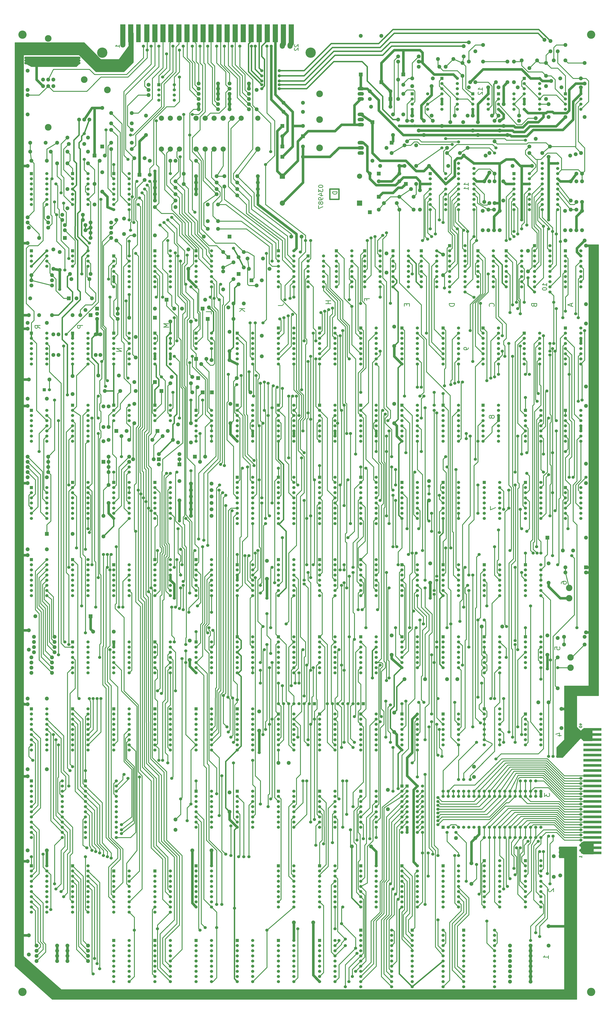
<source format=gbl>
G04 #@! TF.GenerationSoftware,KiCad,Pcbnew,(5.1.5)-3*
G04 #@! TF.CreationDate,2021-01-08T05:23:37-07:00*
G04 #@! TF.ProjectId,Asteroids_PCB,41737465-726f-4696-9473-5f5043422e6b,rev?*
G04 #@! TF.SameCoordinates,Original*
G04 #@! TF.FileFunction,Copper,L2,Bot*
G04 #@! TF.FilePolarity,Positive*
%FSLAX46Y46*%
G04 Gerber Fmt 4.6, Leading zero omitted, Abs format (unit mm)*
G04 Created by KiCad (PCBNEW (5.1.5)-3) date 2021-01-08 05:23:37*
%MOMM*%
%LPD*%
G04 APERTURE LIST*
%ADD10C,0.300000*%
%ADD11C,1.905000*%
%ADD12R,1.905000X1.905000*%
%ADD13C,1.524000*%
%ADD14R,1.524000X1.524000*%
%ADD15C,3.302000*%
%ADD16C,2.540000*%
%ADD17C,4.064000*%
%ADD18C,1.016000*%
%ADD19C,5.080000*%
%ADD20C,0.100000*%
%ADD21R,2.540000X8.890000*%
%ADD22R,2.235200X8.890000*%
%ADD23C,3.175000*%
%ADD24R,2.540000X2.540000*%
%ADD25O,3.175000X1.778000*%
%ADD26C,0.635000*%
%ADD27C,2.540000*%
%ADD28C,0.381000*%
%ADD29C,1.270000*%
%ADD30C,0.250000*%
%ADD31C,0.254000*%
G04 APERTURE END LIST*
D10*
X187031690Y-102304547D02*
X184872690Y-102304547D01*
X184872690Y-102818595D01*
X184975500Y-103127023D01*
X185181119Y-103332642D01*
X185386738Y-103435452D01*
X185797976Y-103538261D01*
X186106404Y-103538261D01*
X186517642Y-103435452D01*
X186723261Y-103332642D01*
X186928880Y-103127023D01*
X187031690Y-102818595D01*
X187031690Y-102304547D01*
X177887690Y-99531714D02*
X177887690Y-99737333D01*
X177990500Y-99942952D01*
X178093309Y-100045761D01*
X178298928Y-100148571D01*
X178710166Y-100251380D01*
X179224214Y-100251380D01*
X179635452Y-100148571D01*
X179841071Y-100045761D01*
X179943880Y-99942952D01*
X180046690Y-99737333D01*
X180046690Y-99531714D01*
X179943880Y-99326095D01*
X179841071Y-99223285D01*
X179635452Y-99120476D01*
X179224214Y-99017666D01*
X178710166Y-99017666D01*
X178298928Y-99120476D01*
X178093309Y-99223285D01*
X177990500Y-99326095D01*
X177887690Y-99531714D01*
X177887690Y-100971047D02*
X177887690Y-102307571D01*
X178710166Y-101587904D01*
X178710166Y-101896333D01*
X178812976Y-102101952D01*
X178915785Y-102204761D01*
X179121404Y-102307571D01*
X179635452Y-102307571D01*
X179841071Y-102204761D01*
X179943880Y-102101952D01*
X180046690Y-101896333D01*
X180046690Y-101279476D01*
X179943880Y-101073857D01*
X179841071Y-100971047D01*
X178607357Y-104158142D02*
X180046690Y-104158142D01*
X177784880Y-103644095D02*
X179327023Y-103130047D01*
X179327023Y-104466571D01*
X180046690Y-105391857D02*
X180046690Y-105803095D01*
X179943880Y-106008714D01*
X179841071Y-106111523D01*
X179532642Y-106317142D01*
X179121404Y-106419952D01*
X178298928Y-106419952D01*
X178093309Y-106317142D01*
X177990500Y-106214333D01*
X177887690Y-106008714D01*
X177887690Y-105597476D01*
X177990500Y-105391857D01*
X178093309Y-105289047D01*
X178298928Y-105186238D01*
X178812976Y-105186238D01*
X179018595Y-105289047D01*
X179121404Y-105391857D01*
X179224214Y-105597476D01*
X179224214Y-106008714D01*
X179121404Y-106214333D01*
X179018595Y-106317142D01*
X178812976Y-106419952D01*
X178812976Y-107653666D02*
X178710166Y-107448047D01*
X178607357Y-107345238D01*
X178401738Y-107242428D01*
X178298928Y-107242428D01*
X178093309Y-107345238D01*
X177990500Y-107448047D01*
X177887690Y-107653666D01*
X177887690Y-108064904D01*
X177990500Y-108270523D01*
X178093309Y-108373333D01*
X178298928Y-108476142D01*
X178401738Y-108476142D01*
X178607357Y-108373333D01*
X178710166Y-108270523D01*
X178812976Y-108064904D01*
X178812976Y-107653666D01*
X178915785Y-107448047D01*
X179018595Y-107345238D01*
X179224214Y-107242428D01*
X179635452Y-107242428D01*
X179841071Y-107345238D01*
X179943880Y-107448047D01*
X180046690Y-107653666D01*
X180046690Y-108064904D01*
X179943880Y-108270523D01*
X179841071Y-108373333D01*
X179635452Y-108476142D01*
X179224214Y-108476142D01*
X179018595Y-108373333D01*
X178915785Y-108270523D01*
X178812976Y-108064904D01*
X177887690Y-109195809D02*
X177887690Y-110635142D01*
X180046690Y-109709857D01*
X258786690Y-52293761D02*
X258786690Y-51060047D01*
X258786690Y-51676904D02*
X256627690Y-51676904D01*
X256936119Y-51471285D01*
X257141738Y-51265666D01*
X257244547Y-51060047D01*
X256833309Y-53116238D02*
X256730500Y-53219047D01*
X256627690Y-53424666D01*
X256627690Y-53938714D01*
X256730500Y-54144333D01*
X256833309Y-54247142D01*
X257038928Y-54349952D01*
X257244547Y-54349952D01*
X257552976Y-54247142D01*
X258786690Y-53013428D01*
X258786690Y-54349952D01*
X251801690Y-99283761D02*
X251801690Y-98050047D01*
X251801690Y-98666904D02*
X249642690Y-98666904D01*
X249951119Y-98461285D01*
X250156738Y-98255666D01*
X250259547Y-98050047D01*
X251801690Y-101339952D02*
X251801690Y-100106238D01*
X251801690Y-100723095D02*
X249642690Y-100723095D01*
X249951119Y-100517476D01*
X250156738Y-100311857D01*
X250259547Y-100106238D01*
X290536690Y-148813761D02*
X290536690Y-147580047D01*
X290536690Y-148196904D02*
X288377690Y-148196904D01*
X288686119Y-147991285D01*
X288891738Y-147785666D01*
X288994547Y-147580047D01*
X288377690Y-150150285D02*
X288377690Y-150355904D01*
X288480500Y-150561523D01*
X288583309Y-150664333D01*
X288788928Y-150767142D01*
X289200166Y-150869952D01*
X289714214Y-150869952D01*
X290125452Y-150767142D01*
X290331071Y-150664333D01*
X290433880Y-150561523D01*
X290536690Y-150355904D01*
X290536690Y-150150285D01*
X290433880Y-149944666D01*
X290331071Y-149841857D01*
X290125452Y-149739047D01*
X289714214Y-149636238D01*
X289200166Y-149636238D01*
X288788928Y-149739047D01*
X288583309Y-149841857D01*
X288480500Y-149944666D01*
X288377690Y-150150285D01*
X40519047Y-169696190D02*
X39309523Y-168849523D01*
X40519047Y-168244761D02*
X37979047Y-168244761D01*
X37979047Y-169212380D01*
X38100000Y-169454285D01*
X38220952Y-169575238D01*
X38462857Y-169696190D01*
X38825714Y-169696190D01*
X39067619Y-169575238D01*
X39188571Y-169454285D01*
X39309523Y-169212380D01*
X39309523Y-168244761D01*
X61474047Y-168244761D02*
X58934047Y-168244761D01*
X58934047Y-169212380D01*
X59055000Y-169454285D01*
X59175952Y-169575238D01*
X59417857Y-169696190D01*
X59780714Y-169696190D01*
X60022619Y-169575238D01*
X60143571Y-169454285D01*
X60264523Y-169212380D01*
X60264523Y-168244761D01*
X103993647Y-167428333D02*
X101453647Y-167428333D01*
X103267933Y-168275000D01*
X101453647Y-169121666D01*
X103993647Y-169121666D01*
X124974047Y-162711190D02*
X124974047Y-161501666D01*
X122434047Y-161501666D01*
X141484047Y-159989761D02*
X138944047Y-159989761D01*
X141484047Y-161441190D02*
X140032619Y-160352619D01*
X138944047Y-161441190D02*
X140395476Y-159989761D01*
X157994047Y-158477857D02*
X159808333Y-158477857D01*
X160171190Y-158356904D01*
X160413095Y-158115000D01*
X160534047Y-157752142D01*
X160534047Y-157510238D01*
X184029047Y-156119285D02*
X181489047Y-156119285D01*
X182698571Y-156119285D02*
X182698571Y-157570714D01*
X184029047Y-157570714D02*
X181489047Y-157570714D01*
X201748571Y-155937857D02*
X201748571Y-155091190D01*
X203079047Y-155091190D02*
X200539047Y-155091190D01*
X200539047Y-156300714D01*
X221433571Y-157570714D02*
X221433571Y-158417380D01*
X222764047Y-158780238D02*
X222764047Y-157570714D01*
X220224047Y-157570714D01*
X220224047Y-158780238D01*
X244989047Y-157449761D02*
X242449047Y-157449761D01*
X242449047Y-158054523D01*
X242570000Y-158417380D01*
X242811904Y-158659285D01*
X243053809Y-158780238D01*
X243537619Y-158901190D01*
X243900476Y-158901190D01*
X244384285Y-158780238D01*
X244626190Y-158659285D01*
X244868095Y-158417380D01*
X244989047Y-158054523D01*
X244989047Y-157449761D01*
X264432142Y-158901190D02*
X264553095Y-158780238D01*
X264674047Y-158417380D01*
X264674047Y-158175476D01*
X264553095Y-157812619D01*
X264311190Y-157570714D01*
X264069285Y-157449761D01*
X263585476Y-157328809D01*
X263222619Y-157328809D01*
X262738809Y-157449761D01*
X262496904Y-157570714D01*
X262255000Y-157812619D01*
X262134047Y-158175476D01*
X262134047Y-158417380D01*
X262255000Y-158780238D01*
X262375952Y-158901190D01*
X284298571Y-158296428D02*
X284419523Y-158659285D01*
X284540476Y-158780238D01*
X284782380Y-158901190D01*
X285145238Y-158901190D01*
X285387142Y-158780238D01*
X285508095Y-158659285D01*
X285629047Y-158417380D01*
X285629047Y-157449761D01*
X283089047Y-157449761D01*
X283089047Y-158296428D01*
X283210000Y-158538333D01*
X283330952Y-158659285D01*
X283572857Y-158780238D01*
X283814761Y-158780238D01*
X284056666Y-158659285D01*
X284177619Y-158538333D01*
X284298571Y-158296428D01*
X284298571Y-157449761D01*
X302683333Y-157510238D02*
X302683333Y-158719761D01*
X303409047Y-157268333D02*
X300869047Y-158115000D01*
X303409047Y-158961666D01*
X78225952Y-181065714D02*
X80765952Y-181065714D01*
X78225952Y-179614285D01*
X80765952Y-179614285D01*
X251801690Y-179293761D02*
X251801690Y-179705000D01*
X251698880Y-179910619D01*
X251596071Y-180013428D01*
X251287642Y-180219047D01*
X250876404Y-180321857D01*
X250053928Y-180321857D01*
X249848309Y-180219047D01*
X249745500Y-180116238D01*
X249642690Y-179910619D01*
X249642690Y-179499380D01*
X249745500Y-179293761D01*
X249848309Y-179190952D01*
X250053928Y-179088142D01*
X250567976Y-179088142D01*
X250773595Y-179190952D01*
X250876404Y-179293761D01*
X250979214Y-179499380D01*
X250979214Y-179910619D01*
X250876404Y-180116238D01*
X250773595Y-180219047D01*
X250567976Y-180321857D01*
X263222619Y-213118095D02*
X263101666Y-212876190D01*
X262980714Y-212755238D01*
X262738809Y-212634285D01*
X262617857Y-212634285D01*
X262375952Y-212755238D01*
X262255000Y-212876190D01*
X262134047Y-213118095D01*
X262134047Y-213601904D01*
X262255000Y-213843809D01*
X262375952Y-213964761D01*
X262617857Y-214085714D01*
X262738809Y-214085714D01*
X262980714Y-213964761D01*
X263101666Y-213843809D01*
X263222619Y-213601904D01*
X263222619Y-213118095D01*
X263343571Y-212876190D01*
X263464523Y-212755238D01*
X263706428Y-212634285D01*
X264190238Y-212634285D01*
X264432142Y-212755238D01*
X264553095Y-212876190D01*
X264674047Y-213118095D01*
X264674047Y-213601904D01*
X264553095Y-213843809D01*
X264432142Y-213964761D01*
X264190238Y-214085714D01*
X263706428Y-214085714D01*
X263464523Y-213964761D01*
X263343571Y-213843809D01*
X263222619Y-213601904D01*
X262769047Y-257598333D02*
X262769047Y-259291666D01*
X265309047Y-258203095D01*
X297694047Y-295758809D02*
X297694047Y-295275000D01*
X297815000Y-295033095D01*
X297935952Y-294912142D01*
X298298809Y-294670238D01*
X298782619Y-294549285D01*
X299750238Y-294549285D01*
X299992142Y-294670238D01*
X300113095Y-294791190D01*
X300234047Y-295033095D01*
X300234047Y-295516904D01*
X300113095Y-295758809D01*
X299992142Y-295879761D01*
X299750238Y-296000714D01*
X299145476Y-296000714D01*
X298903571Y-295879761D01*
X298782619Y-295758809D01*
X298661666Y-295516904D01*
X298661666Y-295033095D01*
X298782619Y-294791190D01*
X298903571Y-294670238D01*
X299145476Y-294549285D01*
X294519047Y-328264761D02*
X294519047Y-327055238D01*
X295728571Y-326934285D01*
X295607619Y-327055238D01*
X295486666Y-327297142D01*
X295486666Y-327901904D01*
X295607619Y-328143809D01*
X295728571Y-328264761D01*
X295970476Y-328385714D01*
X296575238Y-328385714D01*
X296817142Y-328264761D01*
X296938095Y-328143809D01*
X297059047Y-327901904D01*
X297059047Y-327297142D01*
X296938095Y-327055238D01*
X296817142Y-326934285D01*
X296000714Y-370688809D02*
X297694047Y-370688809D01*
X295033095Y-370084047D02*
X296847380Y-369479285D01*
X296847380Y-371051666D01*
X79601785Y-31024285D02*
X79601785Y-29935714D01*
X79601785Y-30480000D02*
X77696785Y-30480000D01*
X77968928Y-30298571D01*
X78150357Y-30117142D01*
X78241071Y-29935714D01*
X166143214Y-29663571D02*
X166052500Y-29754285D01*
X165961785Y-29935714D01*
X165961785Y-30389285D01*
X166052500Y-30570714D01*
X166143214Y-30661428D01*
X166324642Y-30752142D01*
X166506071Y-30752142D01*
X166778214Y-30661428D01*
X167866785Y-29572857D01*
X167866785Y-30752142D01*
X166143214Y-31477857D02*
X166052500Y-31568571D01*
X165961785Y-31750000D01*
X165961785Y-32203571D01*
X166052500Y-32385000D01*
X166143214Y-32475714D01*
X166324642Y-32566428D01*
X166506071Y-32566428D01*
X166778214Y-32475714D01*
X167866785Y-31387142D01*
X167866785Y-32566428D01*
X307067857Y-365397142D02*
X307914523Y-365397142D01*
X306584047Y-365094761D02*
X307491190Y-364792380D01*
X307491190Y-365578571D01*
X307914523Y-366122857D02*
X307914523Y-366364761D01*
X307854047Y-366485714D01*
X307793571Y-366546190D01*
X307612142Y-366667142D01*
X307370238Y-366727619D01*
X306886428Y-366727619D01*
X306765476Y-366667142D01*
X306705000Y-366606666D01*
X306644523Y-366485714D01*
X306644523Y-366243809D01*
X306705000Y-366122857D01*
X306765476Y-366062380D01*
X306886428Y-366001904D01*
X307188809Y-366001904D01*
X307309761Y-366062380D01*
X307370238Y-366122857D01*
X307430714Y-366243809D01*
X307430714Y-366485714D01*
X307370238Y-366606666D01*
X307309761Y-366667142D01*
X307188809Y-366727619D01*
X307914523Y-430892857D02*
X307914523Y-430167142D01*
X307914523Y-430530000D02*
X306644523Y-430530000D01*
X306825952Y-430409047D01*
X306946904Y-430288095D01*
X307007380Y-430167142D01*
X289439047Y-399203333D02*
X289439047Y-400775714D01*
X290406666Y-399929047D01*
X290406666Y-400291904D01*
X290527619Y-400533809D01*
X290648571Y-400654761D01*
X290890476Y-400775714D01*
X291495238Y-400775714D01*
X291737142Y-400654761D01*
X291858095Y-400533809D01*
X291979047Y-400291904D01*
X291979047Y-399566190D01*
X291858095Y-399324285D01*
X291737142Y-399203333D01*
X291662152Y-446314285D02*
X291541200Y-446435238D01*
X291420247Y-446677142D01*
X291420247Y-447281904D01*
X291541200Y-447523809D01*
X291662152Y-447644761D01*
X291904057Y-447765714D01*
X292145961Y-447765714D01*
X292508819Y-447644761D01*
X293960247Y-446193333D01*
X293960247Y-447765714D01*
X291344047Y-480785714D02*
X291344047Y-479334285D01*
X291344047Y-480060000D02*
X288804047Y-480060000D01*
X289166904Y-479818095D01*
X289408809Y-479576190D01*
X289529761Y-479334285D01*
D11*
X48895000Y-479425000D03*
X38735000Y-479425000D03*
X48895000Y-474345000D03*
X38735000Y-474345000D03*
X138430000Y-147955000D03*
D12*
X138430000Y-142875000D03*
D11*
X135890000Y-145415000D03*
X137541000Y-194310000D03*
D12*
X118491000Y-194310000D03*
D11*
X297815000Y-357505000D03*
X297815000Y-367030000D03*
D13*
X254000000Y-56515000D03*
D14*
X254000000Y-53975000D03*
D13*
X254000000Y-59055000D03*
X254000000Y-61595000D03*
X261620000Y-61595000D03*
X261620000Y-59055000D03*
X261620000Y-56515000D03*
X261620000Y-53975000D03*
D15*
X62230000Y-46990000D03*
X73660000Y-52070000D03*
X44450000Y-70485000D03*
D16*
X163830000Y-30480000D03*
X160020000Y-30480000D03*
D13*
X102870000Y-34290000D03*
X154559000Y-30480000D03*
X152400000Y-30480000D03*
X109220000Y-32385000D03*
X93345000Y-32385000D03*
X106045000Y-30480000D03*
D17*
X312420000Y-24765000D03*
X31750000Y-24765000D03*
X312420000Y-497205000D03*
D18*
X59690000Y-38735000D03*
D13*
X287655000Y-398145000D03*
D14*
X239395000Y-415925000D03*
D13*
X241935000Y-415925000D03*
X244475000Y-415925000D03*
X247015000Y-415925000D03*
X249555000Y-415925000D03*
X252095000Y-415925000D03*
X254635000Y-415925000D03*
X257175000Y-415925000D03*
X259715000Y-415925000D03*
X262255000Y-415925000D03*
X264795000Y-415925000D03*
X267335000Y-415925000D03*
X269875000Y-415925000D03*
X272415000Y-415925000D03*
X274955000Y-415925000D03*
X277495000Y-415925000D03*
X280035000Y-415925000D03*
X282575000Y-415925000D03*
X285115000Y-415925000D03*
X287655000Y-415925000D03*
X287655000Y-400685000D03*
X285115000Y-400685000D03*
X282575000Y-400685000D03*
X280035000Y-400685000D03*
X277495000Y-400685000D03*
X274955000Y-400685000D03*
X272415000Y-400685000D03*
X269875000Y-400685000D03*
X267335000Y-400685000D03*
X264795000Y-400685000D03*
X262255000Y-400685000D03*
X259715000Y-400685000D03*
X257175000Y-400685000D03*
X254635000Y-400685000D03*
X252095000Y-400685000D03*
X249555000Y-400685000D03*
X247015000Y-400685000D03*
X244475000Y-400685000D03*
X241935000Y-400685000D03*
X239395000Y-400685000D03*
X198755000Y-447675000D03*
X198755000Y-445135000D03*
X198755000Y-442595000D03*
X198755000Y-440055000D03*
X198755000Y-437515000D03*
D14*
X198755000Y-434975000D03*
D13*
X198755000Y-450215000D03*
X198755000Y-452755000D03*
X198755000Y-455295000D03*
X206375000Y-455295000D03*
X206375000Y-452755000D03*
X206375000Y-450215000D03*
X206375000Y-447675000D03*
X206375000Y-445135000D03*
X206375000Y-442595000D03*
X206375000Y-440055000D03*
X206375000Y-437515000D03*
X206375000Y-434975000D03*
X178435000Y-484505000D03*
X178435000Y-481965000D03*
X178435000Y-479425000D03*
X178435000Y-476885000D03*
X178435000Y-474345000D03*
D14*
X178435000Y-471805000D03*
D13*
X178435000Y-487045000D03*
X178435000Y-489585000D03*
X178435000Y-492125000D03*
X186055000Y-492125000D03*
X186055000Y-489585000D03*
X186055000Y-487045000D03*
X186055000Y-484505000D03*
X186055000Y-481965000D03*
X186055000Y-479425000D03*
X186055000Y-476885000D03*
X186055000Y-474345000D03*
X186055000Y-471805000D03*
X178435000Y-447675000D03*
X178435000Y-445135000D03*
X178435000Y-442595000D03*
X178435000Y-440055000D03*
X178435000Y-437515000D03*
D14*
X178435000Y-434975000D03*
D13*
X178435000Y-450215000D03*
X178435000Y-452755000D03*
X178435000Y-455295000D03*
X186055000Y-455295000D03*
X186055000Y-452755000D03*
X186055000Y-450215000D03*
X186055000Y-447675000D03*
X186055000Y-445135000D03*
X186055000Y-442595000D03*
X186055000Y-440055000D03*
X186055000Y-437515000D03*
X186055000Y-434975000D03*
X158115000Y-484505000D03*
X158115000Y-481965000D03*
X158115000Y-479425000D03*
X158115000Y-476885000D03*
X158115000Y-474345000D03*
D14*
X158115000Y-471805000D03*
D13*
X158115000Y-487045000D03*
X158115000Y-489585000D03*
X158115000Y-492125000D03*
X165735000Y-492125000D03*
X165735000Y-489585000D03*
X165735000Y-487045000D03*
X165735000Y-484505000D03*
X165735000Y-481965000D03*
X165735000Y-479425000D03*
X165735000Y-476885000D03*
X165735000Y-474345000D03*
X165735000Y-471805000D03*
X158115000Y-447675000D03*
X158115000Y-445135000D03*
X158115000Y-442595000D03*
X158115000Y-440055000D03*
X158115000Y-437515000D03*
D14*
X158115000Y-434975000D03*
D13*
X158115000Y-450215000D03*
X158115000Y-452755000D03*
X158115000Y-455295000D03*
X165735000Y-455295000D03*
X165735000Y-452755000D03*
X165735000Y-450215000D03*
X165735000Y-447675000D03*
X165735000Y-445135000D03*
X165735000Y-442595000D03*
X165735000Y-440055000D03*
X165735000Y-437515000D03*
X165735000Y-434975000D03*
X137795000Y-484505000D03*
X137795000Y-481965000D03*
X137795000Y-479425000D03*
X137795000Y-476885000D03*
X137795000Y-474345000D03*
D14*
X137795000Y-471805000D03*
D13*
X137795000Y-487045000D03*
X137795000Y-489585000D03*
X137795000Y-492125000D03*
X145415000Y-492125000D03*
X145415000Y-489585000D03*
X145415000Y-487045000D03*
X145415000Y-484505000D03*
X145415000Y-481965000D03*
X145415000Y-479425000D03*
X145415000Y-476885000D03*
X145415000Y-474345000D03*
X145415000Y-471805000D03*
X117475000Y-484505000D03*
X117475000Y-481965000D03*
X117475000Y-479425000D03*
X117475000Y-476885000D03*
X117475000Y-474345000D03*
D14*
X117475000Y-471805000D03*
D13*
X117475000Y-487045000D03*
X117475000Y-489585000D03*
X117475000Y-492125000D03*
X125095000Y-492125000D03*
X125095000Y-489585000D03*
X125095000Y-487045000D03*
X125095000Y-484505000D03*
X125095000Y-481965000D03*
X125095000Y-479425000D03*
X125095000Y-476885000D03*
X125095000Y-474345000D03*
X125095000Y-471805000D03*
X117475000Y-447675000D03*
X117475000Y-445135000D03*
X117475000Y-442595000D03*
X117475000Y-440055000D03*
X117475000Y-437515000D03*
D14*
X117475000Y-434975000D03*
D13*
X117475000Y-450215000D03*
X117475000Y-452755000D03*
X117475000Y-455295000D03*
X125095000Y-455295000D03*
X125095000Y-452755000D03*
X125095000Y-450215000D03*
X125095000Y-447675000D03*
X125095000Y-445135000D03*
X125095000Y-442595000D03*
X125095000Y-440055000D03*
X125095000Y-437515000D03*
X125095000Y-434975000D03*
X97155000Y-484505000D03*
X97155000Y-481965000D03*
X97155000Y-479425000D03*
X97155000Y-476885000D03*
X97155000Y-474345000D03*
D14*
X97155000Y-471805000D03*
D13*
X97155000Y-487045000D03*
X97155000Y-489585000D03*
X97155000Y-492125000D03*
X104775000Y-492125000D03*
X104775000Y-489585000D03*
X104775000Y-487045000D03*
X104775000Y-484505000D03*
X104775000Y-481965000D03*
X104775000Y-479425000D03*
X104775000Y-476885000D03*
X104775000Y-474345000D03*
X104775000Y-471805000D03*
X97155000Y-450215000D03*
X97155000Y-447675000D03*
X97155000Y-445135000D03*
X97155000Y-442595000D03*
X97155000Y-440055000D03*
D14*
X97155000Y-437515000D03*
D13*
X97155000Y-452755000D03*
X97155000Y-455295000D03*
X97155000Y-457835000D03*
X104775000Y-457835000D03*
X104775000Y-455295000D03*
X104775000Y-452755000D03*
X104775000Y-450215000D03*
X104775000Y-447675000D03*
X104775000Y-445135000D03*
X104775000Y-442595000D03*
X104775000Y-440055000D03*
X104775000Y-437515000D03*
X76835000Y-484505000D03*
X76835000Y-481965000D03*
X76835000Y-479425000D03*
X76835000Y-476885000D03*
X76835000Y-474345000D03*
D14*
X76835000Y-471805000D03*
D13*
X76835000Y-487045000D03*
X76835000Y-489585000D03*
X76835000Y-492125000D03*
X84455000Y-492125000D03*
X84455000Y-489585000D03*
X84455000Y-487045000D03*
X84455000Y-484505000D03*
X84455000Y-481965000D03*
X84455000Y-479425000D03*
X84455000Y-476885000D03*
X84455000Y-474345000D03*
X84455000Y-471805000D03*
X76835000Y-450215000D03*
X76835000Y-447675000D03*
X76835000Y-445135000D03*
X76835000Y-442595000D03*
X76835000Y-440055000D03*
D14*
X76835000Y-437515000D03*
D13*
X76835000Y-452755000D03*
X76835000Y-455295000D03*
X76835000Y-457835000D03*
X84455000Y-457835000D03*
X84455000Y-455295000D03*
X84455000Y-452755000D03*
X84455000Y-450215000D03*
X84455000Y-447675000D03*
X84455000Y-445135000D03*
X84455000Y-442595000D03*
X84455000Y-440055000D03*
X84455000Y-437515000D03*
D14*
X249555000Y-466725000D03*
D13*
X249555000Y-469265000D03*
X249555000Y-471805000D03*
X249555000Y-474345000D03*
X249555000Y-476885000D03*
X249555000Y-479425000D03*
X249555000Y-481965000D03*
X249555000Y-484505000D03*
X249555000Y-487045000D03*
X249555000Y-489585000D03*
X249555000Y-492125000D03*
X249555000Y-494665000D03*
X264795000Y-494665000D03*
X264795000Y-492125000D03*
X264795000Y-489585000D03*
X264795000Y-487045000D03*
X264795000Y-484505000D03*
X264795000Y-481965000D03*
X264795000Y-479425000D03*
X264795000Y-476885000D03*
X264795000Y-474345000D03*
X264795000Y-471805000D03*
X264795000Y-469265000D03*
X264795000Y-466725000D03*
D14*
X224155000Y-466725000D03*
D13*
X224155000Y-469265000D03*
X224155000Y-471805000D03*
X224155000Y-474345000D03*
X224155000Y-476885000D03*
X224155000Y-479425000D03*
X224155000Y-481965000D03*
X224155000Y-484505000D03*
X224155000Y-487045000D03*
X224155000Y-489585000D03*
X224155000Y-492125000D03*
X224155000Y-494665000D03*
X239395000Y-494665000D03*
X239395000Y-492125000D03*
X239395000Y-489585000D03*
X239395000Y-487045000D03*
X239395000Y-484505000D03*
X239395000Y-481965000D03*
X239395000Y-479425000D03*
X239395000Y-476885000D03*
X239395000Y-474345000D03*
X239395000Y-471805000D03*
X239395000Y-469265000D03*
X239395000Y-466725000D03*
D14*
X198755000Y-466725000D03*
D13*
X198755000Y-469265000D03*
X198755000Y-471805000D03*
X198755000Y-474345000D03*
X198755000Y-476885000D03*
X198755000Y-479425000D03*
X198755000Y-481965000D03*
X198755000Y-484505000D03*
X198755000Y-487045000D03*
X198755000Y-489585000D03*
X198755000Y-492125000D03*
X198755000Y-494665000D03*
X213995000Y-494665000D03*
X213995000Y-492125000D03*
X213995000Y-489585000D03*
X213995000Y-487045000D03*
X213995000Y-484505000D03*
X213995000Y-481965000D03*
X213995000Y-479425000D03*
X213995000Y-476885000D03*
X213995000Y-474345000D03*
X213995000Y-471805000D03*
X213995000Y-469265000D03*
X213995000Y-466725000D03*
D14*
X36195000Y-393065000D03*
D13*
X36195000Y-395605000D03*
X36195000Y-398145000D03*
X36195000Y-400685000D03*
X36195000Y-403225000D03*
X36195000Y-405765000D03*
X36195000Y-408305000D03*
X36195000Y-410845000D03*
X36195000Y-413385000D03*
X36195000Y-415925000D03*
X36195000Y-418465000D03*
X36195000Y-421005000D03*
X51435000Y-421005000D03*
X51435000Y-418465000D03*
X51435000Y-415925000D03*
X51435000Y-413385000D03*
X51435000Y-410845000D03*
X51435000Y-408305000D03*
X51435000Y-405765000D03*
X51435000Y-403225000D03*
X51435000Y-400685000D03*
X51435000Y-398145000D03*
X51435000Y-395605000D03*
X51435000Y-393065000D03*
D14*
X56515000Y-434975000D03*
D13*
X56515000Y-437515000D03*
X56515000Y-440055000D03*
X56515000Y-442595000D03*
X56515000Y-445135000D03*
X56515000Y-447675000D03*
X56515000Y-450215000D03*
X56515000Y-452755000D03*
X56515000Y-455295000D03*
X56515000Y-457835000D03*
X64135000Y-457835000D03*
X64135000Y-455295000D03*
X64135000Y-452755000D03*
X64135000Y-450215000D03*
X64135000Y-447675000D03*
X64135000Y-445135000D03*
X64135000Y-442595000D03*
X64135000Y-440055000D03*
X64135000Y-437515000D03*
X64135000Y-434975000D03*
D14*
X36195000Y-434975000D03*
D13*
X36195000Y-437515000D03*
X36195000Y-440055000D03*
X36195000Y-442595000D03*
X36195000Y-445135000D03*
X36195000Y-447675000D03*
X36195000Y-450215000D03*
X36195000Y-452755000D03*
X36195000Y-455295000D03*
X36195000Y-457835000D03*
X43815000Y-457835000D03*
X43815000Y-455295000D03*
X43815000Y-452755000D03*
X43815000Y-450215000D03*
X43815000Y-447675000D03*
X43815000Y-445135000D03*
X43815000Y-442595000D03*
X43815000Y-440055000D03*
X43815000Y-437515000D03*
X43815000Y-434975000D03*
D14*
X280035000Y-432435000D03*
D13*
X280035000Y-434975000D03*
X280035000Y-437515000D03*
X280035000Y-440055000D03*
X280035000Y-442595000D03*
X280035000Y-445135000D03*
X280035000Y-447675000D03*
X280035000Y-450215000D03*
X280035000Y-452755000D03*
X280035000Y-455295000D03*
X287655000Y-455295000D03*
X287655000Y-452755000D03*
X287655000Y-450215000D03*
X287655000Y-447675000D03*
X287655000Y-445135000D03*
X287655000Y-442595000D03*
X287655000Y-440055000D03*
X287655000Y-437515000D03*
X287655000Y-434975000D03*
X287655000Y-432435000D03*
D14*
X259715000Y-432435000D03*
D13*
X259715000Y-434975000D03*
X259715000Y-437515000D03*
X259715000Y-440055000D03*
X259715000Y-442595000D03*
X259715000Y-445135000D03*
X259715000Y-447675000D03*
X259715000Y-450215000D03*
X259715000Y-452755000D03*
X259715000Y-455295000D03*
X267335000Y-455295000D03*
X267335000Y-452755000D03*
X267335000Y-450215000D03*
X267335000Y-447675000D03*
X267335000Y-445135000D03*
X267335000Y-442595000D03*
X267335000Y-440055000D03*
X267335000Y-437515000D03*
X267335000Y-434975000D03*
X267335000Y-432435000D03*
X239395000Y-445135000D03*
X239395000Y-442595000D03*
X239395000Y-440055000D03*
X239395000Y-437515000D03*
D14*
X239395000Y-434975000D03*
D13*
X239395000Y-447675000D03*
X239395000Y-450215000D03*
X239395000Y-452755000D03*
X239395000Y-455295000D03*
X247015000Y-455295000D03*
X247015000Y-452755000D03*
X247015000Y-450215000D03*
X247015000Y-447675000D03*
X247015000Y-445135000D03*
X247015000Y-442595000D03*
X247015000Y-440055000D03*
X247015000Y-437515000D03*
X247015000Y-434975000D03*
X219075000Y-445135000D03*
X219075000Y-442595000D03*
X219075000Y-440055000D03*
X219075000Y-437515000D03*
D14*
X219075000Y-434975000D03*
D13*
X219075000Y-447675000D03*
X219075000Y-450215000D03*
X219075000Y-452755000D03*
X219075000Y-455295000D03*
X226695000Y-455295000D03*
X226695000Y-452755000D03*
X226695000Y-450215000D03*
X226695000Y-447675000D03*
X226695000Y-445135000D03*
X226695000Y-442595000D03*
X226695000Y-440055000D03*
X226695000Y-437515000D03*
X226695000Y-434975000D03*
D14*
X62865000Y-393065000D03*
D13*
X62865000Y-395605000D03*
X62865000Y-398145000D03*
X62865000Y-400685000D03*
X62865000Y-403225000D03*
X62865000Y-405765000D03*
X62865000Y-408305000D03*
X62865000Y-410845000D03*
X62865000Y-413385000D03*
X62865000Y-415925000D03*
X62865000Y-418465000D03*
X62865000Y-421005000D03*
X78105000Y-421005000D03*
X78105000Y-418465000D03*
X78105000Y-415925000D03*
X78105000Y-413385000D03*
X78105000Y-410845000D03*
X78105000Y-408305000D03*
X78105000Y-405765000D03*
X78105000Y-403225000D03*
X78105000Y-400685000D03*
X78105000Y-398145000D03*
X78105000Y-395605000D03*
X78105000Y-393065000D03*
X299720000Y-217805000D03*
X299720000Y-215265000D03*
D14*
X299720000Y-210185000D03*
D13*
X299720000Y-212725000D03*
X299720000Y-220345000D03*
X299720000Y-222885000D03*
X299720000Y-225425000D03*
X307340000Y-225425000D03*
X307340000Y-222885000D03*
X307340000Y-220345000D03*
X307340000Y-217805000D03*
X307340000Y-215265000D03*
X307340000Y-212725000D03*
X307340000Y-210185000D03*
X36195000Y-367665000D03*
X36195000Y-365125000D03*
X36195000Y-362585000D03*
X36195000Y-360045000D03*
D14*
X36195000Y-357505000D03*
D13*
X36195000Y-370205000D03*
X36195000Y-372745000D03*
X36195000Y-375285000D03*
X36195000Y-377825000D03*
X43815000Y-377825000D03*
X43815000Y-375285000D03*
X43815000Y-372745000D03*
X43815000Y-370205000D03*
X43815000Y-367665000D03*
X43815000Y-365125000D03*
X43815000Y-362585000D03*
X43815000Y-360045000D03*
X43815000Y-357505000D03*
X36195000Y-255905000D03*
X36195000Y-253365000D03*
D14*
X36195000Y-248285000D03*
D13*
X36195000Y-250825000D03*
X36195000Y-258445000D03*
X36195000Y-260985000D03*
X36195000Y-263525000D03*
X43815000Y-263525000D03*
X43815000Y-260985000D03*
X43815000Y-258445000D03*
X43815000Y-255905000D03*
X43815000Y-253365000D03*
X43815000Y-250825000D03*
X43815000Y-248285000D03*
X36195000Y-217805000D03*
X36195000Y-215265000D03*
D14*
X36195000Y-210185000D03*
D13*
X36195000Y-212725000D03*
X36195000Y-220345000D03*
X36195000Y-222885000D03*
X36195000Y-225425000D03*
X43815000Y-225425000D03*
X43815000Y-222885000D03*
X43815000Y-220345000D03*
X43815000Y-217805000D03*
X43815000Y-215265000D03*
X43815000Y-212725000D03*
X43815000Y-210185000D03*
X36195000Y-179705000D03*
X36195000Y-177165000D03*
D14*
X36195000Y-172085000D03*
D13*
X36195000Y-174625000D03*
X36195000Y-182245000D03*
X36195000Y-184785000D03*
X36195000Y-187325000D03*
X43815000Y-187325000D03*
X43815000Y-184785000D03*
X43815000Y-182245000D03*
X43815000Y-179705000D03*
X43815000Y-177165000D03*
X43815000Y-174625000D03*
X43815000Y-172085000D03*
X36195000Y-133985000D03*
D14*
X36195000Y-131445000D03*
D13*
X36195000Y-136525000D03*
X36195000Y-139065000D03*
X43815000Y-139065000D03*
X43815000Y-136525000D03*
X43815000Y-133985000D03*
X43815000Y-131445000D03*
X36195000Y-100965000D03*
X36195000Y-98425000D03*
D14*
X36195000Y-93345000D03*
D13*
X36195000Y-95885000D03*
X36195000Y-103505000D03*
X36195000Y-106045000D03*
X36195000Y-108585000D03*
X43815000Y-108585000D03*
X43815000Y-106045000D03*
X43815000Y-103505000D03*
X43815000Y-100965000D03*
X43815000Y-98425000D03*
X43815000Y-95885000D03*
X43815000Y-93345000D03*
D11*
X34925000Y-469265000D03*
X34925000Y-478790000D03*
X291465000Y-464820000D03*
X291465000Y-474345000D03*
X165735000Y-462915000D03*
X175260000Y-462915000D03*
D13*
X56515000Y-367665000D03*
X56515000Y-365125000D03*
X56515000Y-362585000D03*
X56515000Y-360045000D03*
D14*
X56515000Y-357505000D03*
D13*
X56515000Y-370205000D03*
X56515000Y-372745000D03*
X56515000Y-375285000D03*
X56515000Y-377825000D03*
X64135000Y-377825000D03*
X64135000Y-375285000D03*
X64135000Y-372745000D03*
X64135000Y-370205000D03*
X64135000Y-367665000D03*
X64135000Y-365125000D03*
X64135000Y-362585000D03*
X64135000Y-360045000D03*
X64135000Y-357505000D03*
X56515000Y-332105000D03*
X56515000Y-329565000D03*
D14*
X56515000Y-324485000D03*
D13*
X56515000Y-327025000D03*
X56515000Y-334645000D03*
X56515000Y-337185000D03*
X56515000Y-339725000D03*
X64135000Y-339725000D03*
X64135000Y-337185000D03*
X64135000Y-334645000D03*
X64135000Y-332105000D03*
X64135000Y-329565000D03*
X64135000Y-327025000D03*
X64135000Y-324485000D03*
X56515000Y-291465000D03*
X56515000Y-288925000D03*
X56515000Y-286385000D03*
D14*
X56515000Y-283845000D03*
D13*
X56515000Y-294005000D03*
X56515000Y-296545000D03*
X56515000Y-299085000D03*
X56515000Y-301625000D03*
X64135000Y-301625000D03*
X64135000Y-299085000D03*
X64135000Y-296545000D03*
X64135000Y-294005000D03*
X64135000Y-291465000D03*
X64135000Y-288925000D03*
X64135000Y-286385000D03*
X64135000Y-283845000D03*
X56515000Y-253365000D03*
X56515000Y-250825000D03*
X56515000Y-248285000D03*
D14*
X56515000Y-245745000D03*
D13*
X56515000Y-255905000D03*
X56515000Y-258445000D03*
X56515000Y-260985000D03*
X56515000Y-263525000D03*
X64135000Y-263525000D03*
X64135000Y-260985000D03*
X64135000Y-258445000D03*
X64135000Y-255905000D03*
X64135000Y-253365000D03*
X64135000Y-250825000D03*
X64135000Y-248285000D03*
X64135000Y-245745000D03*
X56515000Y-215265000D03*
X56515000Y-212725000D03*
X56515000Y-210185000D03*
D14*
X56515000Y-207645000D03*
D13*
X56515000Y-217805000D03*
X56515000Y-220345000D03*
X56515000Y-222885000D03*
X56515000Y-225425000D03*
X64135000Y-225425000D03*
X64135000Y-222885000D03*
X64135000Y-220345000D03*
X64135000Y-217805000D03*
X64135000Y-215265000D03*
X64135000Y-212725000D03*
X64135000Y-210185000D03*
X64135000Y-207645000D03*
X56515000Y-179705000D03*
X56515000Y-177165000D03*
D14*
X56515000Y-172085000D03*
D13*
X56515000Y-174625000D03*
X56515000Y-182245000D03*
X56515000Y-184785000D03*
X56515000Y-187325000D03*
X64135000Y-187325000D03*
X64135000Y-184785000D03*
X64135000Y-182245000D03*
X64135000Y-179705000D03*
X64135000Y-177165000D03*
X64135000Y-174625000D03*
X64135000Y-172085000D03*
X56515000Y-133985000D03*
D14*
X56515000Y-131445000D03*
D13*
X56515000Y-136525000D03*
X56515000Y-139065000D03*
X64135000Y-139065000D03*
X64135000Y-136525000D03*
X64135000Y-133985000D03*
X64135000Y-131445000D03*
X56515000Y-100965000D03*
X56515000Y-98425000D03*
D14*
X56515000Y-93345000D03*
D13*
X56515000Y-95885000D03*
X56515000Y-103505000D03*
X56515000Y-106045000D03*
X56515000Y-108585000D03*
X64135000Y-108585000D03*
X64135000Y-106045000D03*
X64135000Y-103505000D03*
X64135000Y-100965000D03*
X64135000Y-98425000D03*
X64135000Y-95885000D03*
X64135000Y-93345000D03*
X76835000Y-367665000D03*
X76835000Y-365125000D03*
X76835000Y-362585000D03*
X76835000Y-360045000D03*
D14*
X76835000Y-357505000D03*
D13*
X76835000Y-370205000D03*
X76835000Y-372745000D03*
X76835000Y-375285000D03*
X76835000Y-377825000D03*
X84455000Y-377825000D03*
X84455000Y-375285000D03*
X84455000Y-372745000D03*
X84455000Y-370205000D03*
X84455000Y-367665000D03*
X84455000Y-365125000D03*
X84455000Y-362585000D03*
X84455000Y-360045000D03*
X84455000Y-357505000D03*
X76835000Y-332105000D03*
X76835000Y-329565000D03*
D14*
X76835000Y-324485000D03*
D13*
X76835000Y-327025000D03*
X76835000Y-334645000D03*
X76835000Y-337185000D03*
X76835000Y-339725000D03*
X84455000Y-339725000D03*
X84455000Y-337185000D03*
X84455000Y-334645000D03*
X84455000Y-332105000D03*
X84455000Y-329565000D03*
X84455000Y-327025000D03*
X84455000Y-324485000D03*
X76835000Y-294005000D03*
X76835000Y-291465000D03*
D14*
X76835000Y-286385000D03*
D13*
X76835000Y-288925000D03*
X76835000Y-296545000D03*
X76835000Y-299085000D03*
X76835000Y-301625000D03*
X84455000Y-301625000D03*
X84455000Y-299085000D03*
X84455000Y-296545000D03*
X84455000Y-294005000D03*
X84455000Y-291465000D03*
X84455000Y-288925000D03*
X84455000Y-286385000D03*
X76835000Y-253365000D03*
X76835000Y-250825000D03*
X76835000Y-248285000D03*
D14*
X76835000Y-245745000D03*
D13*
X76835000Y-255905000D03*
X76835000Y-258445000D03*
X76835000Y-260985000D03*
X76835000Y-263525000D03*
X84455000Y-263525000D03*
X84455000Y-260985000D03*
X84455000Y-258445000D03*
X84455000Y-255905000D03*
X84455000Y-253365000D03*
X84455000Y-250825000D03*
X84455000Y-248285000D03*
X84455000Y-245745000D03*
X76835000Y-210185000D03*
D14*
X76835000Y-207645000D03*
D13*
X76835000Y-212725000D03*
X76835000Y-215265000D03*
X84455000Y-215265000D03*
X84455000Y-212725000D03*
X84455000Y-210185000D03*
X84455000Y-207645000D03*
X76835000Y-179705000D03*
X76835000Y-177165000D03*
D14*
X76835000Y-172085000D03*
D13*
X76835000Y-174625000D03*
X76835000Y-182245000D03*
X76835000Y-184785000D03*
X76835000Y-187325000D03*
X84455000Y-187325000D03*
X84455000Y-184785000D03*
X84455000Y-182245000D03*
X84455000Y-179705000D03*
X84455000Y-177165000D03*
X84455000Y-174625000D03*
X84455000Y-172085000D03*
X76835000Y-141605000D03*
X76835000Y-139065000D03*
D14*
X76835000Y-133985000D03*
D13*
X76835000Y-136525000D03*
X76835000Y-144145000D03*
X76835000Y-146685000D03*
X76835000Y-149225000D03*
X84455000Y-149225000D03*
X84455000Y-146685000D03*
X84455000Y-144145000D03*
X84455000Y-141605000D03*
X84455000Y-139065000D03*
X84455000Y-136525000D03*
X84455000Y-133985000D03*
X97155000Y-367665000D03*
X97155000Y-365125000D03*
X97155000Y-362585000D03*
X97155000Y-360045000D03*
D14*
X97155000Y-357505000D03*
D13*
X97155000Y-370205000D03*
X97155000Y-372745000D03*
X97155000Y-375285000D03*
X97155000Y-377825000D03*
X104775000Y-377825000D03*
X104775000Y-375285000D03*
X104775000Y-372745000D03*
X104775000Y-370205000D03*
X104775000Y-367665000D03*
X104775000Y-365125000D03*
X104775000Y-362585000D03*
X104775000Y-360045000D03*
X104775000Y-357505000D03*
X97155000Y-332105000D03*
X97155000Y-329565000D03*
D14*
X97155000Y-324485000D03*
D13*
X97155000Y-327025000D03*
X97155000Y-334645000D03*
X97155000Y-337185000D03*
X97155000Y-339725000D03*
X104775000Y-339725000D03*
X104775000Y-337185000D03*
X104775000Y-334645000D03*
X104775000Y-332105000D03*
X104775000Y-329565000D03*
X104775000Y-327025000D03*
X104775000Y-324485000D03*
X97155000Y-291465000D03*
X97155000Y-288925000D03*
X97155000Y-286385000D03*
D14*
X97155000Y-283845000D03*
D13*
X97155000Y-294005000D03*
X97155000Y-296545000D03*
X97155000Y-299085000D03*
X97155000Y-301625000D03*
X104775000Y-301625000D03*
X104775000Y-299085000D03*
X104775000Y-296545000D03*
X104775000Y-294005000D03*
X104775000Y-291465000D03*
X104775000Y-288925000D03*
X104775000Y-286385000D03*
X104775000Y-283845000D03*
X97155000Y-253365000D03*
X97155000Y-250825000D03*
X97155000Y-248285000D03*
D14*
X97155000Y-245745000D03*
D13*
X97155000Y-255905000D03*
X97155000Y-258445000D03*
X97155000Y-260985000D03*
X97155000Y-263525000D03*
X104775000Y-263525000D03*
X104775000Y-260985000D03*
X104775000Y-258445000D03*
X104775000Y-255905000D03*
X104775000Y-253365000D03*
X104775000Y-250825000D03*
X104775000Y-248285000D03*
X104775000Y-245745000D03*
X97155000Y-210185000D03*
D14*
X97155000Y-207645000D03*
D13*
X97155000Y-212725000D03*
X97155000Y-215265000D03*
X104775000Y-215265000D03*
X104775000Y-212725000D03*
X104775000Y-210185000D03*
X104775000Y-207645000D03*
X97155000Y-179705000D03*
X97155000Y-177165000D03*
D14*
X97155000Y-172085000D03*
D13*
X97155000Y-174625000D03*
X97155000Y-182245000D03*
X97155000Y-184785000D03*
X97155000Y-187325000D03*
X104775000Y-187325000D03*
X104775000Y-184785000D03*
X104775000Y-182245000D03*
X104775000Y-179705000D03*
X104775000Y-177165000D03*
X104775000Y-174625000D03*
X104775000Y-172085000D03*
X97155000Y-139065000D03*
X97155000Y-136525000D03*
X97155000Y-133985000D03*
D14*
X97155000Y-131445000D03*
D13*
X97155000Y-141605000D03*
X97155000Y-144145000D03*
X97155000Y-146685000D03*
X97155000Y-149225000D03*
X104775000Y-149225000D03*
X104775000Y-146685000D03*
X104775000Y-144145000D03*
X104775000Y-141605000D03*
X104775000Y-139065000D03*
X104775000Y-136525000D03*
X104775000Y-133985000D03*
X104775000Y-131445000D03*
X117475000Y-367665000D03*
X117475000Y-365125000D03*
X117475000Y-362585000D03*
X117475000Y-360045000D03*
D14*
X117475000Y-357505000D03*
D13*
X117475000Y-370205000D03*
X117475000Y-372745000D03*
X117475000Y-375285000D03*
X117475000Y-377825000D03*
X125095000Y-377825000D03*
X125095000Y-375285000D03*
X125095000Y-372745000D03*
X125095000Y-370205000D03*
X125095000Y-367665000D03*
X125095000Y-365125000D03*
X125095000Y-362585000D03*
X125095000Y-360045000D03*
X125095000Y-357505000D03*
X117475000Y-332105000D03*
X117475000Y-329565000D03*
D14*
X117475000Y-324485000D03*
D13*
X117475000Y-327025000D03*
X117475000Y-334645000D03*
X117475000Y-337185000D03*
X117475000Y-339725000D03*
X125095000Y-339725000D03*
X125095000Y-337185000D03*
X125095000Y-334645000D03*
X125095000Y-332105000D03*
X125095000Y-329565000D03*
X125095000Y-327025000D03*
X125095000Y-324485000D03*
X117475000Y-291465000D03*
X117475000Y-288925000D03*
X117475000Y-286385000D03*
D14*
X117475000Y-283845000D03*
D13*
X117475000Y-294005000D03*
X117475000Y-296545000D03*
X117475000Y-299085000D03*
X117475000Y-301625000D03*
X125095000Y-301625000D03*
X125095000Y-299085000D03*
X125095000Y-296545000D03*
X125095000Y-294005000D03*
X125095000Y-291465000D03*
X125095000Y-288925000D03*
X125095000Y-286385000D03*
X125095000Y-283845000D03*
X117475000Y-217805000D03*
X117475000Y-215265000D03*
D14*
X117475000Y-210185000D03*
D13*
X117475000Y-212725000D03*
X117475000Y-220345000D03*
X117475000Y-222885000D03*
X117475000Y-225425000D03*
X125095000Y-225425000D03*
X125095000Y-222885000D03*
X125095000Y-220345000D03*
X125095000Y-217805000D03*
X125095000Y-215265000D03*
X125095000Y-212725000D03*
X125095000Y-210185000D03*
X117475000Y-174625000D03*
D14*
X117475000Y-172085000D03*
D13*
X117475000Y-177165000D03*
X117475000Y-179705000D03*
X125095000Y-179705000D03*
X125095000Y-177165000D03*
X125095000Y-174625000D03*
X125095000Y-172085000D03*
X117475000Y-139065000D03*
X117475000Y-136525000D03*
X117475000Y-133985000D03*
D14*
X117475000Y-131445000D03*
D13*
X117475000Y-141605000D03*
X117475000Y-144145000D03*
X117475000Y-146685000D03*
X117475000Y-149225000D03*
X125095000Y-149225000D03*
X125095000Y-146685000D03*
X125095000Y-144145000D03*
X125095000Y-141605000D03*
X125095000Y-139065000D03*
X125095000Y-136525000D03*
X125095000Y-133985000D03*
X125095000Y-131445000D03*
X158115000Y-405765000D03*
X158115000Y-403225000D03*
X158115000Y-400685000D03*
D14*
X158115000Y-398145000D03*
D13*
X158115000Y-408305000D03*
X158115000Y-410845000D03*
X158115000Y-413385000D03*
X158115000Y-415925000D03*
X165735000Y-415925000D03*
X165735000Y-413385000D03*
X165735000Y-410845000D03*
X165735000Y-408305000D03*
X165735000Y-405765000D03*
X165735000Y-403225000D03*
X165735000Y-400685000D03*
X165735000Y-398145000D03*
X158115000Y-367665000D03*
X158115000Y-365125000D03*
X158115000Y-362585000D03*
D14*
X158115000Y-360045000D03*
D13*
X158115000Y-370205000D03*
X158115000Y-372745000D03*
X158115000Y-375285000D03*
X158115000Y-377825000D03*
X165735000Y-377825000D03*
X165735000Y-375285000D03*
X165735000Y-372745000D03*
X165735000Y-370205000D03*
X165735000Y-367665000D03*
X165735000Y-365125000D03*
X165735000Y-362585000D03*
X165735000Y-360045000D03*
X158115000Y-329565000D03*
X158115000Y-327025000D03*
X158115000Y-324485000D03*
D14*
X158115000Y-321945000D03*
D13*
X158115000Y-332105000D03*
X158115000Y-334645000D03*
X158115000Y-337185000D03*
X158115000Y-339725000D03*
X165735000Y-339725000D03*
X165735000Y-337185000D03*
X165735000Y-334645000D03*
X165735000Y-332105000D03*
X165735000Y-329565000D03*
X165735000Y-327025000D03*
X165735000Y-324485000D03*
X165735000Y-321945000D03*
X158115000Y-291465000D03*
X158115000Y-288925000D03*
X158115000Y-286385000D03*
D14*
X158115000Y-283845000D03*
D13*
X158115000Y-294005000D03*
X158115000Y-296545000D03*
X158115000Y-299085000D03*
X158115000Y-301625000D03*
X165735000Y-301625000D03*
X165735000Y-299085000D03*
X165735000Y-296545000D03*
X165735000Y-294005000D03*
X165735000Y-291465000D03*
X165735000Y-288925000D03*
X165735000Y-286385000D03*
X165735000Y-283845000D03*
D14*
X158115000Y-243205000D03*
D13*
X158115000Y-245745000D03*
X158115000Y-248285000D03*
X158115000Y-250825000D03*
X158115000Y-253365000D03*
X158115000Y-255905000D03*
X158115000Y-258445000D03*
X158115000Y-260985000D03*
X158115000Y-263525000D03*
X158115000Y-266065000D03*
X165735000Y-266065000D03*
X165735000Y-263525000D03*
X165735000Y-260985000D03*
X165735000Y-258445000D03*
X165735000Y-255905000D03*
X165735000Y-253365000D03*
X165735000Y-250825000D03*
X165735000Y-248285000D03*
X165735000Y-245745000D03*
X165735000Y-243205000D03*
X158115000Y-215265000D03*
X158115000Y-212725000D03*
X158115000Y-210185000D03*
D14*
X158115000Y-207645000D03*
D13*
X158115000Y-217805000D03*
X158115000Y-220345000D03*
X158115000Y-222885000D03*
X158115000Y-225425000D03*
X165735000Y-225425000D03*
X165735000Y-222885000D03*
X165735000Y-220345000D03*
X165735000Y-217805000D03*
X165735000Y-215265000D03*
X165735000Y-212725000D03*
X165735000Y-210185000D03*
X165735000Y-207645000D03*
X158115000Y-177165000D03*
X158115000Y-174625000D03*
X158115000Y-172085000D03*
D14*
X158115000Y-169545000D03*
D13*
X158115000Y-179705000D03*
X158115000Y-182245000D03*
X158115000Y-184785000D03*
X158115000Y-187325000D03*
X165735000Y-187325000D03*
X165735000Y-184785000D03*
X165735000Y-182245000D03*
X165735000Y-179705000D03*
X165735000Y-177165000D03*
X165735000Y-174625000D03*
X165735000Y-172085000D03*
X165735000Y-169545000D03*
X158115000Y-139065000D03*
X158115000Y-136525000D03*
X158115000Y-133985000D03*
D14*
X158115000Y-131445000D03*
D13*
X158115000Y-141605000D03*
X158115000Y-144145000D03*
X158115000Y-146685000D03*
X158115000Y-149225000D03*
X165735000Y-149225000D03*
X165735000Y-146685000D03*
X165735000Y-144145000D03*
X165735000Y-141605000D03*
X165735000Y-139065000D03*
X165735000Y-136525000D03*
X165735000Y-133985000D03*
X165735000Y-131445000D03*
X137795000Y-405765000D03*
X137795000Y-403225000D03*
X137795000Y-400685000D03*
D14*
X137795000Y-398145000D03*
D13*
X137795000Y-408305000D03*
X137795000Y-410845000D03*
X137795000Y-413385000D03*
X137795000Y-415925000D03*
X145415000Y-415925000D03*
X145415000Y-413385000D03*
X145415000Y-410845000D03*
X145415000Y-408305000D03*
X145415000Y-405765000D03*
X145415000Y-403225000D03*
X145415000Y-400685000D03*
X145415000Y-398145000D03*
X137795000Y-367665000D03*
X137795000Y-365125000D03*
X137795000Y-362585000D03*
X137795000Y-360045000D03*
D14*
X137795000Y-357505000D03*
D13*
X137795000Y-370205000D03*
X137795000Y-372745000D03*
X137795000Y-375285000D03*
X137795000Y-377825000D03*
X145415000Y-377825000D03*
X145415000Y-375285000D03*
X145415000Y-372745000D03*
X145415000Y-370205000D03*
X145415000Y-367665000D03*
X145415000Y-365125000D03*
X145415000Y-362585000D03*
X145415000Y-360045000D03*
X145415000Y-357505000D03*
X137795000Y-329565000D03*
X137795000Y-327025000D03*
X137795000Y-324485000D03*
D14*
X137795000Y-321945000D03*
D13*
X137795000Y-332105000D03*
X137795000Y-334645000D03*
X137795000Y-337185000D03*
X137795000Y-339725000D03*
X145415000Y-339725000D03*
X145415000Y-337185000D03*
X145415000Y-334645000D03*
X145415000Y-332105000D03*
X145415000Y-329565000D03*
X145415000Y-327025000D03*
X145415000Y-324485000D03*
X145415000Y-321945000D03*
X137795000Y-294005000D03*
X137795000Y-291465000D03*
D14*
X137795000Y-286385000D03*
D13*
X137795000Y-288925000D03*
X137795000Y-296545000D03*
X137795000Y-299085000D03*
X137795000Y-301625000D03*
X145415000Y-301625000D03*
X145415000Y-299085000D03*
X145415000Y-296545000D03*
X145415000Y-294005000D03*
X145415000Y-291465000D03*
X145415000Y-288925000D03*
X145415000Y-286385000D03*
D14*
X137795000Y-243205000D03*
D13*
X137795000Y-245745000D03*
X137795000Y-248285000D03*
X137795000Y-250825000D03*
X137795000Y-253365000D03*
X137795000Y-255905000D03*
X137795000Y-258445000D03*
X137795000Y-260985000D03*
X137795000Y-263525000D03*
X137795000Y-266065000D03*
X145415000Y-266065000D03*
X145415000Y-263525000D03*
X145415000Y-260985000D03*
X145415000Y-258445000D03*
X145415000Y-255905000D03*
X145415000Y-253365000D03*
X145415000Y-250825000D03*
X145415000Y-248285000D03*
X145415000Y-245745000D03*
X145415000Y-243205000D03*
X137795000Y-215265000D03*
X137795000Y-212725000D03*
X137795000Y-210185000D03*
D14*
X137795000Y-207645000D03*
D13*
X137795000Y-217805000D03*
X137795000Y-220345000D03*
X137795000Y-222885000D03*
X137795000Y-225425000D03*
X145415000Y-225425000D03*
X145415000Y-222885000D03*
X145415000Y-220345000D03*
X145415000Y-217805000D03*
X145415000Y-215265000D03*
X145415000Y-212725000D03*
X145415000Y-210185000D03*
X145415000Y-207645000D03*
X137795000Y-179705000D03*
X137795000Y-177165000D03*
D14*
X137795000Y-172085000D03*
D13*
X137795000Y-174625000D03*
X137795000Y-182245000D03*
X137795000Y-184785000D03*
X137795000Y-187325000D03*
X145415000Y-187325000D03*
X145415000Y-184785000D03*
X145415000Y-182245000D03*
X145415000Y-179705000D03*
X145415000Y-177165000D03*
X145415000Y-174625000D03*
X145415000Y-172085000D03*
D14*
X219075000Y-395605000D03*
D13*
X219075000Y-398145000D03*
X219075000Y-400685000D03*
X219075000Y-403225000D03*
X219075000Y-405765000D03*
X219075000Y-408305000D03*
X219075000Y-410845000D03*
X219075000Y-413385000D03*
X219075000Y-415925000D03*
X219075000Y-418465000D03*
X226695000Y-418465000D03*
X226695000Y-415925000D03*
X226695000Y-413385000D03*
X226695000Y-410845000D03*
X226695000Y-408305000D03*
X226695000Y-405765000D03*
X226695000Y-403225000D03*
X226695000Y-400685000D03*
X226695000Y-398145000D03*
X226695000Y-395605000D03*
X178435000Y-405765000D03*
X178435000Y-403225000D03*
X178435000Y-400685000D03*
D14*
X178435000Y-398145000D03*
D13*
X178435000Y-408305000D03*
X178435000Y-410845000D03*
X178435000Y-413385000D03*
X178435000Y-415925000D03*
X186055000Y-415925000D03*
X186055000Y-413385000D03*
X186055000Y-410845000D03*
X186055000Y-408305000D03*
X186055000Y-405765000D03*
X186055000Y-403225000D03*
X186055000Y-400685000D03*
X186055000Y-398145000D03*
X280035000Y-367665000D03*
X280035000Y-365125000D03*
D14*
X280035000Y-360045000D03*
D13*
X280035000Y-362585000D03*
X280035000Y-370205000D03*
X280035000Y-372745000D03*
X280035000Y-375285000D03*
X287655000Y-375285000D03*
X287655000Y-372745000D03*
X287655000Y-370205000D03*
X287655000Y-367665000D03*
X287655000Y-365125000D03*
X287655000Y-362585000D03*
X287655000Y-360045000D03*
X259715000Y-365125000D03*
X259715000Y-362585000D03*
X259715000Y-360045000D03*
D14*
X259715000Y-357505000D03*
D13*
X259715000Y-367665000D03*
X259715000Y-370205000D03*
X259715000Y-372745000D03*
X259715000Y-375285000D03*
X267335000Y-375285000D03*
X267335000Y-372745000D03*
X267335000Y-370205000D03*
X267335000Y-367665000D03*
X267335000Y-365125000D03*
X267335000Y-362585000D03*
X267335000Y-360045000D03*
X267335000Y-357505000D03*
X239395000Y-367665000D03*
X239395000Y-365125000D03*
D14*
X239395000Y-360045000D03*
D13*
X239395000Y-362585000D03*
X239395000Y-370205000D03*
X239395000Y-372745000D03*
X239395000Y-375285000D03*
X247015000Y-375285000D03*
X247015000Y-372745000D03*
X247015000Y-370205000D03*
X247015000Y-367665000D03*
X247015000Y-365125000D03*
X247015000Y-362585000D03*
X247015000Y-360045000D03*
X198755000Y-367665000D03*
X198755000Y-365125000D03*
X198755000Y-362585000D03*
D14*
X198755000Y-360045000D03*
D13*
X198755000Y-370205000D03*
X198755000Y-372745000D03*
X198755000Y-375285000D03*
X198755000Y-377825000D03*
X206375000Y-377825000D03*
X206375000Y-375285000D03*
X206375000Y-372745000D03*
X206375000Y-370205000D03*
X206375000Y-367665000D03*
X206375000Y-365125000D03*
X206375000Y-362585000D03*
X206375000Y-360045000D03*
X198755000Y-329565000D03*
X198755000Y-327025000D03*
X198755000Y-324485000D03*
D14*
X198755000Y-321945000D03*
D13*
X198755000Y-332105000D03*
X198755000Y-334645000D03*
X198755000Y-337185000D03*
X198755000Y-339725000D03*
X206375000Y-339725000D03*
X206375000Y-337185000D03*
X206375000Y-334645000D03*
X206375000Y-332105000D03*
X206375000Y-329565000D03*
X206375000Y-327025000D03*
X206375000Y-324485000D03*
X206375000Y-321945000D03*
X178435000Y-367665000D03*
X178435000Y-365125000D03*
X178435000Y-362585000D03*
D14*
X178435000Y-360045000D03*
D13*
X178435000Y-370205000D03*
X178435000Y-372745000D03*
X178435000Y-375285000D03*
X178435000Y-377825000D03*
X186055000Y-377825000D03*
X186055000Y-375285000D03*
X186055000Y-372745000D03*
X186055000Y-370205000D03*
X186055000Y-367665000D03*
X186055000Y-365125000D03*
X186055000Y-362585000D03*
X186055000Y-360045000D03*
X219075000Y-367665000D03*
X219075000Y-365125000D03*
X219075000Y-362585000D03*
D14*
X219075000Y-360045000D03*
D13*
X219075000Y-370205000D03*
X219075000Y-372745000D03*
X219075000Y-375285000D03*
X219075000Y-377825000D03*
X226695000Y-377825000D03*
X226695000Y-375285000D03*
X226695000Y-372745000D03*
X226695000Y-370205000D03*
X226695000Y-367665000D03*
X226695000Y-365125000D03*
X226695000Y-362585000D03*
X226695000Y-360045000D03*
X178435000Y-329565000D03*
X178435000Y-327025000D03*
X178435000Y-324485000D03*
D14*
X178435000Y-321945000D03*
D13*
X178435000Y-332105000D03*
X178435000Y-334645000D03*
X178435000Y-337185000D03*
X178435000Y-339725000D03*
X186055000Y-339725000D03*
X186055000Y-337185000D03*
X186055000Y-334645000D03*
X186055000Y-332105000D03*
X186055000Y-329565000D03*
X186055000Y-327025000D03*
X186055000Y-324485000D03*
X186055000Y-321945000D03*
X186690000Y-139065000D03*
X186690000Y-136525000D03*
X186690000Y-133985000D03*
D14*
X186690000Y-131445000D03*
D13*
X186690000Y-141605000D03*
X186690000Y-144145000D03*
X186690000Y-146685000D03*
X186690000Y-149225000D03*
X194310000Y-149225000D03*
X194310000Y-146685000D03*
X194310000Y-144145000D03*
X194310000Y-141605000D03*
X194310000Y-139065000D03*
X194310000Y-136525000D03*
X194310000Y-133985000D03*
X194310000Y-131445000D03*
X198755000Y-291465000D03*
X198755000Y-288925000D03*
X198755000Y-286385000D03*
D14*
X198755000Y-283845000D03*
D13*
X198755000Y-294005000D03*
X198755000Y-296545000D03*
X198755000Y-299085000D03*
X198755000Y-301625000D03*
X206375000Y-301625000D03*
X206375000Y-299085000D03*
X206375000Y-296545000D03*
X206375000Y-294005000D03*
X206375000Y-291465000D03*
X206375000Y-288925000D03*
X206375000Y-286385000D03*
X206375000Y-283845000D03*
D14*
X198755000Y-243205000D03*
D13*
X198755000Y-245745000D03*
X198755000Y-248285000D03*
X198755000Y-250825000D03*
X198755000Y-253365000D03*
X198755000Y-255905000D03*
X198755000Y-258445000D03*
X198755000Y-260985000D03*
X198755000Y-263525000D03*
X198755000Y-266065000D03*
X206375000Y-266065000D03*
X206375000Y-263525000D03*
X206375000Y-260985000D03*
X206375000Y-258445000D03*
X206375000Y-255905000D03*
X206375000Y-253365000D03*
X206375000Y-250825000D03*
X206375000Y-248285000D03*
X206375000Y-245745000D03*
X206375000Y-243205000D03*
X198755000Y-215265000D03*
X198755000Y-212725000D03*
X198755000Y-210185000D03*
D14*
X198755000Y-207645000D03*
D13*
X198755000Y-217805000D03*
X198755000Y-220345000D03*
X198755000Y-222885000D03*
X198755000Y-225425000D03*
X206375000Y-225425000D03*
X206375000Y-222885000D03*
X206375000Y-220345000D03*
X206375000Y-217805000D03*
X206375000Y-215265000D03*
X206375000Y-212725000D03*
X206375000Y-210185000D03*
X206375000Y-207645000D03*
X198755000Y-177165000D03*
X198755000Y-174625000D03*
X198755000Y-172085000D03*
D14*
X198755000Y-169545000D03*
D13*
X198755000Y-179705000D03*
X198755000Y-182245000D03*
X198755000Y-184785000D03*
X198755000Y-187325000D03*
X206375000Y-187325000D03*
X206375000Y-184785000D03*
X206375000Y-182245000D03*
X206375000Y-179705000D03*
X206375000Y-177165000D03*
X206375000Y-174625000D03*
X206375000Y-172085000D03*
X206375000Y-169545000D03*
X200660000Y-139065000D03*
X200660000Y-136525000D03*
X200660000Y-133985000D03*
D14*
X200660000Y-131445000D03*
D13*
X200660000Y-141605000D03*
X200660000Y-144145000D03*
X200660000Y-146685000D03*
X200660000Y-149225000D03*
X208280000Y-149225000D03*
X208280000Y-146685000D03*
X208280000Y-144145000D03*
X208280000Y-141605000D03*
X208280000Y-139065000D03*
X208280000Y-136525000D03*
X208280000Y-133985000D03*
X208280000Y-131445000D03*
X178435000Y-291465000D03*
X178435000Y-288925000D03*
X178435000Y-286385000D03*
D14*
X178435000Y-283845000D03*
D13*
X178435000Y-294005000D03*
X178435000Y-296545000D03*
X178435000Y-299085000D03*
X178435000Y-301625000D03*
X186055000Y-301625000D03*
X186055000Y-299085000D03*
X186055000Y-296545000D03*
X186055000Y-294005000D03*
X186055000Y-291465000D03*
X186055000Y-288925000D03*
X186055000Y-286385000D03*
X186055000Y-283845000D03*
D14*
X178435000Y-243205000D03*
D13*
X178435000Y-245745000D03*
X178435000Y-248285000D03*
X178435000Y-250825000D03*
X178435000Y-253365000D03*
X178435000Y-255905000D03*
X178435000Y-258445000D03*
X178435000Y-260985000D03*
X178435000Y-263525000D03*
X178435000Y-266065000D03*
X186055000Y-266065000D03*
X186055000Y-263525000D03*
X186055000Y-260985000D03*
X186055000Y-258445000D03*
X186055000Y-255905000D03*
X186055000Y-253365000D03*
X186055000Y-250825000D03*
X186055000Y-248285000D03*
X186055000Y-245745000D03*
X186055000Y-243205000D03*
X178435000Y-215265000D03*
X178435000Y-212725000D03*
X178435000Y-210185000D03*
D14*
X178435000Y-207645000D03*
D13*
X178435000Y-217805000D03*
X178435000Y-220345000D03*
X178435000Y-222885000D03*
X178435000Y-225425000D03*
X186055000Y-225425000D03*
X186055000Y-222885000D03*
X186055000Y-220345000D03*
X186055000Y-217805000D03*
X186055000Y-215265000D03*
X186055000Y-212725000D03*
X186055000Y-210185000D03*
X186055000Y-207645000D03*
X178435000Y-177165000D03*
X178435000Y-174625000D03*
X178435000Y-172085000D03*
D14*
X178435000Y-169545000D03*
D13*
X178435000Y-179705000D03*
X178435000Y-182245000D03*
X178435000Y-184785000D03*
X178435000Y-187325000D03*
X186055000Y-187325000D03*
X186055000Y-184785000D03*
X186055000Y-182245000D03*
X186055000Y-179705000D03*
X186055000Y-177165000D03*
X186055000Y-174625000D03*
X186055000Y-172085000D03*
X186055000Y-169545000D03*
X172720000Y-141605000D03*
X172720000Y-139065000D03*
D14*
X172720000Y-133985000D03*
D13*
X172720000Y-136525000D03*
X172720000Y-144145000D03*
X172720000Y-146685000D03*
X172720000Y-149225000D03*
X180340000Y-149225000D03*
X180340000Y-146685000D03*
X180340000Y-144145000D03*
X180340000Y-141605000D03*
X180340000Y-139065000D03*
X180340000Y-136525000D03*
X180340000Y-133985000D03*
X299720000Y-139065000D03*
X299720000Y-136525000D03*
X299720000Y-133985000D03*
D14*
X299720000Y-131445000D03*
D13*
X299720000Y-141605000D03*
X299720000Y-144145000D03*
X299720000Y-146685000D03*
X299720000Y-149225000D03*
X307340000Y-149225000D03*
X307340000Y-146685000D03*
X307340000Y-144145000D03*
X307340000Y-141605000D03*
X307340000Y-139065000D03*
X307340000Y-136525000D03*
X307340000Y-133985000D03*
X307340000Y-131445000D03*
X270510000Y-139065000D03*
X270510000Y-136525000D03*
X270510000Y-133985000D03*
D14*
X270510000Y-131445000D03*
D13*
X270510000Y-141605000D03*
X270510000Y-144145000D03*
X270510000Y-146685000D03*
X270510000Y-149225000D03*
X278130000Y-149225000D03*
X278130000Y-146685000D03*
X278130000Y-144145000D03*
X278130000Y-141605000D03*
X278130000Y-139065000D03*
X278130000Y-136525000D03*
X278130000Y-133985000D03*
X278130000Y-131445000D03*
D14*
X284480000Y-128905000D03*
D13*
X284480000Y-131445000D03*
X284480000Y-133985000D03*
X284480000Y-136525000D03*
X284480000Y-139065000D03*
X284480000Y-141605000D03*
X284480000Y-144145000D03*
X284480000Y-146685000D03*
X284480000Y-149225000D03*
X284480000Y-151765000D03*
X292100000Y-151765000D03*
X292100000Y-149225000D03*
X292100000Y-146685000D03*
X292100000Y-144145000D03*
X292100000Y-141605000D03*
X292100000Y-139065000D03*
X292100000Y-136525000D03*
X292100000Y-133985000D03*
X292100000Y-131445000D03*
X292100000Y-128905000D03*
X256540000Y-139065000D03*
X256540000Y-136525000D03*
X256540000Y-133985000D03*
D14*
X256540000Y-131445000D03*
D13*
X256540000Y-141605000D03*
X256540000Y-144145000D03*
X256540000Y-146685000D03*
X256540000Y-149225000D03*
X264160000Y-149225000D03*
X264160000Y-146685000D03*
X264160000Y-144145000D03*
X264160000Y-141605000D03*
X264160000Y-139065000D03*
X264160000Y-136525000D03*
X264160000Y-133985000D03*
X264160000Y-131445000D03*
X228600000Y-139065000D03*
X228600000Y-136525000D03*
X228600000Y-133985000D03*
D14*
X228600000Y-131445000D03*
D13*
X228600000Y-141605000D03*
X228600000Y-144145000D03*
X228600000Y-146685000D03*
X228600000Y-149225000D03*
X236220000Y-149225000D03*
X236220000Y-146685000D03*
X236220000Y-144145000D03*
X236220000Y-141605000D03*
X236220000Y-139065000D03*
X236220000Y-136525000D03*
X236220000Y-133985000D03*
X236220000Y-131445000D03*
D14*
X242570000Y-128905000D03*
D13*
X242570000Y-131445000D03*
X242570000Y-133985000D03*
X242570000Y-136525000D03*
X242570000Y-139065000D03*
X242570000Y-141605000D03*
X242570000Y-144145000D03*
X242570000Y-146685000D03*
X242570000Y-149225000D03*
X242570000Y-151765000D03*
X250190000Y-151765000D03*
X250190000Y-149225000D03*
X250190000Y-146685000D03*
X250190000Y-144145000D03*
X250190000Y-141605000D03*
X250190000Y-139065000D03*
X250190000Y-136525000D03*
X250190000Y-133985000D03*
X250190000Y-131445000D03*
X250190000Y-128905000D03*
X214630000Y-139065000D03*
X214630000Y-136525000D03*
X214630000Y-133985000D03*
D14*
X214630000Y-131445000D03*
D13*
X214630000Y-141605000D03*
X214630000Y-144145000D03*
X214630000Y-146685000D03*
X214630000Y-149225000D03*
X222250000Y-149225000D03*
X222250000Y-146685000D03*
X222250000Y-144145000D03*
X222250000Y-141605000D03*
X222250000Y-139065000D03*
X222250000Y-136525000D03*
X222250000Y-133985000D03*
X222250000Y-131445000D03*
X299720000Y-177165000D03*
X299720000Y-174625000D03*
X299720000Y-172085000D03*
D14*
X299720000Y-169545000D03*
D13*
X299720000Y-179705000D03*
X299720000Y-182245000D03*
X299720000Y-184785000D03*
X299720000Y-187325000D03*
X307340000Y-187325000D03*
X307340000Y-184785000D03*
X307340000Y-182245000D03*
X307340000Y-179705000D03*
X307340000Y-177165000D03*
X307340000Y-174625000D03*
X307340000Y-172085000D03*
X307340000Y-169545000D03*
X279400000Y-179705000D03*
X279400000Y-177165000D03*
D14*
X279400000Y-172085000D03*
D13*
X279400000Y-174625000D03*
X279400000Y-182245000D03*
X279400000Y-184785000D03*
X279400000Y-187325000D03*
X287020000Y-187325000D03*
X287020000Y-184785000D03*
X287020000Y-182245000D03*
X287020000Y-179705000D03*
X287020000Y-177165000D03*
X287020000Y-174625000D03*
X287020000Y-172085000D03*
X259080000Y-177165000D03*
X259080000Y-174625000D03*
X259080000Y-172085000D03*
D14*
X259080000Y-169545000D03*
D13*
X259080000Y-179705000D03*
X259080000Y-182245000D03*
X259080000Y-184785000D03*
X259080000Y-187325000D03*
X266700000Y-187325000D03*
X266700000Y-184785000D03*
X266700000Y-182245000D03*
X266700000Y-179705000D03*
X266700000Y-177165000D03*
X266700000Y-174625000D03*
X266700000Y-172085000D03*
X266700000Y-169545000D03*
X239395000Y-177165000D03*
X239395000Y-174625000D03*
X239395000Y-172085000D03*
D14*
X239395000Y-169545000D03*
D13*
X239395000Y-179705000D03*
X239395000Y-182245000D03*
X239395000Y-184785000D03*
X239395000Y-187325000D03*
X247015000Y-187325000D03*
X247015000Y-184785000D03*
X247015000Y-182245000D03*
X247015000Y-179705000D03*
X247015000Y-177165000D03*
X247015000Y-174625000D03*
X247015000Y-172085000D03*
X247015000Y-169545000D03*
X219075000Y-177165000D03*
X219075000Y-174625000D03*
X219075000Y-172085000D03*
D14*
X219075000Y-169545000D03*
D13*
X219075000Y-179705000D03*
X219075000Y-182245000D03*
X219075000Y-184785000D03*
X219075000Y-187325000D03*
X226695000Y-187325000D03*
X226695000Y-184785000D03*
X226695000Y-182245000D03*
X226695000Y-179705000D03*
X226695000Y-177165000D03*
X226695000Y-174625000D03*
X226695000Y-172085000D03*
X226695000Y-169545000D03*
X280035000Y-329565000D03*
X280035000Y-327025000D03*
D14*
X280035000Y-321945000D03*
D13*
X280035000Y-324485000D03*
X280035000Y-332105000D03*
X280035000Y-334645000D03*
X280035000Y-337185000D03*
X287655000Y-337185000D03*
X287655000Y-334645000D03*
X287655000Y-332105000D03*
X287655000Y-329565000D03*
X287655000Y-327025000D03*
X287655000Y-324485000D03*
X287655000Y-321945000D03*
X280035000Y-294005000D03*
X280035000Y-291465000D03*
D14*
X280035000Y-286385000D03*
D13*
X280035000Y-288925000D03*
X280035000Y-296545000D03*
X280035000Y-299085000D03*
X280035000Y-301625000D03*
X287655000Y-301625000D03*
X287655000Y-299085000D03*
X287655000Y-296545000D03*
X287655000Y-294005000D03*
X287655000Y-291465000D03*
X287655000Y-288925000D03*
X287655000Y-286385000D03*
X280035000Y-253365000D03*
X280035000Y-250825000D03*
X280035000Y-248285000D03*
D14*
X280035000Y-245745000D03*
D13*
X280035000Y-255905000D03*
X280035000Y-258445000D03*
X280035000Y-260985000D03*
X280035000Y-263525000D03*
X287655000Y-263525000D03*
X287655000Y-260985000D03*
X287655000Y-258445000D03*
X287655000Y-255905000D03*
X287655000Y-253365000D03*
X287655000Y-250825000D03*
X287655000Y-248285000D03*
X287655000Y-245745000D03*
X280035000Y-217805000D03*
X280035000Y-215265000D03*
D14*
X280035000Y-210185000D03*
D13*
X280035000Y-212725000D03*
X280035000Y-220345000D03*
X280035000Y-222885000D03*
X280035000Y-225425000D03*
X287655000Y-225425000D03*
X287655000Y-222885000D03*
X287655000Y-220345000D03*
X287655000Y-217805000D03*
X287655000Y-215265000D03*
X287655000Y-212725000D03*
X287655000Y-210185000D03*
X239395000Y-329565000D03*
X239395000Y-327025000D03*
D14*
X239395000Y-321945000D03*
D13*
X239395000Y-324485000D03*
X239395000Y-332105000D03*
X239395000Y-334645000D03*
X239395000Y-337185000D03*
X247015000Y-337185000D03*
X247015000Y-334645000D03*
X247015000Y-332105000D03*
X247015000Y-329565000D03*
X247015000Y-327025000D03*
X247015000Y-324485000D03*
X247015000Y-321945000D03*
X239395000Y-294005000D03*
X239395000Y-291465000D03*
D14*
X239395000Y-286385000D03*
D13*
X239395000Y-288925000D03*
X239395000Y-296545000D03*
X239395000Y-299085000D03*
X239395000Y-301625000D03*
X247015000Y-301625000D03*
X247015000Y-299085000D03*
X247015000Y-296545000D03*
X247015000Y-294005000D03*
X247015000Y-291465000D03*
X247015000Y-288925000D03*
X247015000Y-286385000D03*
X239395000Y-253365000D03*
X239395000Y-250825000D03*
X239395000Y-248285000D03*
D14*
X239395000Y-245745000D03*
D13*
X239395000Y-255905000D03*
X239395000Y-258445000D03*
X239395000Y-260985000D03*
X239395000Y-263525000D03*
X247015000Y-263525000D03*
X247015000Y-260985000D03*
X247015000Y-258445000D03*
X247015000Y-255905000D03*
X247015000Y-253365000D03*
X247015000Y-250825000D03*
X247015000Y-248285000D03*
X247015000Y-245745000D03*
X239395000Y-215265000D03*
X239395000Y-212725000D03*
X239395000Y-210185000D03*
D14*
X239395000Y-207645000D03*
D13*
X239395000Y-217805000D03*
X239395000Y-220345000D03*
X239395000Y-222885000D03*
X239395000Y-225425000D03*
X247015000Y-225425000D03*
X247015000Y-222885000D03*
X247015000Y-220345000D03*
X247015000Y-217805000D03*
X247015000Y-215265000D03*
X247015000Y-212725000D03*
X247015000Y-210185000D03*
X247015000Y-207645000D03*
X219075000Y-329565000D03*
X219075000Y-327025000D03*
D14*
X219075000Y-321945000D03*
D13*
X219075000Y-324485000D03*
X219075000Y-332105000D03*
X219075000Y-334645000D03*
X219075000Y-337185000D03*
X226695000Y-337185000D03*
X226695000Y-334645000D03*
X226695000Y-332105000D03*
X226695000Y-329565000D03*
X226695000Y-327025000D03*
X226695000Y-324485000D03*
X226695000Y-321945000D03*
X219075000Y-294005000D03*
X219075000Y-291465000D03*
D14*
X219075000Y-286385000D03*
D13*
X219075000Y-288925000D03*
X219075000Y-296545000D03*
X219075000Y-299085000D03*
X219075000Y-301625000D03*
X226695000Y-301625000D03*
X226695000Y-299085000D03*
X226695000Y-296545000D03*
X226695000Y-294005000D03*
X226695000Y-291465000D03*
X226695000Y-288925000D03*
X226695000Y-286385000D03*
X219075000Y-253365000D03*
X219075000Y-250825000D03*
X219075000Y-248285000D03*
D14*
X219075000Y-245745000D03*
D13*
X219075000Y-255905000D03*
X219075000Y-258445000D03*
X219075000Y-260985000D03*
X219075000Y-263525000D03*
X226695000Y-263525000D03*
X226695000Y-260985000D03*
X226695000Y-258445000D03*
X226695000Y-255905000D03*
X226695000Y-253365000D03*
X226695000Y-250825000D03*
X226695000Y-248285000D03*
X226695000Y-245745000D03*
X219075000Y-215265000D03*
X219075000Y-212725000D03*
X219075000Y-210185000D03*
D14*
X219075000Y-207645000D03*
D13*
X219075000Y-217805000D03*
X219075000Y-220345000D03*
X219075000Y-222885000D03*
X219075000Y-225425000D03*
X226695000Y-225425000D03*
X226695000Y-222885000D03*
X226695000Y-220345000D03*
X226695000Y-217805000D03*
X226695000Y-215265000D03*
X226695000Y-212725000D03*
X226695000Y-210185000D03*
X226695000Y-207645000D03*
X168275000Y-354965000D03*
X170815000Y-354965000D03*
X173355000Y-354965000D03*
D14*
X175895000Y-354965000D03*
D13*
X165735000Y-354965000D03*
X163195000Y-354965000D03*
X160655000Y-354965000D03*
X158115000Y-354965000D03*
X192405000Y-354965000D03*
X194945000Y-354965000D03*
X197485000Y-354965000D03*
D14*
X200025000Y-354965000D03*
D13*
X189865000Y-354965000D03*
X187325000Y-354965000D03*
X184785000Y-354965000D03*
X182245000Y-354965000D03*
X259715000Y-329565000D03*
X259715000Y-327025000D03*
X259715000Y-324485000D03*
D14*
X259715000Y-321945000D03*
D13*
X259715000Y-332105000D03*
X259715000Y-334645000D03*
X259715000Y-337185000D03*
X259715000Y-339725000D03*
X267335000Y-339725000D03*
X267335000Y-337185000D03*
X267335000Y-334645000D03*
X267335000Y-332105000D03*
X267335000Y-329565000D03*
X267335000Y-327025000D03*
X267335000Y-324485000D03*
X267335000Y-321945000D03*
X259715000Y-294005000D03*
X259715000Y-291465000D03*
D14*
X259715000Y-286385000D03*
D13*
X259715000Y-288925000D03*
X259715000Y-296545000D03*
X259715000Y-299085000D03*
X259715000Y-301625000D03*
X267335000Y-301625000D03*
X267335000Y-299085000D03*
X267335000Y-296545000D03*
X267335000Y-294005000D03*
X267335000Y-291465000D03*
X267335000Y-288925000D03*
X267335000Y-286385000D03*
X259715000Y-253365000D03*
X259715000Y-250825000D03*
X259715000Y-248285000D03*
D14*
X259715000Y-245745000D03*
D13*
X259715000Y-255905000D03*
X259715000Y-258445000D03*
X259715000Y-260985000D03*
X259715000Y-263525000D03*
X267335000Y-263525000D03*
X267335000Y-260985000D03*
X267335000Y-258445000D03*
X267335000Y-255905000D03*
X267335000Y-253365000D03*
X267335000Y-250825000D03*
X267335000Y-248285000D03*
X267335000Y-245745000D03*
X259080000Y-215265000D03*
X259080000Y-212725000D03*
X259080000Y-210185000D03*
D14*
X259080000Y-207645000D03*
D13*
X259080000Y-217805000D03*
X259080000Y-220345000D03*
X259080000Y-222885000D03*
X259080000Y-225425000D03*
X266700000Y-225425000D03*
X266700000Y-222885000D03*
X266700000Y-220345000D03*
X266700000Y-217805000D03*
X266700000Y-215265000D03*
X266700000Y-212725000D03*
X266700000Y-210185000D03*
X266700000Y-207645000D03*
X299720000Y-255905000D03*
X299720000Y-253365000D03*
D14*
X299720000Y-248285000D03*
D13*
X299720000Y-250825000D03*
X299720000Y-258445000D03*
X299720000Y-260985000D03*
X299720000Y-263525000D03*
X307340000Y-263525000D03*
X307340000Y-260985000D03*
X307340000Y-258445000D03*
X307340000Y-255905000D03*
X307340000Y-253365000D03*
X307340000Y-250825000D03*
X307340000Y-248285000D03*
X198755000Y-405765000D03*
X198755000Y-403225000D03*
X198755000Y-400685000D03*
D14*
X198755000Y-398145000D03*
D13*
X198755000Y-408305000D03*
X198755000Y-410845000D03*
X198755000Y-413385000D03*
X198755000Y-415925000D03*
X206375000Y-415925000D03*
X206375000Y-413385000D03*
X206375000Y-410845000D03*
X206375000Y-408305000D03*
X206375000Y-405765000D03*
X206375000Y-403225000D03*
X206375000Y-400685000D03*
X206375000Y-398145000D03*
D11*
X34925000Y-318770000D03*
X34925000Y-328295000D03*
X76835000Y-319405000D03*
X66675000Y-319405000D03*
D13*
X76835000Y-100965000D03*
X76835000Y-98425000D03*
X76835000Y-95885000D03*
D14*
X76835000Y-93345000D03*
D13*
X76835000Y-103505000D03*
X76835000Y-106045000D03*
X76835000Y-108585000D03*
X76835000Y-111125000D03*
X84455000Y-111125000D03*
X84455000Y-108585000D03*
X84455000Y-106045000D03*
X84455000Y-103505000D03*
X84455000Y-100965000D03*
X84455000Y-98425000D03*
X84455000Y-95885000D03*
X84455000Y-93345000D03*
D11*
X43815000Y-427355000D03*
X34290000Y-427355000D03*
X125095000Y-427355000D03*
X115570000Y-427355000D03*
X203835000Y-425450000D03*
X194310000Y-425450000D03*
D13*
X297180000Y-430199800D03*
D11*
X297180000Y-439724800D03*
X253365000Y-433705000D03*
X253365000Y-443865000D03*
X294005000Y-430225200D03*
X294005000Y-440385200D03*
X255270000Y-421309800D03*
X245745000Y-421309800D03*
X43815000Y-387350000D03*
X34290000Y-387350000D03*
X133985000Y-398780000D03*
X133985000Y-408305000D03*
X212090000Y-397510000D03*
X212090000Y-407035000D03*
X254635000Y-391160000D03*
X254635000Y-386080000D03*
X158115000Y-384175000D03*
X163195000Y-384175000D03*
X107315000Y-412115000D03*
X107315000Y-417195000D03*
D18*
X59690000Y-37465000D03*
X59690000Y-36195000D03*
X33274000Y-36195000D03*
X33274000Y-37465000D03*
X33274000Y-38735000D03*
D19*
X71120000Y-33655000D03*
X173990000Y-33655000D03*
D11*
X114935000Y-262255000D03*
X125095000Y-262255000D03*
X114935000Y-259080000D03*
X125095000Y-259080000D03*
X114935000Y-255905000D03*
X125095000Y-255905000D03*
X114935000Y-252730000D03*
X125095000Y-252730000D03*
X114935000Y-249555000D03*
X125095000Y-249555000D03*
X125095000Y-246380000D03*
X114935000Y-246380000D03*
G04 #@! TA.AperFunction,ConnectorPad*
D20*
G36*
X308610000Y-427990000D02*
G01*
X317500000Y-427990000D01*
X317500000Y-429260000D01*
X308610000Y-429260000D01*
X308610000Y-427990000D01*
G37*
G04 #@! TD.AperFunction*
G04 #@! TA.AperFunction,ConnectorPad*
G36*
X308610000Y-425450000D02*
G01*
X317500000Y-425450000D01*
X317500000Y-426720000D01*
X308610000Y-426720000D01*
X308610000Y-425450000D01*
G37*
G04 #@! TD.AperFunction*
G04 #@! TA.AperFunction,ConnectorPad*
G36*
X308610000Y-422910000D02*
G01*
X317500000Y-422910000D01*
X317500000Y-424180000D01*
X308610000Y-424180000D01*
X308610000Y-422910000D01*
G37*
G04 #@! TD.AperFunction*
G04 #@! TA.AperFunction,ConnectorPad*
G36*
X308610000Y-420370000D02*
G01*
X317500000Y-420370000D01*
X317500000Y-421640000D01*
X308610000Y-421640000D01*
X308610000Y-420370000D01*
G37*
G04 #@! TD.AperFunction*
G04 #@! TA.AperFunction,ConnectorPad*
G36*
X308610000Y-417830000D02*
G01*
X317500000Y-417830000D01*
X317500000Y-419100000D01*
X308610000Y-419100000D01*
X308610000Y-417830000D01*
G37*
G04 #@! TD.AperFunction*
G04 #@! TA.AperFunction,ConnectorPad*
G36*
X308610000Y-415290000D02*
G01*
X317500000Y-415290000D01*
X317500000Y-416560000D01*
X308610000Y-416560000D01*
X308610000Y-415290000D01*
G37*
G04 #@! TD.AperFunction*
G04 #@! TA.AperFunction,ConnectorPad*
G36*
X308610000Y-412750000D02*
G01*
X317500000Y-412750000D01*
X317500000Y-414020000D01*
X308610000Y-414020000D01*
X308610000Y-412750000D01*
G37*
G04 #@! TD.AperFunction*
G04 #@! TA.AperFunction,ConnectorPad*
G36*
X308610000Y-410210000D02*
G01*
X317500000Y-410210000D01*
X317500000Y-411480000D01*
X308610000Y-411480000D01*
X308610000Y-410210000D01*
G37*
G04 #@! TD.AperFunction*
G04 #@! TA.AperFunction,ConnectorPad*
G36*
X308610000Y-407670000D02*
G01*
X317500000Y-407670000D01*
X317500000Y-408940000D01*
X308610000Y-408940000D01*
X308610000Y-407670000D01*
G37*
G04 #@! TD.AperFunction*
G04 #@! TA.AperFunction,ConnectorPad*
G36*
X308610000Y-405130000D02*
G01*
X317500000Y-405130000D01*
X317500000Y-406400000D01*
X308610000Y-406400000D01*
X308610000Y-405130000D01*
G37*
G04 #@! TD.AperFunction*
G04 #@! TA.AperFunction,ConnectorPad*
G36*
X308610000Y-402590000D02*
G01*
X317500000Y-402590000D01*
X317500000Y-403860000D01*
X308610000Y-403860000D01*
X308610000Y-402590000D01*
G37*
G04 #@! TD.AperFunction*
G04 #@! TA.AperFunction,ConnectorPad*
G36*
X308610000Y-400050000D02*
G01*
X317500000Y-400050000D01*
X317500000Y-401320000D01*
X308610000Y-401320000D01*
X308610000Y-400050000D01*
G37*
G04 #@! TD.AperFunction*
G04 #@! TA.AperFunction,ConnectorPad*
G36*
X308610000Y-397510000D02*
G01*
X317500000Y-397510000D01*
X317500000Y-398780000D01*
X308610000Y-398780000D01*
X308610000Y-397510000D01*
G37*
G04 #@! TD.AperFunction*
G04 #@! TA.AperFunction,ConnectorPad*
G36*
X308610000Y-394970000D02*
G01*
X317500000Y-394970000D01*
X317500000Y-396240000D01*
X308610000Y-396240000D01*
X308610000Y-394970000D01*
G37*
G04 #@! TD.AperFunction*
G04 #@! TA.AperFunction,ConnectorPad*
G36*
X308610000Y-392430000D02*
G01*
X317500000Y-392430000D01*
X317500000Y-393700000D01*
X308610000Y-393700000D01*
X308610000Y-392430000D01*
G37*
G04 #@! TD.AperFunction*
G04 #@! TA.AperFunction,ConnectorPad*
G36*
X308610000Y-389890000D02*
G01*
X317500000Y-389890000D01*
X317500000Y-391160000D01*
X308610000Y-391160000D01*
X308610000Y-389890000D01*
G37*
G04 #@! TD.AperFunction*
G04 #@! TA.AperFunction,ConnectorPad*
G36*
X308610000Y-387350000D02*
G01*
X317500000Y-387350000D01*
X317500000Y-388620000D01*
X308610000Y-388620000D01*
X308610000Y-387350000D01*
G37*
G04 #@! TD.AperFunction*
G04 #@! TA.AperFunction,ConnectorPad*
G36*
X308610000Y-384810000D02*
G01*
X317500000Y-384810000D01*
X317500000Y-386080000D01*
X308610000Y-386080000D01*
X308610000Y-384810000D01*
G37*
G04 #@! TD.AperFunction*
G04 #@! TA.AperFunction,ConnectorPad*
G36*
X308610000Y-382270000D02*
G01*
X317500000Y-382270000D01*
X317500000Y-383540000D01*
X308610000Y-383540000D01*
X308610000Y-382270000D01*
G37*
G04 #@! TD.AperFunction*
G04 #@! TA.AperFunction,ConnectorPad*
G36*
X308610000Y-379730000D02*
G01*
X317500000Y-379730000D01*
X317500000Y-381000000D01*
X308610000Y-381000000D01*
X308610000Y-379730000D01*
G37*
G04 #@! TD.AperFunction*
G04 #@! TA.AperFunction,ConnectorPad*
G36*
X308610000Y-377190000D02*
G01*
X317500000Y-377190000D01*
X317500000Y-378460000D01*
X308610000Y-378460000D01*
X308610000Y-377190000D01*
G37*
G04 #@! TD.AperFunction*
G04 #@! TA.AperFunction,ConnectorPad*
G36*
X308610000Y-374650000D02*
G01*
X317500000Y-374650000D01*
X317500000Y-375920000D01*
X308610000Y-375920000D01*
X308610000Y-374650000D01*
G37*
G04 #@! TD.AperFunction*
G04 #@! TA.AperFunction,ConnectorPad*
G36*
X308610000Y-372110000D02*
G01*
X317500000Y-372110000D01*
X317500000Y-373380000D01*
X308610000Y-373380000D01*
X308610000Y-372110000D01*
G37*
G04 #@! TD.AperFunction*
G04 #@! TA.AperFunction,ConnectorPad*
G36*
X308610000Y-369570000D02*
G01*
X317500000Y-369570000D01*
X317500000Y-370840000D01*
X308610000Y-370840000D01*
X308610000Y-369570000D01*
G37*
G04 #@! TD.AperFunction*
G04 #@! TA.AperFunction,ConnectorPad*
G36*
X308610000Y-367030000D02*
G01*
X317500000Y-367030000D01*
X317500000Y-368300000D01*
X308610000Y-368300000D01*
X308610000Y-367030000D01*
G37*
G04 #@! TD.AperFunction*
D13*
X117475000Y-405765000D03*
X117475000Y-403225000D03*
X117475000Y-400685000D03*
D14*
X117475000Y-398145000D03*
D13*
X117475000Y-408305000D03*
X117475000Y-410845000D03*
X117475000Y-413385000D03*
X117475000Y-415925000D03*
X125095000Y-415925000D03*
X125095000Y-413385000D03*
X125095000Y-410845000D03*
X125095000Y-408305000D03*
X125095000Y-405765000D03*
X125095000Y-403225000D03*
X125095000Y-400685000D03*
X125095000Y-398145000D03*
D21*
X164490400Y-24130000D03*
X160528000Y-24130000D03*
X156565600Y-24130000D03*
X152603200Y-24130000D03*
X148640800Y-24130000D03*
X144678400Y-24130000D03*
X140716000Y-24130000D03*
X136753600Y-24130000D03*
X132791200Y-24130000D03*
X128828800Y-24130000D03*
X124866400Y-24130000D03*
X120904000Y-24130000D03*
X116941600Y-24130000D03*
X112979200Y-24130000D03*
X109016800Y-24130000D03*
X105054400Y-24130000D03*
X101092000Y-24130000D03*
X97129600Y-24130000D03*
X93167200Y-24130000D03*
D22*
X89052400Y-24130000D03*
D21*
X85242400Y-24130000D03*
X81280000Y-24130000D03*
D11*
X43815000Y-243205000D03*
X34290000Y-243205000D03*
X44450000Y-240665000D03*
X34290000Y-240665000D03*
X44450000Y-238125000D03*
X34290000Y-238125000D03*
X44450000Y-235585000D03*
X34290000Y-235585000D03*
X44450000Y-233045000D03*
X34290000Y-233045000D03*
X74295000Y-240665000D03*
D13*
X84455000Y-240665000D03*
D11*
X74295000Y-238125000D03*
D13*
X84455000Y-238125000D03*
D11*
X74295000Y-235585000D03*
X84455000Y-235585000D03*
X74295000Y-233045000D03*
X84455000Y-233045000D03*
X84455000Y-224790000D03*
X74295000Y-224790000D03*
X99060000Y-231775000D03*
X109220000Y-231775000D03*
X96520000Y-234315000D03*
X86360000Y-234315000D03*
X106045000Y-224790000D03*
X95885000Y-224790000D03*
X34290000Y-117475000D03*
X44450000Y-117475000D03*
X34290000Y-114935000D03*
X44450000Y-114935000D03*
X62865000Y-121285000D03*
X52705000Y-121285000D03*
X62865000Y-118745000D03*
X52705000Y-118745000D03*
X61595000Y-113665000D03*
X51435000Y-113665000D03*
X65405000Y-125095000D03*
X75565000Y-125095000D03*
X65405000Y-122555000D03*
X75565000Y-122555000D03*
X65405000Y-120015000D03*
X75565000Y-120015000D03*
X65405000Y-117475000D03*
X75565000Y-117475000D03*
X97155000Y-123825000D03*
X86995000Y-123825000D03*
X46990000Y-182880000D03*
X46990000Y-172720000D03*
X49530000Y-172720000D03*
X49530000Y-182880000D03*
X78105000Y-126365000D03*
X78105000Y-116205000D03*
X61595000Y-116205000D03*
X51435000Y-116205000D03*
D13*
X307340000Y-427355000D03*
X307340000Y-424815000D03*
D11*
X148590000Y-358775000D03*
X148590000Y-368300000D03*
X215265000Y-359410000D03*
X215265000Y-368935000D03*
X43815000Y-352425000D03*
X34290000Y-352425000D03*
X220345000Y-342900000D03*
X230505000Y-342900000D03*
X299085000Y-325755000D03*
X309245000Y-325755000D03*
X241300000Y-342900000D03*
X246380000Y-342900000D03*
X291465000Y-354330000D03*
X286385000Y-354330000D03*
X290830000Y-321310000D03*
X290830000Y-330835000D03*
X295910000Y-332105000D03*
X295910000Y-322580000D03*
X295910000Y-347345000D03*
D13*
X295910000Y-337185000D03*
D23*
X301625000Y-302895000D03*
X301625000Y-297815000D03*
X302260000Y-332105000D03*
X302260000Y-337185000D03*
D11*
X299085000Y-321945000D03*
X309245000Y-321945000D03*
X114300000Y-323850000D03*
X114300000Y-333375000D03*
X213995000Y-321310000D03*
X213995000Y-330835000D03*
D13*
X299720000Y-56515000D03*
D14*
X299720000Y-53975000D03*
D13*
X299720000Y-59055000D03*
X299720000Y-61595000D03*
X307340000Y-61595000D03*
X307340000Y-59055000D03*
X307340000Y-56515000D03*
X307340000Y-53975000D03*
X274320000Y-100965000D03*
X274320000Y-98425000D03*
X274320000Y-95885000D03*
D14*
X274320000Y-93345000D03*
D13*
X274320000Y-103505000D03*
X274320000Y-106045000D03*
X274320000Y-108585000D03*
X274320000Y-111125000D03*
X281940000Y-111125000D03*
X281940000Y-108585000D03*
X281940000Y-106045000D03*
X281940000Y-103505000D03*
X281940000Y-100965000D03*
X281940000Y-98425000D03*
X281940000Y-95885000D03*
X281940000Y-93345000D03*
X279400000Y-53975000D03*
X279400000Y-51435000D03*
D14*
X279400000Y-46355000D03*
D13*
X279400000Y-48895000D03*
X279400000Y-56515000D03*
X279400000Y-59055000D03*
X279400000Y-61595000D03*
X287020000Y-61595000D03*
X287020000Y-59055000D03*
X287020000Y-56515000D03*
X287020000Y-53975000D03*
X287020000Y-51435000D03*
X287020000Y-48895000D03*
X287020000Y-46355000D03*
X233045000Y-100965000D03*
X233045000Y-98425000D03*
X233045000Y-95885000D03*
D14*
X233045000Y-93345000D03*
D13*
X233045000Y-103505000D03*
X233045000Y-106045000D03*
X233045000Y-108585000D03*
X233045000Y-111125000D03*
X240665000Y-111125000D03*
X240665000Y-108585000D03*
X240665000Y-106045000D03*
X240665000Y-103505000D03*
X240665000Y-100965000D03*
X240665000Y-98425000D03*
X240665000Y-95885000D03*
X240665000Y-93345000D03*
X238760000Y-53975000D03*
X238760000Y-51435000D03*
D14*
X238760000Y-46355000D03*
D13*
X238760000Y-48895000D03*
X238760000Y-56515000D03*
X238760000Y-59055000D03*
X238760000Y-61595000D03*
X246380000Y-61595000D03*
X246380000Y-59055000D03*
X246380000Y-56515000D03*
X246380000Y-53975000D03*
X246380000Y-51435000D03*
X246380000Y-48895000D03*
X246380000Y-46355000D03*
X99060000Y-52070000D03*
D14*
X99060000Y-49530000D03*
D13*
X99060000Y-54610000D03*
X99060000Y-57150000D03*
X106680000Y-57150000D03*
X106680000Y-54610000D03*
X106680000Y-52070000D03*
X106680000Y-49530000D03*
X187960000Y-471805000D03*
X67310000Y-480695000D03*
X69850000Y-485775000D03*
X68580000Y-483235000D03*
X66675000Y-488315000D03*
X191135000Y-494665000D03*
X192913000Y-492125000D03*
X194564000Y-489585000D03*
X196215000Y-487045000D03*
X191135000Y-471170000D03*
X191135000Y-474345000D03*
X196215000Y-475615000D03*
X196850000Y-478155000D03*
X282575000Y-471805000D03*
X287020000Y-469900000D03*
X285115000Y-467995000D03*
X86995000Y-466725000D03*
X98425000Y-466090000D03*
X127635000Y-465455000D03*
X121920000Y-465455000D03*
X152400000Y-466725000D03*
X167640000Y-466090000D03*
X186055000Y-466090000D03*
X189230000Y-463550000D03*
X236855000Y-461645000D03*
X260985000Y-462280000D03*
X119380000Y-466725000D03*
X47625000Y-443865000D03*
X48260000Y-446405000D03*
X50800000Y-447675000D03*
X52070000Y-450215000D03*
X45720000Y-456565000D03*
X127635000Y-454025000D03*
X130175000Y-454025000D03*
X136398000Y-455930000D03*
X189865000Y-455295000D03*
X217170000Y-451485000D03*
X215900000Y-448945000D03*
X214630000Y-446405000D03*
X213360000Y-443865000D03*
X230505000Y-454025000D03*
X232029000Y-440055000D03*
X255905000Y-434340000D03*
X250825000Y-442595000D03*
X257175000Y-448945000D03*
X274955000Y-439420000D03*
X272415000Y-441325000D03*
X271145000Y-445135000D03*
X274320000Y-436245000D03*
X269240000Y-446405000D03*
X290830000Y-438785000D03*
X292100000Y-443865000D03*
D11*
X34290000Y-432739800D03*
D13*
X297180000Y-428307500D03*
X297180000Y-426389800D03*
X295910000Y-381000000D03*
X297815000Y-381000000D03*
X36195000Y-430530000D03*
X41910000Y-429260000D03*
X62865000Y-430530000D03*
X63500000Y-426085000D03*
X66040000Y-427355000D03*
X67945000Y-427990000D03*
X73660000Y-430530000D03*
X69850000Y-428625000D03*
X71755000Y-429895000D03*
X75565000Y-431165000D03*
X132080000Y-429260000D03*
X134620000Y-429895000D03*
X138430000Y-430530000D03*
X140970000Y-430530000D03*
X143510000Y-430530000D03*
X176530000Y-424815000D03*
X180340000Y-424180000D03*
X184785000Y-423545000D03*
X196850000Y-422275000D03*
X200025000Y-421640000D03*
X203200000Y-421640000D03*
X206375000Y-421005000D03*
X229235000Y-428625000D03*
X232029000Y-428625000D03*
X234315000Y-429260000D03*
X236855000Y-429895000D03*
X245110000Y-429895000D03*
X247015000Y-429895000D03*
X275590000Y-426085000D03*
X277495000Y-426085000D03*
X287020000Y-427990000D03*
X288925000Y-427990000D03*
X259715000Y-421005000D03*
X262255000Y-421005000D03*
X264795000Y-421005000D03*
X267335000Y-421005000D03*
X269875000Y-421005000D03*
X272415000Y-421005000D03*
X274955000Y-421005000D03*
X277495000Y-421005000D03*
X280035000Y-421005000D03*
X282575000Y-421005000D03*
X285115000Y-421005000D03*
X287655000Y-421005000D03*
X291465000Y-420370000D03*
X293624000Y-420370000D03*
X286385000Y-422910000D03*
X281305000Y-422910000D03*
X307340000Y-422275000D03*
X307340000Y-419735000D03*
X307340000Y-417195000D03*
X307340000Y-414655000D03*
X307340000Y-412115000D03*
X307340000Y-409575000D03*
X307340000Y-407035000D03*
X307340000Y-404495000D03*
X307340000Y-401955000D03*
X307340000Y-399415000D03*
X307340000Y-396875000D03*
X307340000Y-394335000D03*
X307340000Y-391795000D03*
X307340000Y-368935000D03*
X307340000Y-371475000D03*
X293624000Y-381000000D03*
X291465000Y-381000000D03*
X236855000Y-401320000D03*
X236855000Y-403225000D03*
X236855000Y-405130000D03*
X236855000Y-407035000D03*
X236855000Y-408940000D03*
X236855000Y-410845000D03*
X236855000Y-412750000D03*
X236855000Y-414655000D03*
X229235000Y-418465000D03*
X229235000Y-415925000D03*
X229235000Y-413385000D03*
X229235000Y-410845000D03*
X229235000Y-408305000D03*
X229235000Y-405765000D03*
X229235000Y-403225000D03*
X229235000Y-400685000D03*
X229235000Y-398145000D03*
X229235000Y-395605000D03*
X54610000Y-395605000D03*
D11*
X34290000Y-390829800D03*
D13*
X80645000Y-419100000D03*
X80645000Y-417195000D03*
X80645000Y-414655000D03*
D14*
X221615000Y-395605000D03*
D13*
X221615000Y-398145000D03*
X221615000Y-400685000D03*
X221615000Y-403225000D03*
X221615000Y-405765000D03*
X221615000Y-408305000D03*
X221615000Y-410845000D03*
X221615000Y-413385000D03*
X221615000Y-415925000D03*
X221615000Y-418465000D03*
X239395000Y-398145000D03*
X241935000Y-398145000D03*
X244475000Y-398145000D03*
X247015000Y-398145000D03*
X249555000Y-398145000D03*
X252095000Y-398145000D03*
X285115000Y-398145000D03*
X282575000Y-398145000D03*
X280035000Y-398145000D03*
X277495000Y-398145000D03*
X274955000Y-398145000D03*
X272415000Y-398145000D03*
X269875000Y-398145000D03*
X267335000Y-398145000D03*
X264795000Y-398145000D03*
X262255000Y-398145000D03*
X259715000Y-398145000D03*
X257175000Y-398145000D03*
X254635000Y-398145000D03*
X114935000Y-404495000D03*
X109855000Y-401955000D03*
X113030000Y-412750000D03*
X128905000Y-410210000D03*
X127635000Y-399415000D03*
X134620000Y-415290000D03*
X154305000Y-401955000D03*
X149225000Y-404495000D03*
X153035000Y-405765000D03*
X175895000Y-412115000D03*
X173990000Y-413385000D03*
X187960000Y-401955000D03*
X194945000Y-405765000D03*
X191770000Y-409575000D03*
X189865000Y-415925000D03*
X193675000Y-417195000D03*
X214630000Y-398145000D03*
D11*
X258445000Y-316865000D03*
X268605000Y-316865000D03*
D13*
X217170000Y-396875000D03*
X241300000Y-418465000D03*
X245745000Y-418465000D03*
X36830000Y-382905000D03*
X55245000Y-387985000D03*
X56515000Y-386080000D03*
X62865000Y-387985000D03*
X81915000Y-389890000D03*
X83820000Y-391795000D03*
X89535000Y-391160000D03*
X99060000Y-382905000D03*
X100965000Y-382905000D03*
X103505000Y-384175000D03*
X105410000Y-391795000D03*
X117475000Y-393065000D03*
X130175000Y-390525000D03*
X135890000Y-384175000D03*
X145415000Y-382905000D03*
X170180000Y-393065000D03*
X172085000Y-393065000D03*
X189865000Y-393065000D03*
X191770000Y-393065000D03*
X224155000Y-384175000D03*
X226695000Y-391160000D03*
X230505000Y-389890000D03*
X252730000Y-392430000D03*
X249555000Y-392430000D03*
X247015000Y-392430000D03*
X236855000Y-380365000D03*
X238760000Y-381000000D03*
X265430000Y-382270000D03*
X277495000Y-393065000D03*
X280035000Y-393065000D03*
X282575000Y-393065000D03*
X285115000Y-393065000D03*
D17*
X31750000Y-497205000D03*
D13*
X49530000Y-375285000D03*
X48260000Y-372745000D03*
X46990000Y-370205000D03*
X135890000Y-374015000D03*
X134620000Y-371475000D03*
X133350000Y-368935000D03*
X132715000Y-366395000D03*
X150495000Y-370205000D03*
X151765000Y-367665000D03*
X153670000Y-365125000D03*
X154940000Y-362585000D03*
X175895000Y-362585000D03*
X173990000Y-365125000D03*
X172720000Y-375285000D03*
X167640000Y-371475000D03*
X172720000Y-372745000D03*
X195580000Y-361315000D03*
X190500000Y-374015000D03*
X189230000Y-376555000D03*
X195580000Y-374015000D03*
X194945000Y-376555000D03*
X208280000Y-363855000D03*
X208915000Y-361315000D03*
X211074000Y-371475000D03*
X213360000Y-374015000D03*
X214630000Y-376555000D03*
X233680000Y-360045000D03*
X233680000Y-363855000D03*
X236220000Y-365125000D03*
X232410000Y-366395000D03*
X237490000Y-367665000D03*
X230505000Y-372745000D03*
X257810000Y-364490000D03*
X254000000Y-366395000D03*
X255905000Y-374015000D03*
X276225000Y-366395000D03*
X271907000Y-368935000D03*
X273685000Y-371475000D03*
X278130000Y-370205000D03*
X269240000Y-374015000D03*
X274955000Y-374015000D03*
X59690000Y-352425000D03*
X70485000Y-352425000D03*
X68580000Y-352425000D03*
X66675000Y-352425000D03*
X64770000Y-352425000D03*
X137795000Y-353060000D03*
X135509000Y-352171000D03*
X130937000Y-350901000D03*
X133223000Y-351790000D03*
D11*
X34290000Y-355269800D03*
D13*
X213360000Y-355600000D03*
X100330000Y-349885000D03*
X98425000Y-348615000D03*
X219075000Y-354965000D03*
X220980000Y-353695000D03*
X170815000Y-351155000D03*
X158115000Y-344805000D03*
X166370000Y-344805000D03*
X164465000Y-346075000D03*
X160020000Y-346075000D03*
X168275000Y-344805000D03*
X211455000Y-343535000D03*
X212725000Y-342265000D03*
X149225000Y-344805000D03*
X211074000Y-353695000D03*
X287655000Y-342900000D03*
X258445000Y-344805000D03*
X269240000Y-352425000D03*
X264795000Y-352425000D03*
X262890000Y-352425000D03*
X256540000Y-351790000D03*
X245110000Y-354330000D03*
X236855000Y-352425000D03*
X227330000Y-354330000D03*
X229870000Y-354330000D03*
X107315000Y-348615000D03*
X49530000Y-330835000D03*
X52705000Y-324485000D03*
X54610000Y-325755000D03*
X74930000Y-328295000D03*
X69850000Y-332105000D03*
X106680000Y-324485000D03*
X112395000Y-325755000D03*
X112395000Y-328930000D03*
X110490000Y-332740000D03*
X112395000Y-334645000D03*
X152400000Y-325755000D03*
X151130000Y-328295000D03*
X154305000Y-330200000D03*
X154940000Y-334645000D03*
X153670000Y-337185000D03*
X149225000Y-334645000D03*
X149225000Y-338455000D03*
X170180000Y-328295000D03*
X172085000Y-335915000D03*
X175260000Y-337185000D03*
X173990000Y-338455000D03*
X168275000Y-339725000D03*
X193040000Y-321945000D03*
X187960000Y-328295000D03*
X195580000Y-323215000D03*
X189230000Y-335915000D03*
X190500000Y-338455000D03*
X208280000Y-335915000D03*
X236220000Y-324485000D03*
X236220000Y-327025000D03*
X233680000Y-330835000D03*
X234950000Y-334645000D03*
X252095000Y-327025000D03*
X248920000Y-335915000D03*
X274955000Y-325755000D03*
X276225000Y-328295000D03*
X270510000Y-332105000D03*
X274955000Y-323850000D03*
X292430200Y-333375000D03*
X290830000Y-337820000D03*
D11*
X309880000Y-319722500D03*
D12*
X65405000Y-311785000D03*
D11*
X38100000Y-311785000D03*
D13*
X241300000Y-317500000D03*
X226060000Y-317500000D03*
X270738600Y-316865000D03*
X280035000Y-317500000D03*
X222885000Y-317500000D03*
X215900000Y-317500000D03*
X201295000Y-317500000D03*
X259715000Y-313690000D03*
X243205000Y-315595000D03*
X229616000Y-315595000D03*
X154305000Y-317500000D03*
X227965000Y-313690000D03*
X123190000Y-320040000D03*
X260985000Y-306705000D03*
X118110000Y-306705000D03*
X60960000Y-306705000D03*
X249555000Y-307340000D03*
X282575000Y-306705000D03*
X79375000Y-307340000D03*
X81280000Y-307340000D03*
X105410000Y-307340000D03*
X107315000Y-307340000D03*
X109220000Y-307975000D03*
X111125000Y-308610000D03*
X113919000Y-309880000D03*
X125095000Y-309880000D03*
X67945000Y-307340000D03*
X199390000Y-308610000D03*
X197485000Y-308610000D03*
X207010000Y-308610000D03*
X152400000Y-310515000D03*
X224790000Y-309245000D03*
X150495000Y-316865000D03*
X117475000Y-319405000D03*
X62865000Y-320040000D03*
X161925000Y-315595000D03*
X125730000Y-318770000D03*
X123825000Y-317500000D03*
X247650000Y-314325000D03*
X256540000Y-313690000D03*
X305435000Y-317500000D03*
D11*
X152400000Y-284480000D03*
X152400000Y-293370000D03*
X233045000Y-285750000D03*
X233045000Y-295275000D03*
X291465000Y-285750000D03*
X291465000Y-295275000D03*
D12*
X309880000Y-287655000D03*
D11*
X299720000Y-287655000D03*
X309880000Y-290195000D03*
X299720000Y-290195000D03*
D13*
X233045000Y-302895000D03*
X152400000Y-302895000D03*
X106680000Y-302895000D03*
X295910000Y-286385000D03*
X54610000Y-287655000D03*
X66040000Y-286385000D03*
X73660000Y-287655000D03*
X74930000Y-288925000D03*
X69215000Y-292735000D03*
X95250000Y-297815000D03*
X93980000Y-299720000D03*
X107950000Y-283845000D03*
X110490000Y-286385000D03*
X106680000Y-287655000D03*
X109855000Y-291465000D03*
X111125000Y-294640000D03*
X111125000Y-296545000D03*
X109855000Y-297815000D03*
X114300000Y-300355000D03*
X146685000Y-292735000D03*
X156210000Y-295275000D03*
X149225000Y-296545000D03*
X149225000Y-300355000D03*
X175260000Y-286385000D03*
X172085000Y-286385000D03*
X172720000Y-290195000D03*
X173990000Y-292735000D03*
X170815000Y-294005000D03*
X170815000Y-295910000D03*
X189230000Y-296545000D03*
X190500000Y-286385000D03*
X190500000Y-288925000D03*
X194945000Y-287655000D03*
X194945000Y-290195000D03*
X193040000Y-292100000D03*
X191770000Y-297815000D03*
X190500000Y-295275000D03*
X188595000Y-288925000D03*
X217170000Y-286385000D03*
X211455000Y-290195000D03*
X212725000Y-297815000D03*
X236220000Y-292100000D03*
X236220000Y-294005000D03*
X230505000Y-294005000D03*
X230505000Y-297815000D03*
X234950000Y-299085000D03*
X234950000Y-300990000D03*
X250190000Y-287655000D03*
X252095000Y-291465000D03*
X254000000Y-291465000D03*
X251460000Y-296545000D03*
X252095000Y-299085000D03*
X278130000Y-290195000D03*
X274955000Y-287655000D03*
X36195000Y-291465000D03*
X36195000Y-288925000D03*
X36195000Y-286385000D03*
D14*
X36195000Y-283845000D03*
D13*
X36195000Y-294005000D03*
X36195000Y-296545000D03*
X36195000Y-299085000D03*
X36195000Y-301625000D03*
X43815000Y-301625000D03*
X43815000Y-299085000D03*
X43815000Y-296545000D03*
X43815000Y-294005000D03*
X43815000Y-291465000D03*
X43815000Y-288925000D03*
X43815000Y-286385000D03*
X43815000Y-283845000D03*
X154940000Y-287655000D03*
D11*
X309880000Y-128905000D03*
X34290000Y-281622500D03*
X34290000Y-246062500D03*
X34290000Y-207962500D03*
X34290000Y-169862500D03*
X34290000Y-127635000D03*
D16*
X81280000Y-29845000D03*
X85344000Y-29845000D03*
D13*
X95250000Y-259715000D03*
X93980000Y-258445000D03*
X92710000Y-255270000D03*
X91440000Y-253365000D03*
X90170000Y-251460000D03*
X88900000Y-249555000D03*
X87630000Y-269875000D03*
D11*
X43815000Y-278765000D03*
X34290000Y-278765000D03*
X309880000Y-246062500D03*
X309880000Y-236537500D03*
X309880000Y-207962500D03*
X309880000Y-198437500D03*
X309880000Y-167322500D03*
X309880000Y-157797500D03*
X74295000Y-247015000D03*
X74295000Y-255905000D03*
X71755000Y-262255000D03*
X71755000Y-272415000D03*
X56515000Y-271145000D03*
D12*
X43815000Y-271145000D03*
X100330000Y-200660000D03*
D11*
X87630000Y-200660000D03*
D12*
X290830000Y-273050000D03*
D11*
X309880000Y-273050000D03*
X298450000Y-279400000D03*
X303530000Y-279400000D03*
X109220000Y-245110000D03*
X109220000Y-254635000D03*
X232410000Y-245110000D03*
X232410000Y-254635000D03*
D12*
X71755000Y-235585000D03*
D11*
X71755000Y-225425000D03*
D12*
X109220000Y-236855000D03*
D11*
X99060000Y-236855000D03*
D12*
X99060000Y-234315000D03*
D11*
X109220000Y-234315000D03*
D13*
X54610000Y-247015000D03*
D11*
X121920000Y-233045000D03*
D12*
X116840000Y-233045000D03*
D11*
X119380000Y-235585000D03*
X83185000Y-220345000D03*
D12*
X78105000Y-220345000D03*
D11*
X80645000Y-222885000D03*
X103505000Y-220345000D03*
D12*
X98425000Y-220345000D03*
D11*
X100965000Y-222885000D03*
X115570000Y-201295000D03*
D12*
X120650000Y-201295000D03*
D11*
X118110000Y-198755000D03*
X71755000Y-208280000D03*
X71755000Y-218440000D03*
X74295000Y-208280000D03*
X74295000Y-218440000D03*
X86995000Y-207010000D03*
X86995000Y-216535000D03*
X108585000Y-217170000D03*
X108585000Y-226060000D03*
X114935000Y-216535000D03*
X114935000Y-226060000D03*
X134366000Y-207010000D03*
X134366000Y-216535000D03*
X215265000Y-207010000D03*
X215265000Y-216535000D03*
X128270000Y-56515000D03*
X118745000Y-56515000D03*
X147320000Y-52070000D03*
X147320000Y-61595000D03*
X128270000Y-48895000D03*
X118745000Y-48895000D03*
X128270000Y-51435000D03*
X118745000Y-51435000D03*
X143510000Y-51435000D03*
X133985000Y-51435000D03*
X133985000Y-56515000D03*
X143510000Y-56515000D03*
X118745000Y-61595000D03*
X128270000Y-61595000D03*
X133985000Y-53975000D03*
X143510000Y-53975000D03*
X133985000Y-59055000D03*
X143510000Y-59055000D03*
X133985000Y-61595000D03*
X143510000Y-61595000D03*
X118745000Y-59055000D03*
X128270000Y-59055000D03*
X143510000Y-48895000D03*
X133985000Y-48895000D03*
X128270000Y-53975000D03*
X118745000Y-53975000D03*
D13*
X91440000Y-30480000D03*
X95250000Y-30480000D03*
X99060000Y-30480000D03*
X158496000Y-42545000D03*
X158496000Y-45085000D03*
X158496000Y-47625000D03*
X158496000Y-49530000D03*
X158496000Y-51435000D03*
X149860000Y-42545000D03*
X149860000Y-45085000D03*
X149860000Y-47625000D03*
X149860000Y-49530000D03*
X149860000Y-51435000D03*
X111125000Y-30480000D03*
X119380000Y-30480000D03*
X123190000Y-30480000D03*
X115570000Y-30480000D03*
X127635000Y-30480000D03*
X131445000Y-30480000D03*
X135255000Y-30480000D03*
X139065000Y-30480000D03*
X144780000Y-30480000D03*
X146685000Y-30480000D03*
D11*
X107315000Y-106680000D03*
X97155000Y-106680000D03*
X97155000Y-109855000D03*
X107315000Y-109855000D03*
X107315000Y-97155000D03*
X97155000Y-97155000D03*
X107315000Y-100330000D03*
X97155000Y-100330000D03*
X107315000Y-103505000D03*
X97155000Y-103505000D03*
X137795000Y-104140000D03*
X147955000Y-104140000D03*
X127635000Y-94615000D03*
X117475000Y-94615000D03*
X137795000Y-100965000D03*
X147955000Y-100965000D03*
X127635000Y-100965000D03*
X117475000Y-100965000D03*
X127635000Y-103505000D03*
X117475000Y-103505000D03*
X127635000Y-97790000D03*
X117475000Y-97790000D03*
X137795000Y-94615000D03*
X147955000Y-94615000D03*
X137795000Y-97790000D03*
X147955000Y-97790000D03*
X34290000Y-89535000D03*
D13*
X64135000Y-268605000D03*
X108585000Y-268605000D03*
X64770000Y-270510000D03*
X58420000Y-278130000D03*
X78105000Y-277495000D03*
X109220000Y-264795000D03*
X227330000Y-268605000D03*
X278130000Y-268605000D03*
X300990000Y-268605000D03*
X266700000Y-269240000D03*
X280670000Y-269875000D03*
X233680000Y-269875000D03*
X232410000Y-264795000D03*
X221615000Y-268605000D03*
X237490000Y-270510000D03*
X302895000Y-281940000D03*
X293370000Y-281940000D03*
X257175000Y-281305000D03*
X222250000Y-281305000D03*
X280035000Y-280670000D03*
X226060000Y-280670000D03*
X283845000Y-280670000D03*
X285750000Y-280670000D03*
X287655000Y-280670000D03*
X224155000Y-280670000D03*
X143510000Y-281940000D03*
X141605000Y-281940000D03*
X272415000Y-279400000D03*
X229235000Y-279400000D03*
X146685000Y-280670000D03*
X147955000Y-279400000D03*
X116840000Y-279400000D03*
X137795000Y-281305000D03*
X285496000Y-277495000D03*
X214630000Y-277495000D03*
X98425000Y-279400000D03*
X216535000Y-277495000D03*
X109855000Y-278765000D03*
X240665000Y-278130000D03*
X243205000Y-278130000D03*
X120650000Y-277495000D03*
X264795000Y-277495000D03*
X160020000Y-273050000D03*
X192405000Y-273050000D03*
X62865000Y-278765000D03*
X123190000Y-276860000D03*
X121285000Y-274320000D03*
X118745000Y-273685000D03*
X75565000Y-281305000D03*
X73660000Y-281305000D03*
X71755000Y-281305000D03*
X112395000Y-263525000D03*
X129032000Y-247015000D03*
X128778000Y-249555000D03*
X130556000Y-250825000D03*
X132080000Y-252095000D03*
X148590000Y-379095000D03*
X204470000Y-342265000D03*
X104775000Y-241300000D03*
X102870000Y-241300000D03*
X94615000Y-97155000D03*
X93345000Y-99060000D03*
X92075000Y-100965000D03*
X90805000Y-102870000D03*
X116840000Y-112395000D03*
X132080000Y-257175000D03*
X135255000Y-259715000D03*
X148590000Y-244475000D03*
X154940000Y-255905000D03*
X149860000Y-253365000D03*
X149860000Y-255905000D03*
X153670000Y-262255000D03*
X151765000Y-263525000D03*
X151765000Y-266065000D03*
X175895000Y-244475000D03*
X167640000Y-247015000D03*
X170815000Y-254635000D03*
X172085000Y-263525000D03*
X173990000Y-262255000D03*
X192405000Y-244475000D03*
X188595000Y-247015000D03*
X190500000Y-257175000D03*
X193675000Y-266065000D03*
X208280000Y-254635000D03*
X211455000Y-262255000D03*
X212725000Y-266065000D03*
X215900000Y-247015000D03*
X214630000Y-249555000D03*
X214630000Y-252095000D03*
X215900000Y-254635000D03*
X233680000Y-260985000D03*
X237490000Y-252095000D03*
X256540000Y-260985000D03*
X256540000Y-247015000D03*
X271780000Y-249555000D03*
X274955000Y-247015000D03*
X269240000Y-259080000D03*
X271780000Y-258445000D03*
X277495000Y-259080000D03*
X293370000Y-250825000D03*
X294640000Y-259715000D03*
X292100000Y-262255000D03*
X232410000Y-247650000D03*
X232410000Y-251460000D03*
X76835000Y-240665000D03*
X107950000Y-240665000D03*
X309880000Y-243205000D03*
X303530000Y-243205000D03*
X301625000Y-243205000D03*
X291465000Y-241935000D03*
X288925000Y-240665000D03*
X280670000Y-241300000D03*
X274955000Y-240665000D03*
X225425000Y-240665000D03*
X201295000Y-238760000D03*
X198755000Y-238125000D03*
X158115000Y-238760000D03*
X140335000Y-238760000D03*
X142875000Y-238125000D03*
X178435000Y-237490000D03*
X40005000Y-230505000D03*
X146050000Y-237490000D03*
X146050000Y-234950000D03*
X245745000Y-239395000D03*
X215900000Y-239395000D03*
X213995000Y-238125000D03*
X114935000Y-240030000D03*
X131445000Y-237490000D03*
X129540000Y-236855000D03*
X170815000Y-231140000D03*
X241300000Y-238125000D03*
X169545000Y-233680000D03*
X163195000Y-233680000D03*
X299720000Y-230505000D03*
X228600000Y-230505000D03*
X280670000Y-231140000D03*
X211455000Y-230505000D03*
X206375000Y-230505000D03*
X220980000Y-231140000D03*
X278130000Y-231775000D03*
X293370000Y-231140000D03*
X288925000Y-231775000D03*
X240665000Y-233045000D03*
X213995000Y-233045000D03*
X255270000Y-234315000D03*
X196215000Y-231775000D03*
X49530000Y-215265000D03*
X66040000Y-213995000D03*
X69215000Y-221615000D03*
X69215000Y-213995000D03*
X109220000Y-213995000D03*
X119380000Y-221615000D03*
X154940000Y-208915000D03*
X151130000Y-210185000D03*
X153035000Y-212725000D03*
X150495000Y-216535000D03*
X148590000Y-217805000D03*
X170180000Y-220345000D03*
X168275000Y-212725000D03*
X172720000Y-211455000D03*
X173990000Y-214630000D03*
X189230000Y-210185000D03*
X190500000Y-207645000D03*
X191770000Y-221615000D03*
X193675000Y-221615000D03*
X187325000Y-216535000D03*
X209550000Y-210185000D03*
X210820000Y-212090000D03*
X212090000Y-215265000D03*
X212725000Y-220345000D03*
X211455000Y-222885000D03*
X234950000Y-207645000D03*
X228600000Y-213995000D03*
X234950000Y-210185000D03*
X236220000Y-211455000D03*
X230505000Y-208915000D03*
X250825000Y-221615000D03*
X252730000Y-222885000D03*
X250825000Y-224155000D03*
X256540000Y-225425000D03*
X276225000Y-222885000D03*
X291465000Y-213995000D03*
X295275000Y-215265000D03*
X295275000Y-220345000D03*
X80645000Y-233045000D03*
D11*
X43815000Y-204470000D03*
X34290000Y-204470000D03*
X56515000Y-202184000D03*
X56515000Y-193294000D03*
X80010000Y-200660000D03*
X72390000Y-200660000D03*
D14*
X42545000Y-200025000D03*
D13*
X45085000Y-200025000D03*
D11*
X34925000Y-194945000D03*
X45085000Y-194945000D03*
X69215000Y-193040000D03*
X79375000Y-193040000D03*
X114935000Y-196850000D03*
X104775000Y-196850000D03*
X115570000Y-193675000D03*
X105410000Y-193675000D03*
D12*
X97155000Y-164465000D03*
D11*
X84455000Y-164465000D03*
D12*
X97155000Y-196215000D03*
D11*
X86995000Y-196215000D03*
D12*
X125222000Y-201295000D03*
D11*
X144272000Y-201295000D03*
X125095000Y-185420000D03*
X133985000Y-185420000D03*
D12*
X54610000Y-154940000D03*
D11*
X35560000Y-154940000D03*
X121920000Y-155575000D03*
D12*
X102870000Y-155575000D03*
D11*
X133985000Y-171450000D03*
X133985000Y-180975000D03*
X215265000Y-168910000D03*
X215265000Y-178435000D03*
X122555000Y-184785000D03*
D12*
X117475000Y-184785000D03*
D11*
X120015000Y-187325000D03*
X67945000Y-172720000D03*
X67945000Y-182880000D03*
X70231000Y-172720000D03*
X70231000Y-182880000D03*
X149860000Y-183515000D03*
X149860000Y-173355000D03*
X87630000Y-173990000D03*
X87630000Y-184150000D03*
X43815000Y-167005000D03*
X34290000Y-167005000D03*
X66040000Y-154940000D03*
X58420000Y-154940000D03*
D12*
X123190000Y-165100000D03*
D11*
X135890000Y-165100000D03*
X123825000Y-159385000D03*
X133350000Y-159385000D03*
D12*
X68580000Y-160020000D03*
D11*
X78740000Y-160020000D03*
D12*
X120650000Y-160020000D03*
D11*
X110490000Y-160020000D03*
X60325000Y-163195000D03*
D12*
X65405000Y-163195000D03*
D11*
X62865000Y-160655000D03*
X46355000Y-163195000D03*
X56515000Y-163195000D03*
X68580000Y-165100000D03*
X78740000Y-165100000D03*
X78740000Y-162560000D03*
X68580000Y-162560000D03*
X104775000Y-166370000D03*
X114935000Y-166370000D03*
X97155000Y-160020000D03*
X106680000Y-160020000D03*
X34925000Y-163195000D03*
X40005000Y-163195000D03*
X135890000Y-157480000D03*
X140970000Y-157480000D03*
X46990000Y-130810000D03*
X46990000Y-140335000D03*
X50165000Y-132080000D03*
X50165000Y-140970000D03*
X55880000Y-145415000D03*
X64770000Y-145415000D03*
X113665000Y-130810000D03*
X113665000Y-140335000D03*
X130810000Y-141605000D03*
X130810000Y-150495000D03*
X142875000Y-135255000D03*
X150495000Y-135255000D03*
X211455000Y-132715000D03*
X211455000Y-142240000D03*
X299720000Y-126365000D03*
X309245000Y-126365000D03*
X149860000Y-146050000D03*
D12*
X144780000Y-146050000D03*
D11*
X147320000Y-148590000D03*
X138430000Y-134620000D03*
D12*
X133350000Y-134620000D03*
D11*
X135890000Y-137160000D03*
X36195000Y-148590000D03*
X46355000Y-148590000D03*
X36195000Y-146050000D03*
X46355000Y-146050000D03*
X36195000Y-143510000D03*
X46355000Y-143510000D03*
X55245000Y-142875000D03*
X65405000Y-142875000D03*
X140970000Y-139700000D03*
X130810000Y-139700000D03*
X130810000Y-132080000D03*
X140970000Y-132080000D03*
X143510000Y-140335000D03*
X153670000Y-140335000D03*
X281305000Y-141605000D03*
X281305000Y-131445000D03*
X239395000Y-143510000D03*
X239395000Y-133350000D03*
D13*
X143637000Y-191135000D03*
X120650000Y-205105000D03*
X167005000Y-203200000D03*
X220345000Y-203200000D03*
X266700000Y-192405000D03*
X264795000Y-193675000D03*
X262890000Y-194310000D03*
X260985000Y-195580000D03*
X248920000Y-196215000D03*
X247015000Y-196215000D03*
X245110000Y-196850000D03*
X243205000Y-197485000D03*
X240030000Y-198120000D03*
X133350000Y-192405000D03*
X147066000Y-193040000D03*
X139700000Y-193040000D03*
X137541000Y-197485000D03*
X280035000Y-192405000D03*
X47625000Y-205105000D03*
X72771000Y-198374000D03*
X53975000Y-202565000D03*
X114935000Y-205105000D03*
X69215000Y-203200000D03*
X73660000Y-195580000D03*
X100330000Y-193675000D03*
X83820000Y-194310000D03*
X106045000Y-201295000D03*
X145796000Y-203200000D03*
X163195000Y-203200000D03*
X165100000Y-203200000D03*
X227965000Y-203200000D03*
X229870000Y-203200000D03*
X285750000Y-205740000D03*
X307975000Y-205105000D03*
X306070000Y-205740000D03*
X239395000Y-201930000D03*
X234950000Y-201295000D03*
X280035000Y-203835000D03*
X286385000Y-201930000D03*
X290576000Y-200660000D03*
X198755000Y-201295000D03*
X301625000Y-192405000D03*
X281940000Y-192405000D03*
X151130000Y-196215000D03*
X149225000Y-196850000D03*
X153035000Y-196850000D03*
X155575000Y-198120000D03*
X157480000Y-198755000D03*
X160020000Y-199390000D03*
X228600000Y-198755000D03*
X226695000Y-198755000D03*
X169545000Y-200025000D03*
X70866000Y-186055000D03*
X53340000Y-172720000D03*
X52070000Y-178435000D03*
X115570000Y-183515000D03*
X107950000Y-175895000D03*
X114300000Y-186690000D03*
X106680000Y-183515000D03*
X175260000Y-172085000D03*
X170815000Y-175895000D03*
X176530000Y-175895000D03*
X176530000Y-184785000D03*
X173990000Y-183515000D03*
X172720000Y-186055000D03*
X188595000Y-173355000D03*
X189865000Y-170815000D03*
X193040000Y-184785000D03*
X208280000Y-180975000D03*
X252730000Y-170815000D03*
X254000000Y-186055000D03*
X268605000Y-173355000D03*
X277495000Y-178435000D03*
X269875000Y-183515000D03*
X231140000Y-172085000D03*
X268605000Y-180975000D03*
X271780000Y-177165000D03*
X292100000Y-177165000D03*
X294005000Y-177165000D03*
X273685000Y-183515000D03*
X293370000Y-179705000D03*
X292100000Y-180975000D03*
X294640000Y-180975000D03*
X292100000Y-182880000D03*
X288925000Y-173355000D03*
X309245000Y-170815000D03*
X89535000Y-105410000D03*
X88900000Y-108585000D03*
X87630000Y-132715000D03*
X184785000Y-159766000D03*
X182880000Y-160528000D03*
X180975000Y-161290000D03*
X179070000Y-161925000D03*
X158750000Y-165100000D03*
X160782000Y-164465000D03*
X162941000Y-163576000D03*
X165100000Y-162814000D03*
X298450000Y-164465000D03*
X306070000Y-164465000D03*
X304800000Y-162560000D03*
X299720000Y-161290000D03*
X272415000Y-161925000D03*
X277495000Y-162560000D03*
X276225000Y-160020000D03*
X273685000Y-158115000D03*
X275590000Y-156845000D03*
X281305000Y-144780000D03*
X294005000Y-156845000D03*
X295275000Y-160020000D03*
X213360000Y-157353000D03*
X194310000Y-158877000D03*
X150495000Y-167005000D03*
X257810000Y-157353000D03*
X254635000Y-154432000D03*
X208280000Y-154305000D03*
X279400000Y-156845000D03*
X193040000Y-155575000D03*
X198628000Y-157480000D03*
X146685000Y-167005000D03*
X124460000Y-154305000D03*
X126365000Y-154940000D03*
X128905000Y-155575000D03*
X165735000Y-154305000D03*
X163830000Y-154940000D03*
X161290000Y-155575000D03*
X144145000Y-167005000D03*
X117475000Y-165735000D03*
X106680000Y-164465000D03*
X84455000Y-153035000D03*
X74930000Y-154305000D03*
X97790000Y-154305000D03*
X100965000Y-154305000D03*
X82931000Y-156210000D03*
X261620000Y-142875000D03*
X224155000Y-142875000D03*
X168910000Y-132080000D03*
X154940000Y-136525000D03*
X240030000Y-149860000D03*
X135890000Y-130175000D03*
X152146000Y-132715000D03*
X114935000Y-149225000D03*
X129540000Y-147955000D03*
X107188000Y-132461000D03*
X108458000Y-133985000D03*
X109728000Y-136525000D03*
X112395000Y-147955000D03*
X54610000Y-135255000D03*
X103505000Y-126365000D03*
X74295000Y-145415000D03*
X50165000Y-150495000D03*
X52705000Y-140970000D03*
X64770000Y-127635000D03*
X171450000Y-126365000D03*
X113030000Y-133604000D03*
X84455000Y-126746000D03*
X105410000Y-114935000D03*
X101600000Y-117475000D03*
X103505000Y-116205000D03*
X99695000Y-118745000D03*
X84455000Y-116205000D03*
D11*
X299593000Y-121285000D03*
X305181000Y-121285000D03*
X307975000Y-121285000D03*
X302387000Y-121285000D03*
D13*
X297307000Y-126873000D03*
X293370000Y-121920000D03*
X291465000Y-120650000D03*
X288925000Y-119380000D03*
X278130000Y-116205000D03*
X295275000Y-123190000D03*
X278130000Y-120650000D03*
X274320000Y-124460000D03*
X270510000Y-126365000D03*
X274320000Y-121920000D03*
X276225000Y-123190000D03*
X272415000Y-125730000D03*
X280670000Y-118745000D03*
D11*
X267335000Y-121285000D03*
X264541000Y-121285000D03*
X261747000Y-121285000D03*
X258953000Y-121285000D03*
D13*
X255905000Y-126365000D03*
X254635000Y-124460000D03*
X251460000Y-121920000D03*
X246380000Y-120650000D03*
X249555000Y-121285000D03*
X239395000Y-117475000D03*
X237490000Y-116205000D03*
X233045000Y-120650000D03*
X235585000Y-123190000D03*
X233680000Y-124460000D03*
X231775000Y-125730000D03*
X229235000Y-126365000D03*
X201930000Y-126365000D03*
X203835000Y-125095000D03*
X205740000Y-124460000D03*
X209550000Y-123825000D03*
X211455000Y-122555000D03*
X173990000Y-126365000D03*
D12*
X52705000Y-125095000D03*
D11*
X40005000Y-125095000D03*
X34925000Y-120015000D03*
X44450000Y-120015000D03*
X81915000Y-123190000D03*
X81915000Y-115570000D03*
X121285000Y-124460000D03*
D12*
X133985000Y-124460000D03*
D11*
X94615000Y-93980000D03*
D12*
X89535000Y-93980000D03*
D11*
X92075000Y-96520000D03*
X128270000Y-116840000D03*
X123190000Y-116840000D03*
X131445000Y-99695000D03*
X131445000Y-94615000D03*
X169545000Y-124460000D03*
X164465000Y-124460000D03*
X128270000Y-108585000D03*
X123190000Y-108585000D03*
X128270000Y-120650000D03*
X123190000Y-120650000D03*
X86995000Y-85725000D03*
X92075000Y-85725000D03*
X111379000Y-98552000D03*
X111379000Y-93472000D03*
X71120000Y-92710000D03*
X71120000Y-102235000D03*
X67310000Y-108585000D03*
X67310000Y-98425000D03*
D13*
X48641000Y-113665000D03*
X86741000Y-117475000D03*
X85090000Y-121285000D03*
X46355000Y-95885000D03*
X48260000Y-98425000D03*
X47625000Y-107315000D03*
X52070000Y-107950000D03*
X50800000Y-102870000D03*
X104775000Y-93345000D03*
X97155000Y-92075000D03*
X85979000Y-104775000D03*
X88265000Y-97155000D03*
X70485000Y-106045000D03*
X291465000Y-116205000D03*
D11*
X291465000Y-85090000D03*
X207645000Y-111125000D03*
X217805000Y-111125000D03*
X53975000Y-110490000D03*
X53975000Y-100965000D03*
D13*
X61087000Y-142875000D03*
X151765000Y-88900000D03*
X76835000Y-88900000D03*
X154305000Y-82550000D03*
X100965000Y-45720000D03*
X109220000Y-45720000D03*
D11*
X267335000Y-111760000D03*
X307975000Y-111760000D03*
D13*
X109601000Y-85090000D03*
D16*
X100330000Y-66040000D03*
X100330000Y-81280000D03*
X104775000Y-66040000D03*
X104775000Y-81280000D03*
X109220000Y-66040000D03*
X109220000Y-81280000D03*
X117475000Y-66040000D03*
X117475000Y-81280000D03*
X121920000Y-66040000D03*
X121920000Y-81280000D03*
X126365000Y-66040000D03*
X126365000Y-81280000D03*
X130810000Y-66040000D03*
X130810000Y-81280000D03*
X147955000Y-66040000D03*
X147955000Y-81280000D03*
D11*
X94615000Y-86995000D03*
X104775000Y-86995000D03*
X107315000Y-86995000D03*
X117475000Y-86995000D03*
D13*
X97790000Y-67310000D03*
X111379000Y-64135000D03*
X115570000Y-64135000D03*
D16*
X135255000Y-66040000D03*
X139700000Y-66040000D03*
D15*
X44450000Y-26670000D03*
D11*
X46990000Y-50165000D03*
X44450000Y-50165000D03*
X41910000Y-50165000D03*
X41910000Y-46990000D03*
X44450000Y-46990000D03*
X46990000Y-46990000D03*
X93980000Y-54610000D03*
X93980000Y-52070000D03*
X93980000Y-49530000D03*
X34290000Y-52070000D03*
X34290000Y-42545000D03*
X34290000Y-54610000D03*
X34290000Y-64135000D03*
X92710000Y-64770000D03*
X92710000Y-74295000D03*
X72390000Y-84455000D03*
D12*
X67310000Y-84455000D03*
D11*
X69850000Y-86995000D03*
D12*
X71120000Y-80010000D03*
D11*
X71120000Y-60960000D03*
X85725000Y-78105000D03*
X75565000Y-78105000D03*
X85725000Y-71755000D03*
X75565000Y-71755000D03*
X85725000Y-68580000D03*
X75565000Y-68580000D03*
X75565000Y-81280000D03*
X85725000Y-81280000D03*
X75565000Y-63500000D03*
X85725000Y-63500000D03*
X59690000Y-66675000D03*
X62230000Y-66675000D03*
X64770000Y-66675000D03*
X43815000Y-86995000D03*
X36195000Y-86995000D03*
X35560000Y-78105000D03*
X43180000Y-78105000D03*
X62230000Y-78740000D03*
X54610000Y-78740000D03*
X45720000Y-82550000D03*
X35560000Y-82550000D03*
X48895000Y-78105000D03*
X48895000Y-88265000D03*
X64135000Y-88265000D03*
X53975000Y-88265000D03*
X53975000Y-82550000D03*
X64135000Y-82550000D03*
X64135000Y-75565000D03*
X53975000Y-75565000D03*
D12*
X160020000Y-85090000D03*
D11*
X170180000Y-85090000D03*
D12*
X160020000Y-80010000D03*
D11*
X170180000Y-80010000D03*
D12*
X170180000Y-74930000D03*
D11*
X160020000Y-74930000D03*
D12*
X160020000Y-69850000D03*
D11*
X170180000Y-69850000D03*
D13*
X83820000Y-86360000D03*
X62230000Y-86360000D03*
X114300000Y-74295000D03*
X85090000Y-74295000D03*
X73025000Y-71755000D03*
X62230000Y-73660000D03*
D11*
X264541000Y-111125000D03*
X258953000Y-111760000D03*
X264795000Y-107950000D03*
D13*
X247015000Y-88265000D03*
X247015000Y-90805000D03*
X247015000Y-93345000D03*
X247015000Y-95885000D03*
X247015000Y-98425000D03*
X247015000Y-100965000D03*
X247015000Y-103505000D03*
X247015000Y-106045000D03*
X247015000Y-108585000D03*
X247015000Y-111125000D03*
X254635000Y-111125000D03*
X254635000Y-108585000D03*
X254635000Y-106045000D03*
X254635000Y-103505000D03*
X254635000Y-100965000D03*
X254635000Y-98425000D03*
X254635000Y-95885000D03*
X254635000Y-93345000D03*
X254635000Y-90805000D03*
X254635000Y-88265000D03*
D11*
X264795000Y-97155000D03*
X259715000Y-107315000D03*
X262255000Y-107950000D03*
X261747000Y-111125000D03*
X269113000Y-97155000D03*
X269113000Y-106680000D03*
X262255000Y-97155000D03*
X259715000Y-97155000D03*
X262255000Y-92837000D03*
X264795000Y-93345000D03*
D16*
X160020000Y-107950000D03*
D24*
X198120000Y-107950000D03*
X160020000Y-94615000D03*
D16*
X198120000Y-94615000D03*
D11*
X160655000Y-62865000D03*
X170180000Y-62865000D03*
X160655000Y-58420000D03*
X170180000Y-58420000D03*
X213360000Y-60325000D03*
X203835000Y-60325000D03*
X241935000Y-89535000D03*
X232410000Y-89535000D03*
X273685000Y-89535000D03*
X283210000Y-89535000D03*
X203200000Y-93345000D03*
D12*
X203200000Y-112395000D03*
X204470000Y-67945000D03*
D11*
X204470000Y-86995000D03*
D12*
X198755000Y-44450000D03*
D11*
X198755000Y-25400000D03*
X36195000Y-337185000D03*
X46355000Y-337185000D03*
X36195000Y-334645000D03*
X46355000Y-334645000D03*
X36195000Y-332105000D03*
X46355000Y-332105000D03*
X37465000Y-329565000D03*
X47625000Y-329565000D03*
X37465000Y-327025000D03*
X47625000Y-327025000D03*
X37465000Y-324485000D03*
X47625000Y-324485000D03*
X37465000Y-321945000D03*
X47625000Y-321945000D03*
X36195000Y-339725000D03*
X46355000Y-339725000D03*
X48895000Y-481965000D03*
X38735000Y-481965000D03*
X48895000Y-476885000D03*
X38735000Y-476885000D03*
X64135000Y-481965000D03*
X53975000Y-481965000D03*
X64135000Y-474345000D03*
X53975000Y-474345000D03*
X64135000Y-476885000D03*
X53975000Y-476885000D03*
X64135000Y-479425000D03*
X53975000Y-479425000D03*
X272415000Y-492125000D03*
X282575000Y-492125000D03*
X272415000Y-489585000D03*
X282575000Y-489585000D03*
X282575000Y-487045000D03*
X272415000Y-487045000D03*
X272415000Y-484505000D03*
X282575000Y-484505000D03*
X282575000Y-481965000D03*
X272415000Y-481965000D03*
X272415000Y-479425000D03*
X282575000Y-479425000D03*
X282575000Y-476885000D03*
X272415000Y-476885000D03*
X282575000Y-474345000D03*
X272415000Y-474345000D03*
D12*
X208915000Y-48260000D03*
D11*
X208915000Y-25400000D03*
X249555000Y-35560000D03*
X249555000Y-30480000D03*
X292354000Y-33020000D03*
X292354000Y-27940000D03*
X289433000Y-27305000D03*
X252095000Y-28575000D03*
X309245000Y-65405000D03*
X299720000Y-65405000D03*
X302387000Y-106680000D03*
X305181000Y-107315000D03*
X302387000Y-111125000D03*
D13*
X288290000Y-88265000D03*
X288290000Y-90805000D03*
X288290000Y-93345000D03*
X288290000Y-95885000D03*
X288290000Y-98425000D03*
X288290000Y-100965000D03*
X288290000Y-103505000D03*
X288290000Y-106045000D03*
X288290000Y-108585000D03*
X288290000Y-111125000D03*
X295910000Y-111125000D03*
X295910000Y-108585000D03*
X295910000Y-106045000D03*
X295910000Y-103505000D03*
X295910000Y-100965000D03*
X295910000Y-98425000D03*
X295910000Y-95885000D03*
X295910000Y-93345000D03*
X295910000Y-90805000D03*
X295910000Y-88265000D03*
D25*
X198755000Y-69215000D03*
X198755000Y-66675000D03*
X198755000Y-64135000D03*
X198755000Y-56515000D03*
X198755000Y-53975000D03*
X198755000Y-51435000D03*
X198755000Y-83185000D03*
X198755000Y-80645000D03*
X198755000Y-78105000D03*
D15*
X178435000Y-80645000D03*
X178435000Y-66675000D03*
X178435000Y-53975000D03*
D11*
X217805000Y-89535000D03*
X208280000Y-89535000D03*
D12*
X207645000Y-93345000D03*
D11*
X217805000Y-93345000D03*
D12*
X213360000Y-56515000D03*
D11*
X203200000Y-56515000D03*
D12*
X207645000Y-104775000D03*
D11*
X217805000Y-104775000D03*
X226060000Y-98425000D03*
D12*
X220980000Y-98425000D03*
D11*
X223520000Y-100965000D03*
X219710000Y-49530000D03*
D12*
X219710000Y-44450000D03*
D11*
X217170000Y-46990000D03*
X213995000Y-83185000D03*
D12*
X213995000Y-78105000D03*
D11*
X211455000Y-80645000D03*
X207645000Y-97155000D03*
X217805000Y-97155000D03*
X213360000Y-52705000D03*
X203200000Y-52705000D03*
X219710000Y-53975000D03*
X219710000Y-64135000D03*
X214630000Y-74295000D03*
X214630000Y-64135000D03*
X217170000Y-56515000D03*
X217170000Y-66675000D03*
X210185000Y-107950000D03*
X216535000Y-107950000D03*
X244475000Y-36830000D03*
X240665000Y-40640000D03*
X236855000Y-36830000D03*
X285750000Y-37465000D03*
X281940000Y-41275000D03*
X278130000Y-37465000D03*
X224790000Y-111125000D03*
X224790000Y-104775000D03*
X227965000Y-101600000D03*
X227965000Y-111125000D03*
X226060000Y-89535000D03*
X226060000Y-79375000D03*
X237490000Y-40640000D03*
X227330000Y-40640000D03*
X221615000Y-67310000D03*
X221615000Y-77470000D03*
X234315000Y-67310000D03*
X224155000Y-67310000D03*
X227330000Y-38100000D03*
X217170000Y-38100000D03*
X224155000Y-46355000D03*
X234315000Y-46355000D03*
X217170000Y-35560000D03*
X227330000Y-35560000D03*
X220345000Y-79375000D03*
X220345000Y-89535000D03*
D13*
X266700000Y-56515000D03*
D14*
X266700000Y-53975000D03*
D13*
X266700000Y-59055000D03*
X266700000Y-61595000D03*
X274320000Y-61595000D03*
X274320000Y-59055000D03*
X274320000Y-56515000D03*
X274320000Y-53975000D03*
D11*
X290195000Y-50165000D03*
X290195000Y-56515000D03*
X242951000Y-67945000D03*
X249301000Y-67945000D03*
X233680000Y-64770000D03*
X224155000Y-64770000D03*
X224155000Y-50165000D03*
X233680000Y-50165000D03*
X276860000Y-67310000D03*
X267335000Y-67310000D03*
X276225000Y-50800000D03*
X266700000Y-50800000D03*
D13*
X224155000Y-56515000D03*
D14*
X224155000Y-53975000D03*
D13*
X224155000Y-59055000D03*
X224155000Y-61595000D03*
X231775000Y-61595000D03*
X231775000Y-59055000D03*
X231775000Y-56515000D03*
X231775000Y-53975000D03*
X225425000Y-69850000D03*
X217805000Y-69850000D03*
D11*
X276860000Y-64770000D03*
X266700000Y-64770000D03*
X245110000Y-64770000D03*
X251460000Y-64770000D03*
X247650000Y-83185000D03*
X241300000Y-83185000D03*
X251460000Y-80645000D03*
X241300000Y-80645000D03*
X263525000Y-64770000D03*
X254000000Y-64770000D03*
X252095000Y-50800000D03*
X261620000Y-50800000D03*
X248920000Y-45085000D03*
X248920000Y-38735000D03*
X274320000Y-38100000D03*
X274320000Y-48260000D03*
X255270000Y-48260000D03*
X265430000Y-48260000D03*
X264795000Y-67310000D03*
X264795000Y-77470000D03*
X288290000Y-83185000D03*
X281940000Y-83185000D03*
X291465000Y-59055000D03*
X291465000Y-65405000D03*
X297815000Y-50800000D03*
X307340000Y-50800000D03*
X290195000Y-45085000D03*
X290195000Y-38735000D03*
X292100000Y-80010000D03*
X281940000Y-80010000D03*
X307340000Y-46355000D03*
X297180000Y-46355000D03*
X285115000Y-66040000D03*
X285115000Y-76200000D03*
X229870000Y-74295000D03*
X227330000Y-72136000D03*
X309245000Y-48895000D03*
X249555000Y-84455000D03*
X238760000Y-69850000D03*
X269240000Y-69850000D03*
X269240000Y-59055000D03*
X271145000Y-48260000D03*
X254000000Y-72136000D03*
X267335000Y-72136000D03*
X271145000Y-74295000D03*
X256540000Y-67945000D03*
X256540000Y-74295000D03*
X252730000Y-48260000D03*
X305181000Y-111125000D03*
X299593000Y-111760000D03*
X307975000Y-107315000D03*
X307975000Y-97155000D03*
X305181000Y-97155000D03*
X302387000Y-97155000D03*
X307975000Y-93345000D03*
X305181000Y-93345000D03*
X307467000Y-83185000D03*
X304800000Y-83820000D03*
X302133000Y-84455000D03*
X295910000Y-33020000D03*
X292735000Y-47625000D03*
X255270000Y-33020000D03*
X259080000Y-38100000D03*
X271145000Y-38100000D03*
X299720000Y-37465000D03*
X309245000Y-38735000D03*
X294005000Y-37465000D03*
X299720000Y-29845000D03*
X252095000Y-38100000D03*
X259080000Y-29845000D03*
X229870000Y-67310000D03*
D13*
X240665000Y-76073000D03*
X238760000Y-80645000D03*
X243840000Y-78994000D03*
X247015000Y-77724000D03*
X265430000Y-80645000D03*
X264795000Y-83185000D03*
D11*
X262255000Y-83185000D03*
X260350000Y-84455000D03*
D13*
X280035000Y-76835000D03*
D26*
X183515000Y-100965000D02*
X187960000Y-100965000D01*
X183515000Y-106045000D02*
X183515000Y-100965000D01*
X187960000Y-106045000D02*
X183515000Y-106045000D01*
X187960000Y-100965000D02*
X187960000Y-106045000D01*
D27*
X163830000Y-30480000D02*
X163830000Y-29845000D01*
X163830000Y-29845000D02*
X164490400Y-29184600D01*
X164490400Y-29184600D02*
X164490400Y-24130000D01*
X81280000Y-29845000D02*
X81280000Y-24130000D01*
D26*
X263525000Y-64770000D02*
X264414000Y-63881000D01*
X264414000Y-63881000D02*
X264414000Y-49276000D01*
X264414000Y-49276000D02*
X265430000Y-48260000D01*
X158496000Y-47625000D02*
X170815000Y-47625000D01*
X213360000Y-28575000D02*
X252095000Y-28575000D01*
X208915000Y-33020000D02*
X213360000Y-28575000D01*
X185420000Y-33020000D02*
X208915000Y-33020000D01*
X170815000Y-47625000D02*
X185420000Y-33020000D01*
X289433000Y-27305000D02*
X286258000Y-24130000D01*
X170815000Y-45085000D02*
X184785000Y-31115000D01*
X184785000Y-31115000D02*
X208280000Y-31115000D01*
X208280000Y-31115000D02*
X215265000Y-24130000D01*
X215265000Y-24130000D02*
X286258000Y-24130000D01*
X170815000Y-45085000D02*
X158496000Y-45085000D01*
D28*
X115570000Y-82550000D02*
X120015000Y-86995000D01*
X136525000Y-127635000D02*
X127000000Y-127635000D01*
X127000000Y-127635000D02*
X120015000Y-120650000D01*
X120015000Y-120650000D02*
X120015000Y-90170000D01*
X140970000Y-132080000D02*
X136525000Y-127635000D01*
X119380000Y-65405000D02*
X119380000Y-71755000D01*
X119380000Y-71755000D02*
X115570000Y-75565000D01*
X115570000Y-75565000D02*
X115570000Y-82550000D01*
X121920000Y-39370000D02*
X121920000Y-62865000D01*
X121285000Y-38735000D02*
X121920000Y-39370000D01*
X121285000Y-38735000D02*
X121285000Y-28575000D01*
X121920000Y-62865000D02*
X119380000Y-65405000D01*
X120015000Y-86995000D02*
X120015000Y-90170000D01*
X115570000Y-87630000D02*
X114300000Y-86360000D01*
X116840000Y-112395000D02*
X115570000Y-111125000D01*
X115570000Y-111125000D02*
X115570000Y-87630000D01*
X114300000Y-86360000D02*
X114300000Y-74295000D01*
D29*
X67310000Y-84455000D02*
X67310000Y-60960000D01*
X89535000Y-93980000D02*
X89535000Y-77470000D01*
X89535000Y-77470000D02*
X92710000Y-74295000D01*
X62230000Y-66675000D02*
X66040000Y-60960000D01*
X66040000Y-60960000D02*
X67310000Y-60960000D01*
X67310000Y-60960000D02*
X71120000Y-60960000D01*
D28*
X114300000Y-74295000D02*
X114300000Y-63500000D01*
X116205000Y-61595000D02*
X118745000Y-61595000D01*
X114300000Y-63500000D02*
X116205000Y-61595000D01*
D29*
X41910000Y-50165000D02*
X38735000Y-46990000D01*
X38735000Y-46990000D02*
X38735000Y-40005000D01*
X76835000Y-111125000D02*
X73660000Y-109855000D01*
X73660000Y-104775000D02*
X71120000Y-102235000D01*
X73660000Y-109855000D02*
X73660000Y-104775000D01*
D28*
X76835000Y-139065000D02*
X78105000Y-137795000D01*
X78105000Y-135255000D02*
X76835000Y-133985000D01*
X78105000Y-137795000D02*
X78105000Y-135255000D01*
D26*
X228600000Y-149225000D02*
X226060000Y-146685000D01*
X226060000Y-137795000D02*
X222250000Y-133985000D01*
X226060000Y-146685000D02*
X226060000Y-137795000D01*
D28*
X281305000Y-141605000D02*
X283210000Y-139700000D01*
X283210000Y-130175000D02*
X284480000Y-128905000D01*
X283210000Y-139700000D02*
X283210000Y-130175000D01*
X144780000Y-146050000D02*
X146050000Y-144780000D01*
X146050000Y-144780000D02*
X146050000Y-133985000D01*
X120904000Y-24130000D02*
X120904000Y-28194000D01*
X120904000Y-28194000D02*
X121285000Y-28575000D01*
D26*
X144780000Y-30480000D02*
X144780000Y-42545000D01*
X144780000Y-42545000D02*
X149860000Y-47625000D01*
X146685000Y-30480000D02*
X146685000Y-41910000D01*
X146685000Y-41910000D02*
X149860000Y-45085000D01*
D28*
X113665000Y-140335000D02*
X116205000Y-137795000D01*
X109220000Y-118745000D02*
X105410000Y-114935000D01*
X109220000Y-123825000D02*
X109220000Y-118745000D01*
X116205000Y-130810000D02*
X109220000Y-123825000D01*
X116205000Y-137795000D02*
X116205000Y-130810000D01*
D26*
X264160000Y-133985000D02*
X268605000Y-138430000D01*
X268605000Y-147320000D02*
X270510000Y-149225000D01*
X268605000Y-138430000D02*
X268605000Y-147320000D01*
D29*
X104775000Y-291465000D02*
X104775000Y-294005000D01*
D28*
X186690000Y-149225000D02*
X187960000Y-147955000D01*
X187960000Y-137795000D02*
X186690000Y-136525000D01*
X187960000Y-147955000D02*
X187960000Y-137795000D01*
D29*
X50165000Y-140970000D02*
X46990000Y-140335000D01*
X50165000Y-150495000D02*
X50165000Y-140970000D01*
D28*
X76835000Y-149225000D02*
X75565000Y-147955000D01*
X75565000Y-140335000D02*
X76835000Y-139065000D01*
X75565000Y-147955000D02*
X75565000Y-140335000D01*
D29*
X113665000Y-140335000D02*
X113665000Y-145415000D01*
X113665000Y-145415000D02*
X117475000Y-149225000D01*
D28*
X239395000Y-143510000D02*
X241300000Y-141605000D01*
X241300000Y-130175000D02*
X242570000Y-128905000D01*
X241300000Y-141605000D02*
X241300000Y-130175000D01*
X240030000Y-149860000D02*
X240030000Y-144145000D01*
X240030000Y-144145000D02*
X239395000Y-143510000D01*
D26*
X84455000Y-164465000D02*
X84455000Y-153035000D01*
D29*
X307340000Y-133985000D02*
X305435000Y-132080000D01*
X305435000Y-130175000D02*
X309245000Y-126365000D01*
X305435000Y-132080000D02*
X305435000Y-130175000D01*
D26*
X281305000Y-144780000D02*
X281305000Y-148590000D01*
X281305000Y-148590000D02*
X284480000Y-151765000D01*
X135890000Y-157480000D02*
X136525000Y-156845000D01*
X136525000Y-156845000D02*
X136525000Y-149860000D01*
X136525000Y-149860000D02*
X138430000Y-147955000D01*
X135890000Y-165100000D02*
X135890000Y-157480000D01*
X133985000Y-180975000D02*
X135890000Y-179070000D01*
X135890000Y-179070000D02*
X135890000Y-165100000D01*
D29*
X133985000Y-185420000D02*
X133985000Y-180975000D01*
X137795000Y-187325000D02*
X133985000Y-185420000D01*
D28*
X117475000Y-172085000D02*
X119380000Y-170180000D01*
X118745000Y-150495000D02*
X117475000Y-149225000D01*
X118745000Y-161290000D02*
X118745000Y-150495000D01*
X119380000Y-161925000D02*
X118745000Y-161290000D01*
X119380000Y-170180000D02*
X119380000Y-161925000D01*
D26*
X97155000Y-187325000D02*
X97790000Y-187960000D01*
X97155000Y-204470000D02*
X97155000Y-207645000D01*
X97155000Y-200025000D02*
X97155000Y-204470000D01*
X99060000Y-198120000D02*
X97155000Y-200025000D01*
X99060000Y-194945000D02*
X99060000Y-198120000D01*
X97790000Y-193675000D02*
X99060000Y-194945000D01*
X97790000Y-187960000D02*
X97790000Y-193675000D01*
D28*
X158115000Y-215265000D02*
X159385000Y-216535000D01*
X159385000Y-224155000D02*
X158115000Y-225425000D01*
X159385000Y-216535000D02*
X159385000Y-224155000D01*
X135890000Y-204470000D02*
X135890000Y-195961000D01*
X135890000Y-215265000D02*
X135890000Y-204470000D01*
X134620000Y-216535000D02*
X135890000Y-215265000D01*
X135890000Y-195961000D02*
X137541000Y-194310000D01*
X158115000Y-187325000D02*
X158750000Y-187960000D01*
X158750000Y-187960000D02*
X158750000Y-207010000D01*
X178435000Y-187325000D02*
X178435000Y-204470000D01*
X178435000Y-204470000D02*
X178435000Y-207645000D01*
D26*
X214630000Y-149225000D02*
X216535000Y-147320000D01*
X216535000Y-146050000D02*
X214630000Y-144145000D01*
X216535000Y-147320000D02*
X216535000Y-146050000D01*
X215265000Y-178435000D02*
X217170000Y-176530000D01*
X217170000Y-151765000D02*
X214630000Y-149225000D01*
X217170000Y-176530000D02*
X217170000Y-151765000D01*
D29*
X219075000Y-187325000D02*
X215265000Y-183515000D01*
X215265000Y-183515000D02*
X215265000Y-178435000D01*
D26*
X219075000Y-187325000D02*
X217170000Y-189230000D01*
X217170000Y-214630000D02*
X217170000Y-189230000D01*
X217170000Y-214630000D02*
X215265000Y-216535000D01*
X72390000Y-200660000D02*
X76835000Y-200660000D01*
X76835000Y-207645000D02*
X76835000Y-200660000D01*
X76835000Y-200660000D02*
X76835000Y-187325000D01*
X56515000Y-193294000D02*
X56515000Y-187325000D01*
D28*
X137795000Y-187325000D02*
X137795000Y-194056000D01*
X137795000Y-194056000D02*
X137541000Y-194310000D01*
D26*
X144272000Y-201295000D02*
X143637000Y-200660000D01*
X143637000Y-200660000D02*
X143637000Y-191135000D01*
D28*
X178435000Y-225425000D02*
X177165000Y-224155000D01*
X177165000Y-216535000D02*
X178435000Y-215265000D01*
X177165000Y-224155000D02*
X177165000Y-216535000D01*
X158115000Y-207645000D02*
X158750000Y-207010000D01*
D29*
X134366000Y-216535000D02*
X134366000Y-221996000D01*
X134366000Y-221996000D02*
X137795000Y-225425000D01*
D28*
X134366000Y-216535000D02*
X134620000Y-216535000D01*
X259080000Y-225425000D02*
X262890000Y-221615000D01*
X263525000Y-218440000D02*
X266700000Y-215265000D01*
X263525000Y-220980000D02*
X263525000Y-218440000D01*
X262890000Y-221615000D02*
X263525000Y-220980000D01*
D29*
X266700000Y-215265000D02*
X266700000Y-212725000D01*
D28*
X86360000Y-234315000D02*
X86360000Y-217170000D01*
X86360000Y-217170000D02*
X86995000Y-216535000D01*
D26*
X71755000Y-272415000D02*
X76835000Y-267335000D01*
X76835000Y-267335000D02*
X76835000Y-263525000D01*
X158115000Y-266065000D02*
X158750000Y-266065000D01*
X158750000Y-266065000D02*
X160655000Y-264160000D01*
X158115000Y-234315000D02*
X158115000Y-225425000D01*
X160655000Y-236855000D02*
X158115000Y-234315000D01*
X160655000Y-264160000D02*
X160655000Y-236855000D01*
D29*
X219075000Y-225425000D02*
X216535000Y-222885000D01*
X216535000Y-222885000D02*
X216535000Y-217805000D01*
X216535000Y-217805000D02*
X215265000Y-216535000D01*
D26*
X219075000Y-263525000D02*
X217551000Y-262001000D01*
X217551000Y-226949000D02*
X219075000Y-225425000D01*
X217551000Y-262001000D02*
X217551000Y-226949000D01*
X158115000Y-301625000D02*
X161925000Y-297815000D01*
X161925000Y-269875000D02*
X158115000Y-266065000D01*
X161925000Y-297815000D02*
X161925000Y-269875000D01*
D28*
X217170000Y-286385000D02*
X217170000Y-280035000D01*
X219075000Y-278130000D02*
X219075000Y-263525000D01*
X217170000Y-280035000D02*
X219075000Y-278130000D01*
D26*
X239395000Y-301625000D02*
X237744000Y-299974000D01*
X239395000Y-270637000D02*
X239395000Y-263525000D01*
X237744000Y-272288000D02*
X239395000Y-270637000D01*
X237744000Y-299974000D02*
X237744000Y-272288000D01*
X137795000Y-301625000D02*
X137795000Y-321945000D01*
X204470000Y-342265000D02*
X204470000Y-328930000D01*
X204470000Y-328930000D02*
X206375000Y-327025000D01*
X239395000Y-337185000D02*
X237744000Y-335534000D01*
X237744000Y-303276000D02*
X239395000Y-301625000D01*
X237744000Y-335534000D02*
X237744000Y-303276000D01*
D28*
X259715000Y-339725000D02*
X260985000Y-338455000D01*
X260985000Y-335915000D02*
X259715000Y-334645000D01*
X260985000Y-338455000D02*
X260985000Y-335915000D01*
X259715000Y-334645000D02*
X260350000Y-334645000D01*
X260350000Y-334645000D02*
X260985000Y-334010000D01*
X260985000Y-334010000D02*
X260985000Y-330835000D01*
X260985000Y-330835000D02*
X259715000Y-329565000D01*
X259715000Y-329565000D02*
X259715000Y-327025000D01*
D29*
X219075000Y-337185000D02*
X213995000Y-332740000D01*
X213995000Y-332740000D02*
X213995000Y-330835000D01*
X215265000Y-368935000D02*
X216535000Y-370205000D01*
X216535000Y-375285000D02*
X219075000Y-377825000D01*
X216535000Y-370205000D02*
X216535000Y-375285000D01*
D26*
X219075000Y-337185000D02*
X215265000Y-340995000D01*
X215265000Y-368935000D02*
X213360000Y-367030000D01*
X215265000Y-356235000D02*
X215265000Y-340995000D01*
X213360000Y-358140000D02*
X215265000Y-356235000D01*
X213360000Y-367030000D02*
X213360000Y-358140000D01*
D28*
X145415000Y-339725000D02*
X145415000Y-337185000D01*
D26*
X137795000Y-377825000D02*
X139700000Y-375920000D01*
X139700000Y-341630000D02*
X137795000Y-339725000D01*
X139700000Y-375920000D02*
X139700000Y-341630000D01*
X137795000Y-339725000D02*
X138430000Y-339725000D01*
X138430000Y-339725000D02*
X139700000Y-338455000D01*
X139700000Y-338455000D02*
X139700000Y-331470000D01*
X139700000Y-331470000D02*
X137795000Y-329565000D01*
X137795000Y-329565000D02*
X139700000Y-327660000D01*
X139700000Y-323850000D02*
X137795000Y-321945000D01*
X139700000Y-327660000D02*
X139700000Y-323850000D01*
D29*
X148590000Y-368300000D02*
X148590000Y-379095000D01*
D28*
X158115000Y-384175000D02*
X158115000Y-377825000D01*
D26*
X232410000Y-254635000D02*
X231775000Y-255270000D01*
X231775000Y-255270000D02*
X231775000Y-264160000D01*
X231775000Y-264160000D02*
X232410000Y-264795000D01*
D29*
X109220000Y-254635000D02*
X109220000Y-264795000D01*
X118745000Y-59055000D02*
X118745000Y-61595000D01*
X133985000Y-53975000D02*
X133985000Y-56515000D01*
X133985000Y-56515000D02*
X133985000Y-59055000D01*
X133985000Y-59055000D02*
X133985000Y-61595000D01*
X128270000Y-48895000D02*
X128270000Y-51435000D01*
X128270000Y-51435000D02*
X128270000Y-53975000D01*
X128270000Y-53975000D02*
X128270000Y-56515000D01*
D28*
X125095000Y-217805000D02*
X125095000Y-220345000D01*
D29*
X74295000Y-255905000D02*
X74295000Y-260985000D01*
X74295000Y-260985000D02*
X76835000Y-263525000D01*
D28*
X224155000Y-384175000D02*
X225425000Y-382905000D01*
X225425000Y-363855000D02*
X226695000Y-362585000D01*
X225425000Y-382905000D02*
X225425000Y-363855000D01*
D26*
X217170000Y-396875000D02*
X217170000Y-379730000D01*
X217170000Y-379730000D02*
X219075000Y-377825000D01*
X133985000Y-408305000D02*
X132080000Y-406400000D01*
X132080000Y-383540000D02*
X137795000Y-377825000D01*
X132080000Y-406400000D02*
X132080000Y-383540000D01*
D29*
X114300000Y-333375000D02*
X114300000Y-336550000D01*
X114300000Y-336550000D02*
X117475000Y-339725000D01*
X137795000Y-415925000D02*
X133985000Y-412115000D01*
X133985000Y-412115000D02*
X133985000Y-408305000D01*
D26*
X137795000Y-415925000D02*
X136398000Y-417322000D01*
X136398000Y-417322000D02*
X136398000Y-455930000D01*
X224155000Y-494665000D02*
X217805000Y-488315000D01*
X217805000Y-456565000D02*
X219075000Y-455295000D01*
X217805000Y-488315000D02*
X217805000Y-456565000D01*
X224155000Y-494665000D02*
X239395000Y-481965000D01*
D29*
X175260000Y-462915000D02*
X175260000Y-488950000D01*
X175260000Y-488950000D02*
X178435000Y-492125000D01*
D28*
X255905000Y-434340000D02*
X255905000Y-441325000D01*
X255905000Y-441325000D02*
X253365000Y-443865000D01*
X259715000Y-432435000D02*
X258445000Y-433705000D01*
X258445000Y-454025000D02*
X259715000Y-455295000D01*
X258445000Y-433705000D02*
X258445000Y-454025000D01*
D29*
X106680000Y-302895000D02*
X106680000Y-295910000D01*
X106680000Y-295910000D02*
X104775000Y-294005000D01*
X291465000Y-295275000D02*
X291465000Y-297180000D01*
X297180000Y-302895000D02*
X301625000Y-302895000D01*
X291465000Y-297180000D02*
X297180000Y-302895000D01*
X152400000Y-294005000D02*
X152400000Y-302895000D01*
X233045000Y-295275000D02*
X233045000Y-302895000D01*
D28*
X198755000Y-301625000D02*
X200025000Y-300355000D01*
X200025000Y-295275000D02*
X198755000Y-294005000D01*
X200025000Y-300355000D02*
X200025000Y-295275000D01*
X280035000Y-362585000D02*
X281305000Y-363855000D01*
X281305000Y-374015000D02*
X280035000Y-375285000D01*
X281305000Y-363855000D02*
X281305000Y-374015000D01*
D29*
X290830000Y-330835000D02*
X290830000Y-337820000D01*
D26*
X137795000Y-492125000D02*
X136398000Y-490728000D01*
X136398000Y-490728000D02*
X136398000Y-455930000D01*
D29*
X221615000Y-415925000D02*
X221615000Y-418465000D01*
D28*
X193675000Y-417195000D02*
X193675000Y-424815000D01*
X193675000Y-424815000D02*
X194310000Y-425450000D01*
D29*
X33274000Y-38735000D02*
X35560000Y-38735000D01*
X33274000Y-37465000D02*
X35560000Y-37465000D01*
X33274000Y-36195000D02*
X35560000Y-36195000D01*
X59690000Y-38735000D02*
X57785000Y-38735000D01*
X59690000Y-37465000D02*
X57785000Y-37465000D01*
X59690000Y-36195000D02*
X57785000Y-36195000D01*
X115570000Y-427355000D02*
X115570000Y-453390000D01*
X115570000Y-453390000D02*
X117475000Y-455295000D01*
D26*
X194310000Y-425450000D02*
X194310000Y-450850000D01*
X194310000Y-450850000D02*
X198755000Y-455295000D01*
D29*
X287655000Y-400685000D02*
X287655000Y-398145000D01*
X143510000Y-48895000D02*
X143510000Y-51435000D01*
D28*
X146050000Y-133985000D02*
X142875000Y-132080000D01*
X142875000Y-132080000D02*
X140970000Y-132080000D01*
D27*
X160020000Y-30480000D02*
X160020000Y-29845000D01*
X160020000Y-29845000D02*
X160528000Y-29337000D01*
X160528000Y-29337000D02*
X160528000Y-24130000D01*
D29*
X282575000Y-474345000D02*
X282575000Y-476250000D01*
X282575000Y-476250000D02*
X282575000Y-479425000D01*
X282575000Y-479425000D02*
X282575000Y-481965000D01*
X282575000Y-481965000D02*
X282575000Y-484505000D01*
X282575000Y-484505000D02*
X282575000Y-487045000D01*
X282575000Y-487045000D02*
X282575000Y-489585000D01*
X282575000Y-489585000D02*
X282575000Y-492125000D01*
X282575000Y-479425000D02*
X282575000Y-481965000D01*
X282575000Y-481965000D02*
X282575000Y-484505000D01*
X282575000Y-484505000D02*
X282575000Y-487045000D01*
X282575000Y-487045000D02*
X282575000Y-489585000D01*
X282575000Y-489585000D02*
X282575000Y-492125000D01*
X53975000Y-474345000D02*
X53975000Y-476885000D01*
X53975000Y-476885000D02*
X53975000Y-479425000D01*
X53975000Y-479425000D02*
X53975000Y-481965000D01*
X48895000Y-474345000D02*
X48895000Y-476885000D01*
X48895000Y-476885000D02*
X48895000Y-479425000D01*
X48895000Y-479425000D02*
X48895000Y-481965000D01*
D28*
X45720000Y-82550000D02*
X46355000Y-83185000D01*
D29*
X117475000Y-103505000D02*
X117475000Y-100965000D01*
X117475000Y-100965000D02*
X117475000Y-97790000D01*
X117475000Y-97790000D02*
X117475000Y-94615000D01*
X97155000Y-106680000D02*
X97155000Y-103505000D01*
X97155000Y-103505000D02*
X97155000Y-100330000D01*
X97155000Y-100330000D02*
X97155000Y-97155000D01*
X97155000Y-97155000D02*
X97155000Y-92075000D01*
X147955000Y-104140000D02*
X147955000Y-108585000D01*
X167005000Y-130175000D02*
X167005000Y-123190000D01*
X167005000Y-123190000D02*
X147955000Y-108585000D01*
X167005000Y-130175000D02*
X165735000Y-131445000D01*
X147955000Y-94615000D02*
X147955000Y-97790000D01*
X147955000Y-97790000D02*
X147955000Y-100965000D01*
X147955000Y-100965000D02*
X147955000Y-104140000D01*
D26*
X64770000Y-127635000D02*
X60960000Y-123825000D01*
X60960000Y-123825000D02*
X60960000Y-116840000D01*
X60960000Y-116840000D02*
X61595000Y-116205000D01*
X61595000Y-113665000D02*
X61595000Y-116205000D01*
D28*
X64135000Y-103505000D02*
X62865000Y-102235000D01*
X62865000Y-99695000D02*
X64135000Y-98425000D01*
X62865000Y-102235000D02*
X62865000Y-99695000D01*
X46355000Y-95885000D02*
X46355000Y-83185000D01*
X44450000Y-120015000D02*
X46355000Y-118110000D01*
X45720000Y-96520000D02*
X46355000Y-95885000D01*
X45720000Y-113665000D02*
X45720000Y-96520000D01*
X46355000Y-114300000D02*
X45720000Y-113665000D01*
X46355000Y-118110000D02*
X46355000Y-114300000D01*
D26*
X36195000Y-139065000D02*
X43815000Y-131445000D01*
X138430000Y-134620000D02*
X140970000Y-139700000D01*
X135890000Y-130175000D02*
X138430000Y-134620000D01*
X239395000Y-133350000D02*
X236220000Y-131445000D01*
X125095000Y-172085000D02*
X125095000Y-172011998D01*
X125095000Y-172011998D02*
X126111000Y-170942000D01*
X126111000Y-161671000D02*
X123825000Y-159385000D01*
X126111000Y-170942000D02*
X126111000Y-161671000D01*
D28*
X97155000Y-172085000D02*
X98425000Y-173355000D01*
X98425000Y-175895000D02*
X97155000Y-177165000D01*
X98425000Y-173355000D02*
X98425000Y-175895000D01*
D29*
X104775000Y-182245000D02*
X104775000Y-184785000D01*
X34925000Y-163195000D02*
X31115000Y-163195000D01*
X34925000Y-194945000D02*
X31115000Y-194945000D01*
D28*
X84455000Y-207645000D02*
X83185000Y-208915000D01*
X85090000Y-218440000D02*
X85090000Y-224155000D01*
X83185000Y-216535000D02*
X85090000Y-218440000D01*
X83185000Y-208915000D02*
X83185000Y-216535000D01*
X85090000Y-224155000D02*
X84455000Y-224790000D01*
D26*
X215265000Y-359410000D02*
X216535000Y-358140000D01*
X216535000Y-346710000D02*
X220345000Y-342900000D01*
X216535000Y-358140000D02*
X216535000Y-346710000D01*
D29*
X34290000Y-89535000D02*
X31115000Y-89535000D01*
X226695000Y-395605000D02*
X221615000Y-390525000D01*
X224155000Y-362585000D02*
X226695000Y-360045000D01*
X224155000Y-379095000D02*
X224155000Y-362585000D01*
X221615000Y-381635000D02*
X224155000Y-379095000D01*
X221615000Y-390525000D02*
X221615000Y-381635000D01*
D28*
X78105000Y-400685000D02*
X76835000Y-399415000D01*
X76835000Y-394335000D02*
X78105000Y-393065000D01*
X76835000Y-399415000D02*
X76835000Y-394335000D01*
X51435000Y-393065000D02*
X50800000Y-393065000D01*
X50800000Y-393065000D02*
X50165000Y-393700000D01*
X50165000Y-399415000D02*
X51435000Y-400685000D01*
X50165000Y-393700000D02*
X50165000Y-399415000D01*
D27*
X85344000Y-29845000D02*
X85344000Y-24231600D01*
D29*
X85344000Y-24231600D02*
X85242400Y-24130000D01*
X34290000Y-127635000D02*
X32385000Y-127635000D01*
X34290000Y-169862500D02*
X32067500Y-169862500D01*
X32067500Y-169862500D02*
X31750000Y-169545000D01*
X34290000Y-207962500D02*
X32067500Y-207962500D01*
X32067500Y-207962500D02*
X31750000Y-208280000D01*
X34290000Y-246062500D02*
X32067500Y-246062500D01*
X32067500Y-246062500D02*
X31750000Y-245745000D01*
X309880000Y-128905000D02*
X312420000Y-128905000D01*
X34290000Y-281622500D02*
X32067500Y-281622500D01*
X32067500Y-281622500D02*
X31750000Y-281305000D01*
X226695000Y-434975000D02*
X224790000Y-433070000D01*
X224790000Y-397510000D02*
X226695000Y-395605000D01*
X224790000Y-433070000D02*
X224790000Y-397510000D01*
X309880000Y-287655000D02*
X311785000Y-287655000D01*
X309880000Y-290195000D02*
X311785000Y-290195000D01*
X309880000Y-319722500D02*
X311467500Y-319722500D01*
X311467500Y-319722500D02*
X311785000Y-319405000D01*
X34925000Y-318770000D02*
X32385000Y-318770000D01*
X34290000Y-355269800D02*
X32689800Y-355269800D01*
X32689800Y-355269800D02*
X32385000Y-354965000D01*
X34290000Y-390829800D02*
X32054800Y-390829800D01*
X32054800Y-390829800D02*
X31750000Y-390525000D01*
X34290000Y-432739800D02*
X32054800Y-432739800D01*
X32054800Y-432739800D02*
X31750000Y-432435000D01*
X34925000Y-469265000D02*
X32385000Y-469265000D01*
X291465000Y-464820000D02*
X300990000Y-464820000D01*
X297815000Y-357505000D02*
X300355000Y-357505000D01*
D28*
X213995000Y-466725000D02*
X214630000Y-466725000D01*
X214630000Y-466725000D02*
X215265000Y-467360000D01*
X215265000Y-473075000D02*
X213995000Y-474345000D01*
X215265000Y-467360000D02*
X215265000Y-473075000D01*
D29*
X165735000Y-462915000D02*
X165735000Y-471805000D01*
D28*
X239395000Y-466725000D02*
X240665000Y-467995000D01*
X240665000Y-473075000D02*
X239395000Y-474345000D01*
X240665000Y-467995000D02*
X240665000Y-473075000D01*
D29*
X255270000Y-421309800D02*
X253365000Y-423214800D01*
X253365000Y-423214800D02*
X253365000Y-433705000D01*
X255270000Y-421309800D02*
X257175000Y-419404800D01*
X257175000Y-419404800D02*
X257175000Y-415925000D01*
D28*
X264795000Y-466725000D02*
X266065000Y-467995000D01*
X266065000Y-473075000D02*
X264795000Y-474345000D01*
X266065000Y-467995000D02*
X266065000Y-473075000D01*
D29*
X65405000Y-311785000D02*
X65405000Y-318135000D01*
X65405000Y-318135000D02*
X66675000Y-319405000D01*
X43815000Y-434975000D02*
X43815000Y-427355000D01*
X125095000Y-427355000D02*
X125095000Y-434975000D01*
X203835000Y-425450000D02*
X206375000Y-427990000D01*
X206375000Y-427990000D02*
X206375000Y-434975000D01*
D28*
X126365000Y-154940000D02*
X126365000Y-147955000D01*
X126365000Y-147955000D02*
X125095000Y-146685000D01*
X163830000Y-154940000D02*
X163830000Y-148590000D01*
X163830000Y-148590000D02*
X165735000Y-146685000D01*
X128270000Y-168783000D02*
X128270000Y-160909000D01*
X121285000Y-241300000D02*
X128270000Y-234188000D01*
X128270000Y-234188000D02*
X128270000Y-184150000D01*
X121285000Y-274320000D02*
X121285000Y-242570000D01*
X121285000Y-242570000D02*
X121285000Y-241300000D01*
X128270000Y-168783000D02*
X128270000Y-184150000D01*
X126365000Y-159004000D02*
X126365000Y-154940000D01*
X128270000Y-160909000D02*
X126365000Y-159004000D01*
X73660000Y-287655000D02*
X73025000Y-288290000D01*
X75565000Y-448945000D02*
X75565000Y-436245000D01*
X75565000Y-436245000D02*
X80010000Y-431800000D01*
X80010000Y-431800000D02*
X80010000Y-426720000D01*
X80010000Y-426720000D02*
X74295000Y-421005000D01*
X74295000Y-421005000D02*
X74295000Y-347980000D01*
X75565000Y-448945000D02*
X76835000Y-450215000D01*
X74295000Y-346710000D02*
X74295000Y-347980000D01*
X72517000Y-344932000D02*
X74295000Y-346710000D01*
X72517000Y-327533000D02*
X72517000Y-344932000D01*
X73025000Y-327025000D02*
X72517000Y-327533000D01*
X73025000Y-288290000D02*
X73025000Y-327025000D01*
X73660000Y-281305000D02*
X73660000Y-287655000D01*
X198755000Y-447675000D02*
X197485000Y-446405000D01*
X197485000Y-409575000D02*
X198755000Y-408305000D01*
X197485000Y-418465000D02*
X197485000Y-409575000D01*
X198374000Y-419481000D02*
X197485000Y-418465000D01*
X198374000Y-432054000D02*
X198374000Y-419481000D01*
X197485000Y-433070000D02*
X198374000Y-432054000D01*
X197485000Y-446405000D02*
X197485000Y-433070000D01*
X198755000Y-481965000D02*
X200660000Y-480060000D01*
X200660000Y-449580000D02*
X198755000Y-447675000D01*
X200660000Y-480060000D02*
X200660000Y-449580000D01*
X194564000Y-489585000D02*
X194564000Y-486156000D01*
X194564000Y-486156000D02*
X198755000Y-481965000D01*
X128905000Y-155575000D02*
X127635000Y-154305000D01*
X127635000Y-146685000D02*
X125095000Y-144145000D01*
X127635000Y-154305000D02*
X127635000Y-146685000D01*
X161290000Y-155575000D02*
X161290000Y-148590000D01*
X161290000Y-148590000D02*
X165735000Y-144145000D01*
X129286000Y-155956000D02*
X129286000Y-168910000D01*
X123190000Y-242570000D02*
X123190000Y-241300000D01*
X123190000Y-242570000D02*
X123190000Y-276860000D01*
X129286000Y-235204000D02*
X129286000Y-207010000D01*
X123190000Y-241300000D02*
X129286000Y-235204000D01*
X129286000Y-168910000D02*
X129286000Y-207010000D01*
X129286000Y-155956000D02*
X128905000Y-155575000D01*
X75565000Y-347980000D02*
X75565000Y-346075000D01*
X81280000Y-426720000D02*
X75565000Y-421005000D01*
X75565000Y-421005000D02*
X75565000Y-347980000D01*
X76835000Y-447675000D02*
X81280000Y-443230000D01*
X81280000Y-443230000D02*
X81280000Y-430530000D01*
X81280000Y-430530000D02*
X81280000Y-426720000D01*
X74930000Y-326390000D02*
X74930000Y-288925000D01*
X73660000Y-327660000D02*
X74930000Y-326390000D01*
X73660000Y-344170000D02*
X73660000Y-327660000D01*
X75565000Y-346075000D02*
X73660000Y-344170000D01*
X75565000Y-281305000D02*
X74930000Y-281940000D01*
X74930000Y-281940000D02*
X74930000Y-288925000D01*
X198755000Y-445135000D02*
X201930000Y-443484000D01*
X204724000Y-412623000D02*
X206375000Y-410845000D01*
X204724000Y-422656000D02*
X204724000Y-412623000D01*
X201930000Y-425450000D02*
X204724000Y-422656000D01*
X201930000Y-443484000D02*
X201930000Y-425450000D01*
X198755000Y-484505000D02*
X201295000Y-481965000D01*
X201295000Y-447675000D02*
X198755000Y-445135000D01*
X201295000Y-481965000D02*
X201295000Y-447675000D01*
X196215000Y-487045000D02*
X198755000Y-484505000D01*
X198755000Y-442595000D02*
X200660000Y-440690000D01*
X204470000Y-405130000D02*
X206375000Y-403225000D01*
X204470000Y-408305000D02*
X204470000Y-405130000D01*
X201549000Y-411226000D02*
X204470000Y-408305000D01*
X201549000Y-423926000D02*
X201549000Y-411226000D01*
X200660000Y-424815000D02*
X201549000Y-423926000D01*
X200660000Y-440690000D02*
X200660000Y-424815000D01*
X224155000Y-476885000D02*
X224155000Y-476250000D01*
X224155000Y-476250000D02*
X219075000Y-471170000D01*
X220345000Y-443865000D02*
X219075000Y-442595000D01*
X220345000Y-456565000D02*
X220345000Y-443865000D01*
X219075000Y-457835000D02*
X220345000Y-456565000D01*
X219075000Y-471170000D02*
X219075000Y-457835000D01*
X178435000Y-440055000D02*
X178435000Y-439420000D01*
X178435000Y-439420000D02*
X182626000Y-435229000D01*
X182626000Y-406654000D02*
X186055000Y-403225000D01*
X182626000Y-435229000D02*
X182626000Y-406654000D01*
X224155000Y-474345000D02*
X219710000Y-469900000D01*
X221615000Y-442595000D02*
X219075000Y-440055000D01*
X221615000Y-457200000D02*
X221615000Y-442595000D01*
X219710000Y-459105000D02*
X221615000Y-457200000D01*
X219710000Y-469900000D02*
X219710000Y-459105000D01*
X178435000Y-437515000D02*
X181610000Y-434340000D01*
X181610000Y-403860000D02*
X178435000Y-400685000D01*
X181610000Y-434340000D02*
X181610000Y-403860000D01*
X224155000Y-471805000D02*
X220980000Y-468630000D01*
X222885000Y-441325000D02*
X219075000Y-437515000D01*
X222885000Y-458470000D02*
X222885000Y-441325000D01*
X220980000Y-460375000D02*
X222885000Y-458470000D01*
X220980000Y-468630000D02*
X220980000Y-460375000D01*
X178435000Y-434975000D02*
X178435000Y-423545000D01*
X179705000Y-409575000D02*
X178435000Y-408305000D01*
X179705000Y-422275000D02*
X179705000Y-409575000D01*
X178435000Y-423545000D02*
X179705000Y-422275000D01*
X224155000Y-469265000D02*
X222250000Y-467360000D01*
X224155000Y-440055000D02*
X219075000Y-434975000D01*
X224155000Y-459740000D02*
X224155000Y-440055000D01*
X222250000Y-461645000D02*
X224155000Y-459740000D01*
X222250000Y-467360000D02*
X222250000Y-461645000D01*
X165735000Y-154305000D02*
X165735000Y-149225000D01*
X124460000Y-154305000D02*
X124460000Y-154686000D01*
X124460000Y-154686000D02*
X125222000Y-155448000D01*
X125222000Y-159512000D02*
X125222000Y-155448000D01*
X127254000Y-161544000D02*
X127254000Y-209550000D01*
X118745000Y-241300000D02*
X127254000Y-232791000D01*
X127254000Y-232791000D02*
X127254000Y-209550000D01*
X118745000Y-273685000D02*
X118745000Y-242570000D01*
X118745000Y-242570000D02*
X118745000Y-241300000D01*
X127254000Y-161544000D02*
X125222000Y-159512000D01*
X125095000Y-149225000D02*
X125095000Y-153670000D01*
X125095000Y-153670000D02*
X124460000Y-154305000D01*
X71755000Y-281305000D02*
X71755000Y-326390000D01*
X74295000Y-450215000D02*
X74295000Y-435610000D01*
X74295000Y-435610000D02*
X78740000Y-431165000D01*
X78740000Y-431165000D02*
X78740000Y-426720000D01*
X78740000Y-426720000D02*
X73025000Y-421005000D01*
X73025000Y-421005000D02*
X73025000Y-347980000D01*
X74295000Y-450215000D02*
X76835000Y-452755000D01*
X73025000Y-347345000D02*
X73025000Y-347980000D01*
X71374000Y-345694000D02*
X73025000Y-347345000D01*
X71374000Y-326771000D02*
X71374000Y-345694000D01*
X71755000Y-326390000D02*
X71374000Y-326771000D01*
X198755000Y-450215000D02*
X196596000Y-448056000D01*
X197485000Y-401955000D02*
X198755000Y-400685000D01*
X197485000Y-405765000D02*
X197485000Y-401955000D01*
X195326000Y-407924000D02*
X197485000Y-405765000D01*
X195326000Y-423291000D02*
X195326000Y-407924000D01*
X196596000Y-424561000D02*
X195326000Y-423291000D01*
X196596000Y-448056000D02*
X196596000Y-424561000D01*
X198755000Y-479425000D02*
X200025000Y-478155000D01*
X200025000Y-451485000D02*
X198755000Y-450215000D01*
X200025000Y-478155000D02*
X200025000Y-451485000D01*
X192913000Y-492125000D02*
X192913000Y-485267000D01*
X192913000Y-485267000D02*
X198755000Y-479425000D01*
X87630000Y-132715000D02*
X89027000Y-134112000D01*
X87884000Y-218821000D02*
X89027000Y-217678000D01*
X89027000Y-217678000D02*
X89027000Y-134112000D01*
X87630000Y-269875000D02*
X86995000Y-269240000D01*
X87884000Y-246126000D02*
X87884000Y-235077000D01*
X86995000Y-247015000D02*
X87884000Y-246126000D01*
X86995000Y-269240000D02*
X86995000Y-247015000D01*
X87884000Y-235077000D02*
X87884000Y-218821000D01*
X64770000Y-270510000D02*
X64770000Y-269875000D01*
X64770000Y-269875000D02*
X65405000Y-269240000D01*
X65405000Y-252095000D02*
X64135000Y-250825000D01*
X65405000Y-269240000D02*
X65405000Y-252095000D01*
X87630000Y-269875000D02*
X87630000Y-298704000D01*
X87630000Y-304673000D02*
X89916000Y-306959000D01*
X89916000Y-387731000D02*
X95250000Y-393065000D01*
X100965000Y-451485000D02*
X100965000Y-431673000D01*
X100965000Y-431673000D02*
X95250000Y-426085000D01*
X95250000Y-426085000D02*
X95250000Y-393065000D01*
X100965000Y-451485000D02*
X104775000Y-455295000D01*
X89916000Y-306959000D02*
X89916000Y-387731000D01*
X87630000Y-298704000D02*
X87630000Y-304673000D01*
X217170000Y-451485000D02*
X217805000Y-450850000D01*
X217805000Y-417195000D02*
X219075000Y-415925000D01*
X217805000Y-450850000D02*
X217805000Y-417195000D01*
X213995000Y-484505000D02*
X216535000Y-481965000D01*
X216535000Y-452120000D02*
X217170000Y-451485000D01*
X216535000Y-481965000D02*
X216535000Y-452120000D01*
X221615000Y-413385000D02*
X219075000Y-415925000D01*
X88900000Y-355600000D02*
X81915000Y-348615000D01*
X81915000Y-348615000D02*
X81915000Y-312420000D01*
X90805000Y-390525000D02*
X88900000Y-388620000D01*
X89535000Y-447675000D02*
X90805000Y-446405000D01*
X90805000Y-446405000D02*
X90805000Y-390525000D01*
X89535000Y-447675000D02*
X84455000Y-452755000D01*
X88900000Y-388620000D02*
X88900000Y-384175000D01*
X88900000Y-384175000D02*
X88900000Y-355600000D01*
X78105000Y-305435000D02*
X77470000Y-306070000D01*
X77470000Y-306070000D02*
X77470000Y-307975000D01*
X77470000Y-307975000D02*
X81915000Y-312420000D01*
X78105000Y-277495000D02*
X78105000Y-305435000D01*
X56515000Y-250825000D02*
X58420000Y-252730000D01*
X58420000Y-252730000D02*
X58420000Y-278130000D01*
X215900000Y-448945000D02*
X215265000Y-449580000D01*
X212725000Y-485775000D02*
X212725000Y-461645000D01*
X212725000Y-461645000D02*
X215265000Y-459105000D01*
X215265000Y-459105000D02*
X215265000Y-449580000D01*
X212725000Y-485775000D02*
X213995000Y-487045000D01*
X215900000Y-448945000D02*
X216535000Y-448310000D01*
X216535000Y-415925000D02*
X219075000Y-413385000D01*
X216535000Y-448310000D02*
X216535000Y-415925000D01*
X221615000Y-410845000D02*
X219075000Y-413385000D01*
X88900000Y-108585000D02*
X90043000Y-109728000D01*
X88900000Y-226060000D02*
X88900000Y-219075000D01*
X88900000Y-249555000D02*
X88900000Y-226060000D01*
X90043000Y-217932000D02*
X90043000Y-109728000D01*
X88900000Y-219075000D02*
X90043000Y-217932000D01*
X88900000Y-249555000D02*
X88900000Y-303784000D01*
X90932000Y-305816000D02*
X90932000Y-386334000D01*
X90932000Y-386334000D02*
X96520000Y-391922000D01*
X88900000Y-303784000D02*
X90932000Y-305816000D01*
X214630000Y-446405000D02*
X213995000Y-447040000D01*
X211455000Y-487045000D02*
X211455000Y-461645000D01*
X211455000Y-461645000D02*
X213995000Y-459105000D01*
X213995000Y-459105000D02*
X213995000Y-447040000D01*
X211455000Y-487045000D02*
X213995000Y-489585000D01*
X214630000Y-446405000D02*
X215265000Y-445770000D01*
X96520000Y-391922000D02*
X96520000Y-391922000D01*
X102235000Y-447675000D02*
X102235000Y-431165000D01*
X102235000Y-431165000D02*
X96520000Y-425450000D01*
X96520000Y-425450000D02*
X96520000Y-391922000D01*
X104775000Y-450215000D02*
X102235000Y-447675000D01*
X215265000Y-414655000D02*
X219075000Y-410845000D01*
X215265000Y-445770000D02*
X215265000Y-414655000D01*
X221615000Y-408305000D02*
X219075000Y-410845000D01*
X89535000Y-105410000D02*
X91059000Y-106934000D01*
X90170000Y-251460000D02*
X90170000Y-241300000D01*
X91059000Y-218440000D02*
X91059000Y-106934000D01*
X89789000Y-219710000D02*
X91059000Y-218440000D01*
X89789000Y-240919000D02*
X89789000Y-219710000D01*
X90170000Y-241300000D02*
X89789000Y-240919000D01*
X90170000Y-251460000D02*
X90170000Y-302895000D01*
X91948000Y-304673000D02*
X91948000Y-385953000D01*
X91948000Y-385953000D02*
X97790000Y-391795000D01*
X103505000Y-446405000D02*
X104775000Y-447675000D01*
X97790000Y-424815000D02*
X97790000Y-391795000D01*
X103505000Y-430657000D02*
X97790000Y-424815000D01*
X103505000Y-446405000D02*
X103505000Y-430657000D01*
X90170000Y-302895000D02*
X91948000Y-304673000D01*
X213360000Y-443865000D02*
X213995000Y-443230000D01*
X213995000Y-413385000D02*
X219075000Y-408305000D01*
X213995000Y-443230000D02*
X213995000Y-413385000D01*
X213995000Y-492125000D02*
X210185000Y-488315000D01*
X212725000Y-444500000D02*
X213360000Y-443865000D01*
X212725000Y-459105000D02*
X212725000Y-444500000D01*
X210185000Y-461645000D02*
X212725000Y-459105000D01*
X210185000Y-488315000D02*
X210185000Y-461645000D01*
X221615000Y-405765000D02*
X219075000Y-408305000D01*
X149225000Y-404495000D02*
X149225000Y-393065000D01*
X146685000Y-390525000D02*
X146685000Y-292735000D01*
X149225000Y-393065000D02*
X146685000Y-390525000D01*
X88265000Y-387350000D02*
X88265000Y-356235000D01*
X83185000Y-443865000D02*
X83185000Y-433705000D01*
X83185000Y-433705000D02*
X88265000Y-427355000D01*
X88265000Y-427355000D02*
X88265000Y-387350000D01*
X84455000Y-445135000D02*
X83185000Y-443865000D01*
X80645000Y-338455000D02*
X76835000Y-334645000D01*
X80645000Y-348615000D02*
X80645000Y-338455000D01*
X88265000Y-356235000D02*
X80645000Y-348615000D01*
X165735000Y-442595000D02*
X163195000Y-440055000D01*
X163195000Y-405765000D02*
X165735000Y-403225000D01*
X163195000Y-440055000D02*
X163195000Y-405765000D01*
X186055000Y-479425000D02*
X184150000Y-477520000D01*
X184150000Y-444500000D02*
X186055000Y-442595000D01*
X184150000Y-477520000D02*
X184150000Y-444500000D01*
X191135000Y-474345000D02*
X186055000Y-479425000D01*
X287655000Y-442595000D02*
X290830000Y-445770000D01*
X287020000Y-464820000D02*
X287020000Y-469900000D01*
X290830000Y-461010000D02*
X287020000Y-464820000D01*
X290830000Y-445770000D02*
X290830000Y-461010000D01*
X56515000Y-386080000D02*
X55245000Y-384810000D01*
X57785000Y-333375000D02*
X56515000Y-332105000D01*
X57785000Y-347345000D02*
X57785000Y-333375000D01*
X55245000Y-349885000D02*
X57785000Y-347345000D01*
X55245000Y-384810000D02*
X55245000Y-349885000D01*
X84455000Y-442595000D02*
X89535000Y-437515000D01*
X89535000Y-437515000D02*
X89535000Y-391160000D01*
X165735000Y-440055000D02*
X164465000Y-438785000D01*
X164465000Y-412115000D02*
X165735000Y-410845000D01*
X164465000Y-438785000D02*
X164465000Y-412115000D01*
X191135000Y-471170000D02*
X187325000Y-467360000D01*
X187325000Y-441325000D02*
X186055000Y-440055000D01*
X187325000Y-467360000D02*
X187325000Y-441325000D01*
X186055000Y-476885000D02*
X189230000Y-473710000D01*
X189230000Y-473075000D02*
X191135000Y-471170000D01*
X189230000Y-473710000D02*
X189230000Y-473075000D01*
X287655000Y-447675000D02*
X289560000Y-449580000D01*
X285115000Y-464820000D02*
X285115000Y-467995000D01*
X289560000Y-460375000D02*
X285115000Y-464820000D01*
X289560000Y-449580000D02*
X289560000Y-460375000D01*
X186055000Y-437515000D02*
X187325000Y-436245000D01*
X187325000Y-412115000D02*
X186055000Y-410845000D01*
X187325000Y-436245000D02*
X187325000Y-412115000D01*
X225425000Y-465455000D02*
X225425000Y-438785000D01*
X226695000Y-437515000D02*
X225425000Y-438785000D01*
X225425000Y-465455000D02*
X224155000Y-466725000D01*
X187960000Y-472440000D02*
X186055000Y-474345000D01*
X187960000Y-471805000D02*
X187960000Y-472440000D01*
X90805000Y-102870000D02*
X92075000Y-104140000D01*
X91440000Y-253365000D02*
X91440000Y-240665000D01*
X92075000Y-219075000D02*
X92075000Y-104140000D01*
X90805000Y-220345000D02*
X92075000Y-219075000D01*
X90805000Y-240030000D02*
X90805000Y-220345000D01*
X91440000Y-240665000D02*
X90805000Y-240030000D01*
X92837000Y-303530000D02*
X91440000Y-302133000D01*
X99695000Y-485140000D02*
X99695000Y-468630000D01*
X99695000Y-468630000D02*
X106680000Y-461645000D01*
X106680000Y-461645000D02*
X106680000Y-430657000D01*
X106680000Y-430657000D02*
X99060000Y-423037000D01*
X99060000Y-423037000D02*
X99060000Y-390525000D01*
X104140000Y-489585000D02*
X99695000Y-485140000D01*
X92964000Y-384429000D02*
X99060000Y-390525000D01*
X92837000Y-303530000D02*
X92964000Y-384429000D01*
X91440000Y-302133000D02*
X91440000Y-253365000D01*
X104775000Y-489585000D02*
X104140000Y-489585000D01*
X213995000Y-494665000D02*
X208915000Y-489585000D01*
X212725000Y-412115000D02*
X219075000Y-405765000D01*
X212725000Y-441960000D02*
X212725000Y-412115000D01*
X211455000Y-443230000D02*
X212725000Y-441960000D01*
X211455000Y-459105000D02*
X211455000Y-443230000D01*
X208915000Y-461645000D02*
X211455000Y-459105000D01*
X208915000Y-489585000D02*
X208915000Y-461645000D01*
X247015000Y-452755000D02*
X248285000Y-454025000D01*
X242570000Y-491490000D02*
X239395000Y-494665000D01*
X242570000Y-462915000D02*
X242570000Y-491490000D01*
X248285000Y-457200000D02*
X242570000Y-462915000D01*
X248285000Y-454025000D02*
X248285000Y-457200000D01*
X66675000Y-488315000D02*
X66040000Y-487680000D01*
X66040000Y-447040000D02*
X64135000Y-445135000D01*
X66040000Y-450850000D02*
X66040000Y-447040000D01*
X66040000Y-480695000D02*
X66040000Y-450850000D01*
X66040000Y-487680000D02*
X66040000Y-480695000D01*
X221615000Y-403225000D02*
X219075000Y-405765000D01*
X92075000Y-100965000D02*
X93218000Y-102108000D01*
X91948000Y-221107000D02*
X93218000Y-219837000D01*
X92710000Y-239522000D02*
X91948000Y-238760000D01*
X91948000Y-238760000D02*
X91948000Y-221107000D01*
X92710000Y-255270000D02*
X92710000Y-239522000D01*
X93218000Y-219837000D02*
X93218000Y-102108000D01*
X100330000Y-390525000D02*
X100330000Y-390271000D01*
X100965000Y-483235000D02*
X100965000Y-470535000D01*
X100965000Y-470535000D02*
X107950000Y-463550000D01*
X107950000Y-463550000D02*
X107950000Y-430403000D01*
X107950000Y-430403000D02*
X100330000Y-422783000D01*
X100330000Y-422783000D02*
X100330000Y-390525000D01*
X104775000Y-487045000D02*
X100965000Y-483235000D01*
X100330000Y-390271000D02*
X93980000Y-383921000D01*
X93853000Y-302387000D02*
X93980000Y-383921000D01*
X92710000Y-301244000D02*
X92710000Y-255270000D01*
X93853000Y-302387000D02*
X92710000Y-301244000D01*
X198755000Y-492125000D02*
X206375000Y-484505000D01*
X211455000Y-410845000D02*
X219075000Y-403225000D01*
X211455000Y-441960000D02*
X211455000Y-410845000D01*
X210185000Y-443230000D02*
X211455000Y-441960000D01*
X210185000Y-458470000D02*
X210185000Y-443230000D01*
X206375000Y-462280000D02*
X210185000Y-458470000D01*
X206375000Y-484505000D02*
X206375000Y-462280000D01*
X247015000Y-450215000D02*
X249555000Y-452755000D01*
X243840000Y-486410000D02*
X249555000Y-492125000D01*
X243840000Y-463550000D02*
X243840000Y-486410000D01*
X249555000Y-457835000D02*
X243840000Y-463550000D01*
X249555000Y-452755000D02*
X249555000Y-457835000D01*
X69850000Y-485775000D02*
X69850000Y-443230000D01*
X69850000Y-443230000D02*
X64135000Y-437515000D01*
X221615000Y-400685000D02*
X219075000Y-403225000D01*
X94234000Y-175260000D02*
X94234000Y-99949000D01*
X93980000Y-258445000D02*
X93980000Y-239141000D01*
X94234000Y-220853000D02*
X94234000Y-175260000D01*
X92964000Y-222123000D02*
X94234000Y-220853000D01*
X92964000Y-238125000D02*
X92964000Y-222123000D01*
X93980000Y-239141000D02*
X92964000Y-238125000D01*
X94234000Y-99949000D02*
X93345000Y-99060000D01*
X93980000Y-299720000D02*
X93980000Y-258445000D01*
X93980000Y-299720000D02*
X94996000Y-300736000D01*
X94996000Y-382143000D02*
X94996000Y-300736000D01*
X102235000Y-481965000D02*
X102235000Y-471170000D01*
X102235000Y-471170000D02*
X109220000Y-464185000D01*
X109220000Y-464185000D02*
X109220000Y-430149000D01*
X109220000Y-430149000D02*
X101600000Y-422529000D01*
X101600000Y-422529000D02*
X101600000Y-388747000D01*
X102235000Y-481965000D02*
X104775000Y-484505000D01*
X101600000Y-388747000D02*
X94996000Y-382143000D01*
X198755000Y-489585000D02*
X205105000Y-483235000D01*
X210185000Y-406400000D02*
X219075000Y-400685000D01*
X210185000Y-442214000D02*
X210185000Y-406400000D01*
X209169000Y-443230000D02*
X210185000Y-442214000D01*
X209169000Y-458216000D02*
X209169000Y-443230000D01*
X205105000Y-462280000D02*
X209169000Y-458216000D01*
X205105000Y-483235000D02*
X205105000Y-462280000D01*
X247015000Y-447675000D02*
X250825000Y-451485000D01*
X245110000Y-485140000D02*
X249555000Y-489585000D01*
X245110000Y-464185000D02*
X245110000Y-485140000D01*
X250825000Y-458470000D02*
X245110000Y-464185000D01*
X250825000Y-451485000D02*
X250825000Y-458470000D01*
X68580000Y-483235000D02*
X68580000Y-444500000D01*
X68580000Y-444500000D02*
X64135000Y-440055000D01*
X221615000Y-398145000D02*
X219075000Y-400685000D01*
X95250000Y-175260000D02*
X95250000Y-97790000D01*
X95250000Y-238760000D02*
X93980000Y-237490000D01*
X93980000Y-237490000D02*
X93980000Y-222885000D01*
X93980000Y-222885000D02*
X95250000Y-221615000D01*
X95250000Y-221615000D02*
X95250000Y-175260000D01*
X95250000Y-259715000D02*
X95250000Y-238760000D01*
X95250000Y-97790000D02*
X94615000Y-97155000D01*
X95250000Y-297815000D02*
X95250000Y-259715000D01*
X95885000Y-298577000D02*
X95885000Y-298450000D01*
X102870000Y-388493000D02*
X95885000Y-381635000D01*
X110490000Y-476250000D02*
X110490000Y-429895000D01*
X110490000Y-429895000D02*
X102870000Y-422275000D01*
X102870000Y-422275000D02*
X102870000Y-388493000D01*
X104775000Y-481965000D02*
X110490000Y-476250000D01*
X95885000Y-381635000D02*
X95885000Y-298577000D01*
X95885000Y-298450000D02*
X95250000Y-297815000D01*
X208280000Y-443230000D02*
X208280000Y-442849000D01*
X208280000Y-457835000D02*
X208280000Y-443230000D01*
X199390000Y-487045000D02*
X203835000Y-482600000D01*
X203835000Y-462280000D02*
X207010000Y-459105000D01*
X203835000Y-482600000D02*
X203835000Y-462280000D01*
X207010000Y-459105000D02*
X208280000Y-457835000D01*
X209296000Y-406019000D02*
X219075000Y-398145000D01*
X209296000Y-441833000D02*
X209296000Y-406019000D01*
X208280000Y-442849000D02*
X209296000Y-441833000D01*
X198755000Y-487045000D02*
X199390000Y-487045000D01*
X247015000Y-445135000D02*
X247015000Y-445770000D01*
X247015000Y-445770000D02*
X252095000Y-450850000D01*
X252095000Y-450850000D02*
X252095000Y-459105000D01*
X252095000Y-459105000D02*
X246380000Y-464820000D01*
X246380000Y-464820000D02*
X246380000Y-484505000D01*
X246380000Y-484505000D02*
X249555000Y-487045000D01*
X67310000Y-480695000D02*
X67310000Y-445770000D01*
X67310000Y-445770000D02*
X64135000Y-442595000D01*
X221615000Y-395605000D02*
X219075000Y-398145000D01*
X252730000Y-392430000D02*
X252730000Y-390525000D01*
X267335000Y-354330000D02*
X267335000Y-339725000D01*
X264795000Y-356870000D02*
X267335000Y-354330000D01*
X264795000Y-378460000D02*
X264795000Y-356870000D01*
X252730000Y-390525000D02*
X264795000Y-378460000D01*
X236855000Y-380365000D02*
X236220000Y-379730000D01*
X236220000Y-379730000D02*
X236220000Y-365125000D01*
X299212000Y-404495000D02*
X291338000Y-396367000D01*
X307340000Y-404495000D02*
X299212000Y-404495000D01*
X284480000Y-396367000D02*
X282575000Y-398145000D01*
X291338000Y-396367000D02*
X284480000Y-396367000D01*
X282575000Y-393065000D02*
X282575000Y-398145000D01*
X282575000Y-398145000D02*
X282575000Y-400685000D01*
X238760000Y-381000000D02*
X238760000Y-377825000D01*
X237490000Y-376555000D02*
X237490000Y-367665000D01*
X238760000Y-377825000D02*
X237490000Y-376555000D01*
X280035000Y-393065000D02*
X280035000Y-398145000D01*
X299212000Y-405765000D02*
X296672000Y-403225000D01*
X313055000Y-405765000D02*
X299212000Y-405765000D01*
X282575000Y-403225000D02*
X280035000Y-400685000D01*
X296672000Y-403225000D02*
X282575000Y-403225000D01*
X280035000Y-398145000D02*
X280035000Y-400685000D01*
X252095000Y-398145000D02*
X252095000Y-400685000D01*
X249555000Y-398145000D02*
X249555000Y-400685000D01*
X269240000Y-374015000D02*
X269240000Y-369570000D01*
X269240000Y-369570000D02*
X267335000Y-367665000D01*
X247015000Y-392430000D02*
X247015000Y-382905000D01*
X247015000Y-382905000D02*
X255905000Y-374015000D01*
X250825000Y-442595000D02*
X250825000Y-423545000D01*
X250825000Y-423545000D02*
X245745000Y-418465000D01*
X247015000Y-398145000D02*
X247015000Y-400685000D01*
X117475000Y-334645000D02*
X120650000Y-331470000D01*
X121666000Y-292354000D02*
X125095000Y-288925000D01*
X121666000Y-315214000D02*
X121666000Y-292354000D01*
X120650000Y-316230000D02*
X121666000Y-315214000D01*
X120650000Y-331470000D02*
X120650000Y-316230000D01*
X130175000Y-454025000D02*
X130175000Y-428625000D01*
X122936000Y-340106000D02*
X117475000Y-334645000D01*
X122936000Y-384556000D02*
X122936000Y-340106000D01*
X123825000Y-385445000D02*
X122936000Y-384556000D01*
X123825000Y-422275000D02*
X123825000Y-385445000D01*
X130175000Y-428625000D02*
X123825000Y-422275000D01*
X158115000Y-452755000D02*
X159385000Y-451485000D01*
X159385000Y-401955000D02*
X158115000Y-400685000D01*
X159385000Y-451485000D02*
X159385000Y-401955000D01*
X191135000Y-494665000D02*
X191135000Y-483870000D01*
X191135000Y-483870000D02*
X196850000Y-478155000D01*
X235585000Y-431165000D02*
X235585000Y-427355000D01*
X235585000Y-474980000D02*
X235585000Y-431165000D01*
X239395000Y-479425000D02*
X235585000Y-474980000D01*
X233680000Y-425450000D02*
X233680000Y-363855000D01*
X235585000Y-427355000D02*
X233680000Y-425450000D01*
X178435000Y-489585000D02*
X180340000Y-487680000D01*
X180340000Y-454660000D02*
X178435000Y-452755000D01*
X180340000Y-487680000D02*
X180340000Y-454660000D01*
X287655000Y-452755000D02*
X288925000Y-454025000D01*
X282575000Y-464820000D02*
X282575000Y-471805000D01*
X288925000Y-458470000D02*
X282575000Y-464820000D01*
X288925000Y-454025000D02*
X288925000Y-458470000D01*
X121920000Y-465455000D02*
X120015000Y-463550000D01*
X120015000Y-413385000D02*
X117475000Y-410845000D01*
X120015000Y-463550000D02*
X120015000Y-413385000D01*
X186055000Y-466090000D02*
X186055000Y-455295000D01*
X236855000Y-461645000D02*
X236855000Y-474345000D01*
X236855000Y-474345000D02*
X239395000Y-476885000D01*
X165735000Y-492125000D02*
X167640000Y-490220000D01*
X167640000Y-490220000D02*
X167640000Y-466090000D01*
X98425000Y-466090000D02*
X98425000Y-464185000D01*
X98425000Y-464185000D02*
X104775000Y-457835000D01*
X104775000Y-492125000D02*
X98425000Y-485775000D01*
X98425000Y-485775000D02*
X98425000Y-466090000D01*
X127635000Y-454025000D02*
X127635000Y-427355000D01*
X121285000Y-340995000D02*
X117475000Y-337185000D01*
X121285000Y-385445000D02*
X121285000Y-340995000D01*
X122555000Y-386715000D02*
X121285000Y-385445000D01*
X122555000Y-422275000D02*
X122555000Y-386715000D01*
X127635000Y-427355000D02*
X122555000Y-422275000D01*
X97155000Y-489585000D02*
X95885000Y-488315000D01*
X95885000Y-456565000D02*
X97155000Y-455295000D01*
X95885000Y-488315000D02*
X95885000Y-456565000D01*
X125095000Y-455295000D02*
X121285000Y-451485000D01*
X121285000Y-412115000D02*
X117475000Y-408305000D01*
X121285000Y-451485000D02*
X121285000Y-412115000D01*
X127635000Y-465455000D02*
X127635000Y-457835000D01*
X127635000Y-457835000D02*
X125095000Y-455295000D01*
X189230000Y-463550000D02*
X189230000Y-455930000D01*
X189230000Y-455930000D02*
X189865000Y-455295000D01*
X186055000Y-492125000D02*
X187960000Y-490220000D01*
X187960000Y-483870000D02*
X196215000Y-475615000D01*
X187960000Y-490220000D02*
X187960000Y-483870000D01*
X196215000Y-475615000D02*
X196215000Y-470535000D01*
X196215000Y-470535000D02*
X189230000Y-463550000D01*
X125095000Y-492125000D02*
X125730000Y-492125000D01*
X125730000Y-492125000D02*
X127635000Y-490220000D01*
X127635000Y-490220000D02*
X127635000Y-465455000D01*
X119380000Y-466725000D02*
X118745000Y-466090000D01*
X118745000Y-414655000D02*
X117475000Y-413385000D01*
X118745000Y-466090000D02*
X118745000Y-414655000D01*
X260985000Y-462280000D02*
X260985000Y-473075000D01*
X260985000Y-473075000D02*
X264795000Y-476885000D01*
X145415000Y-492125000D02*
X152400000Y-485140000D01*
X152400000Y-485140000D02*
X152400000Y-466725000D01*
X152400000Y-466725000D02*
X165735000Y-455295000D01*
X84455000Y-492125000D02*
X86995000Y-489585000D01*
X86995000Y-489585000D02*
X86995000Y-466725000D01*
X86995000Y-466725000D02*
X86995000Y-460375000D01*
X86995000Y-460375000D02*
X84455000Y-457835000D01*
X64135000Y-360045000D02*
X62865000Y-361315000D01*
X62865000Y-361315000D02*
X62865000Y-387985000D01*
X62865000Y-393065000D02*
X62865000Y-387985000D01*
X189865000Y-393065000D02*
X189865000Y-415925000D01*
X62865000Y-395605000D02*
X61595000Y-394335000D01*
X61595000Y-362585000D02*
X56515000Y-357505000D01*
X61595000Y-394335000D02*
X61595000Y-362585000D01*
X176530000Y-424815000D02*
X176530000Y-415290000D01*
X176530000Y-415290000D02*
X178435000Y-413385000D01*
X75565000Y-431165000D02*
X75565000Y-428625000D01*
X71120000Y-403860000D02*
X62865000Y-395605000D01*
X71120000Y-423545000D02*
X71120000Y-403860000D01*
X75565000Y-428625000D02*
X71120000Y-423545000D01*
X62865000Y-398145000D02*
X60325000Y-395605000D01*
X60325000Y-363855000D02*
X56515000Y-360045000D01*
X60325000Y-395605000D02*
X60325000Y-363855000D01*
X180340000Y-424180000D02*
X180721000Y-423037000D01*
X180594000Y-407924000D02*
X178435000Y-405765000D01*
X180721000Y-423037000D02*
X180594000Y-407924000D01*
X73660000Y-430530000D02*
X73660000Y-427990000D01*
X69850000Y-405130000D02*
X62865000Y-398145000D01*
X69850000Y-424180000D02*
X69850000Y-405130000D01*
X73660000Y-427990000D02*
X69850000Y-424180000D01*
X62865000Y-400685000D02*
X59055000Y-396875000D01*
X59055000Y-365125000D02*
X56515000Y-362585000D01*
X59055000Y-396875000D02*
X59055000Y-365125000D01*
X71755000Y-429895000D02*
X71755000Y-427355000D01*
X68580000Y-406400000D02*
X62865000Y-400685000D01*
X68580000Y-424180000D02*
X68580000Y-406400000D01*
X71755000Y-427355000D02*
X68580000Y-424180000D01*
X184785000Y-423545000D02*
X184785000Y-409575000D01*
X184785000Y-409575000D02*
X186055000Y-408305000D01*
X62865000Y-403225000D02*
X57785000Y-398145000D01*
X57785000Y-366395000D02*
X56515000Y-365125000D01*
X57785000Y-398145000D02*
X57785000Y-366395000D01*
X203200000Y-421640000D02*
X203200000Y-411480000D01*
X203200000Y-411480000D02*
X206375000Y-408305000D01*
X69850000Y-428625000D02*
X69850000Y-426720000D01*
X67310000Y-407670000D02*
X62865000Y-403225000D01*
X67310000Y-424180000D02*
X67310000Y-407670000D01*
X69850000Y-426720000D02*
X67310000Y-424180000D01*
X36195000Y-405765000D02*
X38100000Y-403860000D01*
X38100000Y-374650000D02*
X36195000Y-372745000D01*
X38100000Y-403860000D02*
X38100000Y-374650000D01*
X196850000Y-422275000D02*
X196850000Y-407670000D01*
X196850000Y-407670000D02*
X198755000Y-405765000D01*
X67945000Y-427990000D02*
X67945000Y-426720000D01*
X66040000Y-408940000D02*
X62865000Y-405765000D01*
X66040000Y-424815000D02*
X66040000Y-408940000D01*
X67945000Y-426720000D02*
X66040000Y-424815000D01*
X36195000Y-408305000D02*
X39370000Y-405130000D01*
X39370000Y-373380000D02*
X36195000Y-370205000D01*
X39370000Y-405130000D02*
X39370000Y-373380000D01*
X200025000Y-421640000D02*
X200025000Y-414655000D01*
X200025000Y-414655000D02*
X198755000Y-413385000D01*
X66040000Y-427355000D02*
X64770000Y-424815000D01*
X64770000Y-410210000D02*
X62865000Y-408305000D01*
X64770000Y-424815000D02*
X64770000Y-410210000D01*
X64770000Y-424815000D02*
X64770000Y-424815000D01*
X36195000Y-410845000D02*
X40640000Y-406400000D01*
X40640000Y-372110000D02*
X36195000Y-367665000D01*
X40640000Y-406400000D02*
X40640000Y-372110000D01*
X206375000Y-421005000D02*
X206375000Y-415925000D01*
X63500000Y-426085000D02*
X61595000Y-424815000D01*
X61595000Y-412115000D02*
X62865000Y-410845000D01*
X61595000Y-424815000D02*
X61595000Y-412115000D01*
X129032000Y-247015000D02*
X127508000Y-248539000D01*
X126873000Y-365887000D02*
X127000000Y-347472000D01*
X127000000Y-347472000D02*
X127508000Y-346964000D01*
X127508000Y-346964000D02*
X127508000Y-248539000D01*
X125095000Y-367665000D02*
X126873000Y-365887000D01*
X85725000Y-387350000D02*
X81915000Y-383540000D01*
X85725000Y-410845000D02*
X85725000Y-387350000D01*
X80645000Y-414655000D02*
X85725000Y-410845000D01*
X81915000Y-370205000D02*
X84455000Y-367665000D01*
X81915000Y-383540000D02*
X81915000Y-370205000D01*
X59563000Y-443103000D02*
X56515000Y-440055000D01*
X36195000Y-442595000D02*
X40005000Y-438785000D01*
X40005000Y-417195000D02*
X36195000Y-413385000D01*
X40005000Y-438785000D02*
X40005000Y-417195000D01*
X64135000Y-479425000D02*
X59436000Y-474726000D01*
X59436000Y-472059000D02*
X59563000Y-443103000D01*
X59436000Y-474726000D02*
X59436000Y-472059000D01*
X128778000Y-249555000D02*
X128778000Y-347345000D01*
X127762000Y-367538000D02*
X125095000Y-370205000D01*
X127762000Y-348488000D02*
X128778000Y-347345000D01*
X127762000Y-367538000D02*
X127762000Y-348488000D01*
X86360000Y-387350000D02*
X86360000Y-386715000D01*
X86360000Y-412750000D02*
X86360000Y-387350000D01*
X80645000Y-417195000D02*
X86360000Y-412750000D01*
X82550000Y-372110000D02*
X84455000Y-370205000D01*
X82550000Y-382905000D02*
X82550000Y-372110000D01*
X86360000Y-386715000D02*
X82550000Y-382905000D01*
X64135000Y-476885000D02*
X60579000Y-473329000D01*
X60579000Y-441579000D02*
X60579000Y-442595000D01*
X60579000Y-471551000D02*
X60579000Y-442595000D01*
X60579000Y-441579000D02*
X56515000Y-437515000D01*
X60579000Y-473329000D02*
X60579000Y-471551000D01*
X36195000Y-440055000D02*
X38735000Y-437515000D01*
X38735000Y-418465000D02*
X36195000Y-415925000D01*
X38735000Y-437515000D02*
X38735000Y-418465000D01*
X125095000Y-372745000D02*
X128651000Y-369189000D01*
X129667000Y-251714000D02*
X130556000Y-250825000D01*
X129667000Y-348488000D02*
X129667000Y-251714000D01*
X128651000Y-349504000D02*
X129667000Y-348488000D01*
X128651000Y-369189000D02*
X128651000Y-349504000D01*
X83185000Y-382270000D02*
X86995000Y-386080000D01*
X86995000Y-386080000D02*
X86995000Y-386715000D01*
X83185000Y-374015000D02*
X84455000Y-372745000D01*
X83185000Y-374015000D02*
X83185000Y-382270000D01*
X80645000Y-419100000D02*
X86995000Y-414020000D01*
X86995000Y-414020000D02*
X86995000Y-386715000D01*
X64135000Y-474345000D02*
X61722000Y-471932000D01*
X61722000Y-471170000D02*
X61722000Y-440182000D01*
X61722000Y-440182000D02*
X56515000Y-434975000D01*
X61722000Y-471932000D02*
X61722000Y-471170000D01*
X36195000Y-437515000D02*
X37465000Y-436245000D01*
X37465000Y-419735000D02*
X36195000Y-418465000D01*
X37465000Y-436245000D02*
X37465000Y-419735000D01*
X130810000Y-349250000D02*
X130810000Y-253365000D01*
X130810000Y-253365000D02*
X132080000Y-252095000D01*
X129540000Y-370840000D02*
X129540000Y-350520000D01*
X129540000Y-350520000D02*
X130810000Y-349250000D01*
X129540000Y-370840000D02*
X125095000Y-375285000D01*
X87630000Y-387350000D02*
X87630000Y-378460000D01*
X85090000Y-421005000D02*
X87630000Y-418465000D01*
X87630000Y-418465000D02*
X87630000Y-387350000D01*
X78105000Y-421005000D02*
X85090000Y-421005000D01*
X87630000Y-378460000D02*
X84455000Y-375285000D01*
X64135000Y-481965000D02*
X58420000Y-476250000D01*
X58420000Y-473075000D02*
X58420000Y-444500000D01*
X58420000Y-444500000D02*
X56515000Y-442595000D01*
X58420000Y-476250000D02*
X58420000Y-473075000D01*
X47625000Y-443865000D02*
X47625000Y-424815000D01*
X47625000Y-424815000D02*
X51435000Y-421005000D01*
X130937000Y-350901000D02*
X132080000Y-349758000D01*
X132080000Y-349758000D02*
X132080000Y-349250000D01*
X132080000Y-349250000D02*
X132080000Y-257175000D01*
X132715000Y-366395000D02*
X130937000Y-364617000D01*
X130937000Y-364617000D02*
X130937000Y-350901000D01*
X51435000Y-418465000D02*
X45720000Y-412750000D01*
X45720000Y-369570000D02*
X43815000Y-367665000D01*
X45720000Y-412750000D02*
X45720000Y-369570000D01*
X64770000Y-352425000D02*
X65405000Y-354330000D01*
X65405000Y-366395000D02*
X64135000Y-367665000D01*
X65405000Y-354330000D02*
X65405000Y-366395000D01*
X48260000Y-446405000D02*
X50800000Y-443865000D01*
X52705000Y-419735000D02*
X51435000Y-418465000D01*
X52705000Y-425450000D02*
X52705000Y-419735000D01*
X50800000Y-427355000D02*
X52705000Y-425450000D01*
X50800000Y-443865000D02*
X50800000Y-427355000D01*
X38735000Y-481965000D02*
X43180000Y-477520000D01*
X41910000Y-453390000D02*
X36195000Y-447675000D01*
X41910000Y-472440000D02*
X41910000Y-453390000D01*
X43180000Y-473710000D02*
X41910000Y-472440000D01*
X43180000Y-477520000D02*
X43180000Y-473710000D01*
X133223000Y-351790000D02*
X133350000Y-259715000D01*
X133350000Y-259715000D02*
X134620000Y-258445000D01*
X133223000Y-351790000D02*
X133223000Y-351282000D01*
X137795000Y-258445000D02*
X134620000Y-258445000D01*
X133350000Y-368935000D02*
X133350000Y-368808000D01*
X133350000Y-368808000D02*
X134239000Y-367919000D01*
X134239000Y-352806000D02*
X133223000Y-351790000D01*
X134239000Y-367919000D02*
X134239000Y-352806000D01*
X51435000Y-415925000D02*
X46990000Y-411480000D01*
X46990000Y-411480000D02*
X46990000Y-370205000D01*
X66675000Y-352425000D02*
X66675000Y-367665000D01*
X66675000Y-367665000D02*
X64135000Y-370205000D01*
X50800000Y-447675000D02*
X52070000Y-446405000D01*
X53975000Y-418465000D02*
X51435000Y-415925000D01*
X53975000Y-426720000D02*
X53975000Y-418465000D01*
X52070000Y-428625000D02*
X53975000Y-426720000D01*
X52070000Y-446405000D02*
X52070000Y-428625000D01*
X38735000Y-479425000D02*
X41275000Y-476885000D01*
X40640000Y-454660000D02*
X36195000Y-450215000D01*
X40640000Y-472440000D02*
X40640000Y-454660000D01*
X41910000Y-473710000D02*
X40640000Y-472440000D01*
X41910000Y-476250000D02*
X41910000Y-473710000D01*
X41275000Y-476885000D02*
X41910000Y-476250000D01*
X135255000Y-259715000D02*
X134620000Y-260350000D01*
X134620000Y-351155000D02*
X134620000Y-260350000D01*
X134620000Y-351155000D02*
X135509000Y-352044000D01*
X135509000Y-352171000D02*
X135509000Y-352044000D01*
X134620000Y-371475000D02*
X135636000Y-370459000D01*
X135636000Y-370459000D02*
X135636000Y-353060000D01*
X135636000Y-353060000D02*
X135509000Y-352171000D01*
X51435000Y-413385000D02*
X48260000Y-410210000D01*
X48260000Y-410210000D02*
X48260000Y-372745000D01*
X68580000Y-352425000D02*
X68580000Y-368300000D01*
X68580000Y-368300000D02*
X64135000Y-372745000D01*
X52070000Y-450215000D02*
X53975000Y-448310000D01*
X55245000Y-417195000D02*
X51435000Y-413385000D01*
X55245000Y-427990000D02*
X55245000Y-417195000D01*
X53975000Y-429260000D02*
X55245000Y-427990000D01*
X53975000Y-448310000D02*
X53975000Y-429260000D01*
X38735000Y-476885000D02*
X40005000Y-475615000D01*
X39370000Y-455930000D02*
X36195000Y-452755000D01*
X39370000Y-471858998D02*
X39370000Y-455930000D01*
X39370000Y-472440000D02*
X39370000Y-471858998D01*
X40640000Y-473710000D02*
X39370000Y-472440000D01*
X40640000Y-474980000D02*
X40640000Y-473710000D01*
X40005000Y-475615000D02*
X40640000Y-474980000D01*
X137795000Y-353060000D02*
X137795000Y-345440000D01*
X135890000Y-262890000D02*
X137795000Y-260985000D01*
X135890000Y-343535000D02*
X135890000Y-262890000D01*
X137795000Y-345440000D02*
X135890000Y-343535000D01*
X135890000Y-374015000D02*
X136525000Y-373380000D01*
X137795000Y-354330000D02*
X137795000Y-353060000D01*
X136525000Y-355600000D02*
X137795000Y-354330000D01*
X136525000Y-373380000D02*
X136525000Y-355600000D01*
X51435000Y-410845000D02*
X49149000Y-408559000D01*
X49530000Y-391160000D02*
X49530000Y-375285000D01*
X49149000Y-391541000D02*
X49530000Y-391160000D01*
X49149000Y-408559000D02*
X49149000Y-391541000D01*
X70485000Y-352425000D02*
X70485000Y-368935000D01*
X70485000Y-368935000D02*
X64135000Y-375285000D01*
X56515000Y-452755000D02*
X55245000Y-451485000D01*
X56515000Y-415925000D02*
X51435000Y-410845000D01*
X56515000Y-428625000D02*
X56515000Y-415925000D01*
X55245000Y-429895000D02*
X56515000Y-428625000D01*
X55245000Y-451485000D02*
X55245000Y-429895000D01*
X38735000Y-474345000D02*
X38100000Y-473710000D01*
X38100000Y-473710000D02*
X38100000Y-457200000D01*
X38100000Y-457200000D02*
X36195000Y-455295000D01*
X117475000Y-375285000D02*
X112395000Y-370205000D01*
X112395000Y-370205000D02*
X112395000Y-334645000D01*
X114935000Y-404495000D02*
X114935000Y-377825000D01*
X114935000Y-377825000D02*
X117475000Y-375285000D01*
X112395000Y-328930000D02*
X112395000Y-334645000D01*
X114935000Y-404495000D02*
X113030000Y-406400000D01*
X113030000Y-406400000D02*
X113030000Y-412750000D01*
X128905000Y-410210000D02*
X128905000Y-381635000D01*
X128905000Y-381635000D02*
X125095000Y-377825000D01*
X83820000Y-391795000D02*
X83820000Y-392430000D01*
X83820000Y-392430000D02*
X78105000Y-398145000D01*
X170180000Y-393065000D02*
X170180000Y-403860000D01*
X170180000Y-403860000D02*
X165735000Y-408305000D01*
X51435000Y-398145000D02*
X52070000Y-398145000D01*
X52070000Y-398145000D02*
X53086000Y-397129000D01*
X50800000Y-372110000D02*
X43815000Y-365125000D01*
X50800000Y-388620000D02*
X50800000Y-372110000D01*
X53086000Y-390906000D02*
X50800000Y-388620000D01*
X53086000Y-397129000D02*
X53086000Y-390906000D01*
X81915000Y-389890000D02*
X81280000Y-390525000D01*
X81280000Y-392430000D02*
X78105000Y-395605000D01*
X81280000Y-390525000D02*
X81280000Y-392430000D01*
X54610000Y-395605000D02*
X54610000Y-390525000D01*
X52070000Y-370840000D02*
X43815000Y-362585000D01*
X52070000Y-387985000D02*
X52070000Y-370840000D01*
X54610000Y-390525000D02*
X52070000Y-387985000D01*
X172085000Y-393065000D02*
X172085000Y-409575000D01*
X172085000Y-409575000D02*
X165735000Y-415925000D01*
X219075000Y-395605000D02*
X219075000Y-380365000D01*
X225425000Y-318135000D02*
X226060000Y-317500000D01*
X225425000Y-352425000D02*
X225425000Y-318135000D01*
X222250000Y-355600000D02*
X225425000Y-352425000D01*
X222250000Y-377190000D02*
X222250000Y-355600000D01*
X219075000Y-380365000D02*
X222250000Y-377190000D01*
X229235000Y-428625000D02*
X229235000Y-452755000D01*
X229235000Y-452755000D02*
X226695000Y-455295000D01*
X245110000Y-429895000D02*
X245110000Y-453390000D01*
X245110000Y-453390000D02*
X247015000Y-455295000D01*
X288925000Y-427990000D02*
X288925000Y-436245000D01*
X288925000Y-436245000D02*
X287655000Y-437515000D01*
X241300000Y-317500000D02*
X241300000Y-300990000D01*
X241300000Y-300990000D02*
X239395000Y-299085000D01*
X36195000Y-430530000D02*
X36195000Y-434975000D01*
X64135000Y-457835000D02*
X62865000Y-456565000D01*
X62865000Y-456565000D02*
X62865000Y-430530000D01*
X138430000Y-430530000D02*
X139065000Y-429895000D01*
X139065000Y-409575000D02*
X137795000Y-408305000D01*
X139065000Y-429895000D02*
X139065000Y-409575000D01*
X229235000Y-418465000D02*
X229235000Y-428625000D01*
X43815000Y-437515000D02*
X41910000Y-435610000D01*
X41910000Y-435610000D02*
X41910000Y-429260000D01*
X43815000Y-437515000D02*
X45720000Y-439420000D01*
X45720000Y-456565000D02*
X45720000Y-439420000D01*
X134620000Y-415290000D02*
X134620000Y-429895000D01*
X287655000Y-299085000D02*
X292430200Y-303860200D01*
X292430200Y-303860200D02*
X292430200Y-333375000D01*
X291465000Y-381000000D02*
X291465000Y-354330000D01*
X291465000Y-354330000D02*
X292100000Y-353695000D01*
X292100000Y-353695000D02*
X292430200Y-353364800D01*
X292430200Y-353364800D02*
X292430200Y-333375000D01*
X291465000Y-420370000D02*
X290830000Y-421005000D01*
X290830000Y-421005000D02*
X290830000Y-438785000D01*
X293370000Y-231140000D02*
X293370000Y-179705000D01*
X293370000Y-231140000D02*
X293370000Y-250825000D01*
X206375000Y-230505000D02*
X206375000Y-225425000D01*
X293370000Y-281940000D02*
X293370000Y-250825000D01*
X304165000Y-292100000D02*
X304165000Y-283210000D01*
X293624000Y-335280000D02*
X293624000Y-321818000D01*
X293624000Y-381000000D02*
X293624000Y-335280000D01*
X293624000Y-321818000D02*
X304165000Y-311150000D01*
X304165000Y-292100000D02*
X304165000Y-311150000D01*
X304165000Y-283210000D02*
X302895000Y-281940000D01*
X293624000Y-420370000D02*
X293624000Y-422656000D01*
X292100000Y-424180000D02*
X292100000Y-443865000D01*
X293624000Y-422656000D02*
X292100000Y-424180000D01*
X123825000Y-330200000D02*
X121666000Y-328041000D01*
X127635000Y-386715000D02*
X123825000Y-382905000D01*
X123825000Y-382905000D02*
X123825000Y-330200000D01*
X127635000Y-399415000D02*
X127635000Y-386715000D01*
X122809000Y-293751000D02*
X125095000Y-291465000D01*
X122809000Y-315341000D02*
X122809000Y-293751000D01*
X121666000Y-316484000D02*
X122809000Y-315341000D01*
X121666000Y-328041000D02*
X121666000Y-316484000D01*
X234315000Y-429260000D02*
X234315000Y-427990000D01*
X232410000Y-426085000D02*
X232410000Y-366395000D01*
X234315000Y-427990000D02*
X232410000Y-426085000D01*
X277495000Y-426085000D02*
X276860000Y-426720000D01*
X276860000Y-444500000D02*
X280035000Y-447675000D01*
X276860000Y-426720000D02*
X276860000Y-444500000D01*
X140970000Y-430530000D02*
X140970000Y-403860000D01*
X140970000Y-403860000D02*
X137795000Y-400685000D01*
X234950000Y-334645000D02*
X234950000Y-300990000D01*
X234950000Y-334645000D02*
X234950000Y-335915000D01*
X234950000Y-353695000D02*
X234950000Y-354965000D01*
X236855000Y-426720000D02*
X234950000Y-424815000D01*
X234950000Y-424815000D02*
X234950000Y-354965000D01*
X236855000Y-426720000D02*
X236855000Y-429895000D01*
X234950000Y-335915000D02*
X234950000Y-353695000D01*
X280035000Y-452755000D02*
X276225000Y-448945000D01*
X276225000Y-426720000D02*
X275590000Y-426085000D01*
X276225000Y-448945000D02*
X276225000Y-426720000D01*
X143510000Y-430530000D02*
X143510000Y-405130000D01*
X143510000Y-405130000D02*
X145415000Y-403225000D01*
X105410000Y-391795000D02*
X106045000Y-391160000D01*
X106045000Y-333375000D02*
X104775000Y-332105000D01*
X106045000Y-391160000D02*
X106045000Y-333375000D01*
X230505000Y-389890000D02*
X230505000Y-454025000D01*
X55245000Y-387985000D02*
X53975000Y-386715000D01*
X53975000Y-339725000D02*
X56515000Y-337185000D01*
X53975000Y-386715000D02*
X53975000Y-339725000D01*
X232029000Y-440055000D02*
X232029000Y-428625000D01*
X130175000Y-390525000D02*
X130175000Y-427355000D01*
X130175000Y-427355000D02*
X132080000Y-429260000D01*
X256540000Y-225425000D02*
X256540000Y-235585000D01*
X254635000Y-237490000D02*
X256540000Y-235585000D01*
X252095000Y-266700000D02*
X252095000Y-291465000D01*
X254635000Y-264160000D02*
X254635000Y-242570000D01*
X252095000Y-266700000D02*
X254635000Y-264160000D01*
X254635000Y-242570000D02*
X254635000Y-237490000D01*
X256540000Y-225425000D02*
X256540000Y-217805000D01*
X256540000Y-217805000D02*
X259080000Y-215265000D01*
D29*
X307340000Y-220345000D02*
X307340000Y-217805000D01*
D28*
X299720000Y-258445000D02*
X302260000Y-255905000D01*
X301625000Y-217170000D02*
X299720000Y-215265000D01*
X301625000Y-231775000D02*
X301625000Y-217170000D01*
X299720000Y-233680000D02*
X301625000Y-231775000D01*
X299720000Y-244475000D02*
X299720000Y-233680000D01*
X302260000Y-247015000D02*
X299720000Y-244475000D01*
X302260000Y-255905000D02*
X302260000Y-247015000D01*
X291465000Y-213995000D02*
X290830000Y-214630000D01*
X288925000Y-247015000D02*
X288925000Y-242570000D01*
X288925000Y-242570000D02*
X290830000Y-240665000D01*
X288925000Y-247015000D02*
X287655000Y-248285000D01*
X290830000Y-214630000D02*
X290830000Y-240665000D01*
X299720000Y-212725000D02*
X299720000Y-210185000D01*
X294640000Y-259715000D02*
X295275000Y-259080000D01*
X295275000Y-259080000D02*
X295275000Y-220345000D01*
X226695000Y-217805000D02*
X228600000Y-219710000D01*
X228600000Y-219710000D02*
X228600000Y-230505000D01*
X299720000Y-230505000D02*
X300990000Y-229235000D01*
X300990000Y-229235000D02*
X300990000Y-224155000D01*
X300990000Y-224155000D02*
X299720000Y-222885000D01*
X307340000Y-258445000D02*
X304800000Y-255905000D01*
X307340000Y-244475000D02*
X307340000Y-225425000D01*
X304800000Y-247015000D02*
X307340000Y-244475000D01*
X304800000Y-255905000D02*
X304800000Y-247015000D01*
X303530000Y-247015000D02*
X305435000Y-245110000D01*
X305435000Y-317500000D02*
X305435000Y-266700000D01*
X303530000Y-264795000D02*
X303530000Y-247015000D01*
X305435000Y-266700000D02*
X303530000Y-264795000D01*
X305435000Y-224790000D02*
X307340000Y-222885000D01*
X305435000Y-245110000D02*
X305435000Y-224790000D01*
X123825000Y-317500000D02*
X123825000Y-318770000D01*
X123825000Y-328295000D02*
X125095000Y-329565000D01*
X123825000Y-321945000D02*
X123825000Y-328295000D01*
X124460000Y-321310000D02*
X123825000Y-321945000D01*
X124460000Y-319405000D02*
X124460000Y-321310000D01*
X123825000Y-318770000D02*
X124460000Y-319405000D01*
X299720000Y-174625000D02*
X304165000Y-179070000D01*
X307340000Y-215265000D02*
X304165000Y-212090000D01*
X304165000Y-212090000D02*
X304165000Y-179070000D01*
X173990000Y-295275000D02*
X172720000Y-294005000D01*
X173990000Y-338455000D02*
X173990000Y-295275000D01*
X172720000Y-294005000D02*
X172720000Y-290195000D01*
X173355000Y-354965000D02*
X173355000Y-339090000D01*
X173355000Y-339090000D02*
X173990000Y-338455000D01*
X172720000Y-372745000D02*
X172720000Y-355600000D01*
X172720000Y-355600000D02*
X173355000Y-354965000D01*
X172085000Y-335915000D02*
X172720000Y-335280000D01*
X172720000Y-297815000D02*
X170815000Y-295910000D01*
X172720000Y-335280000D02*
X172720000Y-297815000D01*
X170815000Y-354965000D02*
X172085000Y-353695000D01*
X172085000Y-353695000D02*
X172085000Y-335915000D01*
X170815000Y-354965000D02*
X170815000Y-373380000D01*
X170815000Y-373380000D02*
X172720000Y-375285000D01*
X165735000Y-301625000D02*
X164465000Y-302895000D01*
X164465000Y-323215000D02*
X165735000Y-324485000D01*
X164465000Y-302895000D02*
X164465000Y-323215000D01*
X165735000Y-354965000D02*
X165735000Y-351155000D01*
X163195000Y-327025000D02*
X165735000Y-324485000D01*
X163195000Y-348615000D02*
X163195000Y-327025000D01*
X165735000Y-351155000D02*
X163195000Y-348615000D01*
X165735000Y-375285000D02*
X164465000Y-374015000D01*
X164465000Y-356235000D02*
X165735000Y-354965000D01*
X164465000Y-374015000D02*
X164465000Y-356235000D01*
X158115000Y-299085000D02*
X156845000Y-300355000D01*
X156845000Y-320675000D02*
X158115000Y-321945000D01*
X156845000Y-300355000D02*
X156845000Y-320675000D01*
X163195000Y-354965000D02*
X161925000Y-353695000D01*
X161925000Y-325755000D02*
X158115000Y-321945000D01*
X161925000Y-353695000D02*
X161925000Y-325755000D01*
X165735000Y-377825000D02*
X163195000Y-375285000D01*
X163195000Y-375285000D02*
X163195000Y-354965000D01*
X165735000Y-337185000D02*
X167005000Y-335915000D01*
X167005000Y-297815000D02*
X165735000Y-296545000D01*
X167005000Y-335915000D02*
X167005000Y-297815000D01*
X164465000Y-346075000D02*
X164465000Y-338455000D01*
X164465000Y-338455000D02*
X165735000Y-337185000D01*
X158115000Y-375285000D02*
X160655000Y-372745000D01*
X160655000Y-372745000D02*
X160655000Y-354965000D01*
X160020000Y-346075000D02*
X160020000Y-354330000D01*
X160020000Y-354330000D02*
X160655000Y-354965000D01*
X165735000Y-339725000D02*
X167894000Y-337566000D01*
X167894000Y-293624000D02*
X165735000Y-291465000D01*
X167894000Y-337566000D02*
X167894000Y-293624000D01*
X158115000Y-372745000D02*
X159385000Y-371475000D01*
X159385000Y-356235000D02*
X158115000Y-354965000D01*
X159385000Y-371475000D02*
X159385000Y-356235000D01*
X158115000Y-344805000D02*
X158115000Y-354965000D01*
X166370000Y-344805000D02*
X166370000Y-340360000D01*
X166370000Y-340360000D02*
X165735000Y-339725000D01*
X195580000Y-323215000D02*
X195580000Y-310515000D01*
X194945000Y-309880000D02*
X194945000Y-290195000D01*
X195580000Y-310515000D02*
X194945000Y-309880000D01*
X194945000Y-354965000D02*
X194945000Y-323850000D01*
X194945000Y-323850000D02*
X195580000Y-323215000D01*
X195580000Y-374015000D02*
X193675000Y-372110000D01*
X193675000Y-356235000D02*
X194945000Y-354965000D01*
X193675000Y-372110000D02*
X193675000Y-356235000D01*
X193040000Y-321945000D02*
X193040000Y-292100000D01*
X192405000Y-354965000D02*
X193040000Y-354330000D01*
X193040000Y-354330000D02*
X193040000Y-321945000D01*
X194945000Y-376555000D02*
X192405000Y-374015000D01*
X192405000Y-374015000D02*
X192405000Y-354965000D01*
X190500000Y-338455000D02*
X190500000Y-295275000D01*
X189865000Y-354965000D02*
X190500000Y-354330000D01*
X190500000Y-354330000D02*
X190500000Y-338455000D01*
X190500000Y-374015000D02*
X190500000Y-355600000D01*
X190500000Y-355600000D02*
X189865000Y-354965000D01*
X189230000Y-335915000D02*
X189230000Y-296545000D01*
X187325000Y-354965000D02*
X189230000Y-353060000D01*
X189230000Y-353060000D02*
X189230000Y-335915000D01*
X189230000Y-376555000D02*
X189230000Y-356870000D01*
X189230000Y-356870000D02*
X187325000Y-354965000D01*
X186055000Y-324485000D02*
X184785000Y-323215000D01*
X184785000Y-302895000D02*
X186055000Y-301625000D01*
X184785000Y-323215000D02*
X184785000Y-302895000D01*
X184785000Y-354965000D02*
X184150000Y-354330000D01*
X184150000Y-354330000D02*
X184150000Y-326390000D01*
X184150000Y-326390000D02*
X186055000Y-324485000D01*
X186055000Y-375285000D02*
X184785000Y-374015000D01*
X184785000Y-374015000D02*
X184785000Y-354965000D01*
X178435000Y-321945000D02*
X179705000Y-320675000D01*
X179705000Y-300355000D02*
X178435000Y-299085000D01*
X179705000Y-320675000D02*
X179705000Y-300355000D01*
X186055000Y-377825000D02*
X182245000Y-374015000D01*
X182245000Y-374015000D02*
X182245000Y-354965000D01*
X182245000Y-354965000D02*
X182245000Y-325755000D01*
X182245000Y-325755000D02*
X178435000Y-321945000D01*
X97155000Y-375285000D02*
X97790000Y-375285000D01*
X97790000Y-375285000D02*
X98425000Y-374650000D01*
X98425000Y-338455000D02*
X97155000Y-337185000D01*
X98425000Y-342265000D02*
X98425000Y-338455000D01*
X97155000Y-343535000D02*
X98425000Y-342265000D01*
X97155000Y-352425000D02*
X97155000Y-343535000D01*
X98425000Y-353695000D02*
X97155000Y-352425000D01*
X98425000Y-374650000D02*
X98425000Y-353695000D01*
X36830000Y-382905000D02*
X34925000Y-381000000D01*
X34925000Y-376555000D02*
X36195000Y-375285000D01*
X34925000Y-381000000D02*
X34925000Y-376555000D01*
X99060000Y-382905000D02*
X99060000Y-377190000D01*
X99060000Y-377190000D02*
X97155000Y-375285000D01*
X104775000Y-339725000D02*
X104775000Y-355600000D01*
X103505000Y-376555000D02*
X104775000Y-377825000D01*
X103505000Y-356870000D02*
X103505000Y-376555000D01*
X104775000Y-355600000D02*
X103505000Y-356870000D01*
X47625000Y-321945000D02*
X46990000Y-321310000D01*
X46990000Y-321310000D02*
X46990000Y-302260000D01*
X46990000Y-302260000D02*
X43815000Y-299085000D01*
X47625000Y-329565000D02*
X44069000Y-326009000D01*
X41656000Y-296164000D02*
X43815000Y-294005000D01*
X41656000Y-304546000D02*
X41656000Y-296164000D01*
X44069000Y-306959000D02*
X41656000Y-304546000D01*
X44069000Y-326009000D02*
X44069000Y-306959000D01*
X46355000Y-334645000D02*
X42037000Y-330327000D01*
X39878000Y-292862000D02*
X43815000Y-288925000D01*
X39878000Y-306578000D02*
X39878000Y-292862000D01*
X42037000Y-308737000D02*
X39878000Y-306578000D01*
X42037000Y-330327000D02*
X42037000Y-308737000D01*
X46355000Y-339725000D02*
X40005000Y-333375000D01*
X38100000Y-289560000D02*
X43815000Y-283845000D01*
X38100000Y-308610000D02*
X38100000Y-289560000D01*
X40005000Y-310515000D02*
X38100000Y-308610000D01*
X40005000Y-333375000D02*
X40005000Y-310515000D01*
X47625000Y-324485000D02*
X46101000Y-322961000D01*
X46101000Y-303403000D02*
X43815000Y-301625000D01*
X46101000Y-322961000D02*
X46101000Y-303403000D01*
X43815000Y-296545000D02*
X42545000Y-297815000D01*
X45085000Y-324485000D02*
X47625000Y-327025000D01*
X45085000Y-306070000D02*
X45085000Y-324485000D01*
X42545000Y-303530000D02*
X45085000Y-306070000D01*
X42545000Y-297815000D02*
X42545000Y-303530000D01*
X43815000Y-291465000D02*
X40767000Y-294513000D01*
X43053000Y-328803000D02*
X46355000Y-332105000D01*
X43053000Y-307848000D02*
X43053000Y-328803000D01*
X40767000Y-305562000D02*
X43053000Y-307848000D01*
X40767000Y-294513000D02*
X40767000Y-305562000D01*
X43815000Y-286385000D02*
X38989000Y-291211000D01*
X41021000Y-331851000D02*
X46355000Y-337185000D01*
X41021000Y-309626000D02*
X41021000Y-331851000D01*
X38989000Y-307594000D02*
X41021000Y-309626000D01*
X38989000Y-291211000D02*
X38989000Y-307594000D01*
X36195000Y-253365000D02*
X38100000Y-251460000D01*
X38100000Y-244475000D02*
X34290000Y-240665000D01*
X38100000Y-251460000D02*
X38100000Y-244475000D01*
X42291000Y-242189000D02*
X42291000Y-224409000D01*
X42291000Y-249301000D02*
X42291000Y-242189000D01*
X43815000Y-250825000D02*
X42291000Y-249301000D01*
X42291000Y-224409000D02*
X43815000Y-222885000D01*
X36195000Y-258445000D02*
X34925000Y-257175000D01*
X34925000Y-252095000D02*
X36195000Y-250825000D01*
X34925000Y-257175000D02*
X34925000Y-252095000D01*
X36195000Y-260985000D02*
X39370000Y-257810000D01*
X39370000Y-243205000D02*
X34290000Y-238125000D01*
X39370000Y-257810000D02*
X39370000Y-243205000D01*
X43815000Y-263525000D02*
X40640000Y-260350000D01*
X40640000Y-241935000D02*
X34290000Y-235585000D01*
X40640000Y-260350000D02*
X40640000Y-241935000D01*
X43815000Y-255905000D02*
X41656000Y-253746000D01*
X41656000Y-240411000D02*
X34290000Y-233045000D01*
X41656000Y-253746000D02*
X41656000Y-240411000D01*
X240919000Y-242570000D02*
X240919000Y-240919000D01*
X239395000Y-274955000D02*
X240919000Y-273431000D01*
X240919000Y-273431000D02*
X240919000Y-242570000D01*
X239395000Y-286385000D02*
X239395000Y-274955000D01*
X239395000Y-234315000D02*
X240665000Y-233045000D01*
X239395000Y-239395000D02*
X239395000Y-234315000D01*
X240919000Y-240919000D02*
X239395000Y-239395000D01*
X40005000Y-230505000D02*
X40005000Y-221615000D01*
X40005000Y-221615000D02*
X43815000Y-217805000D01*
X36195000Y-172085000D02*
X36195000Y-167005000D01*
X41910000Y-107950000D02*
X43815000Y-106045000D01*
X41910000Y-126365000D02*
X4191
... [161061 chars truncated]
</source>
